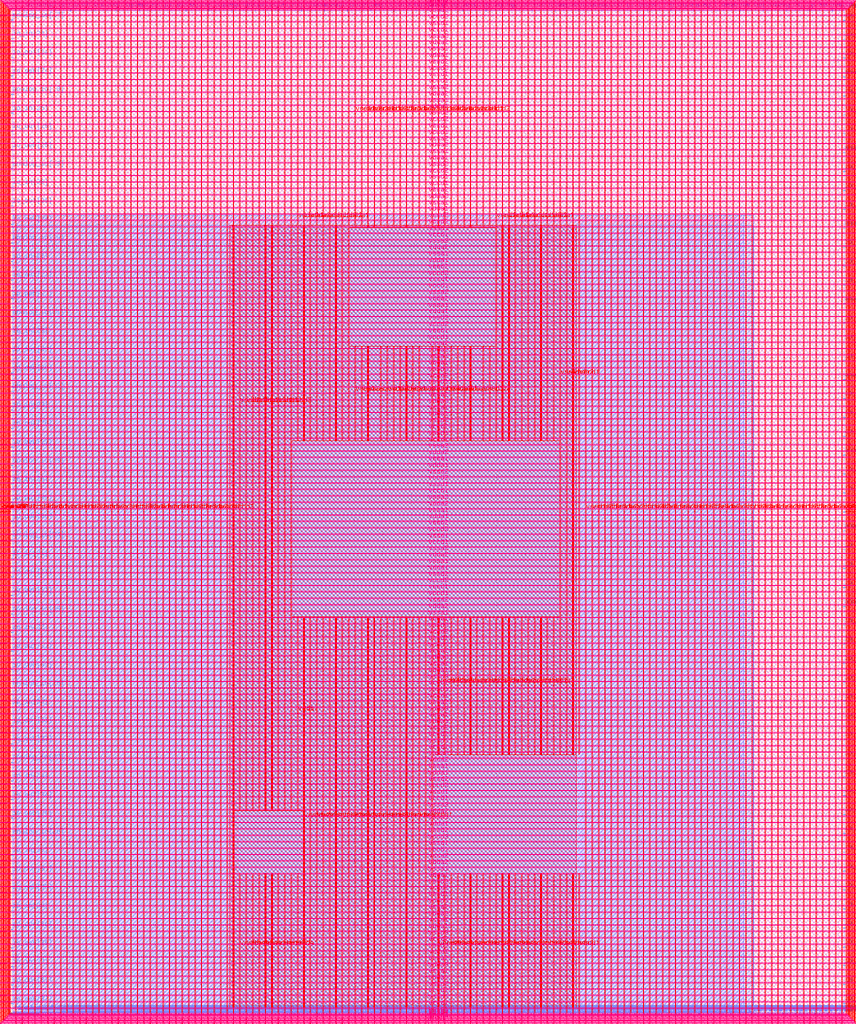
<source format=lef>
VERSION 5.7 ;
  NOWIREEXTENSIONATPIN ON ;
  DIVIDERCHAR "/" ;
  BUSBITCHARS "[]" ;
MACRO user_project_wrapper
  CLASS BLOCK ;
  FOREIGN user_project_wrapper ;
  ORIGIN 0.000 0.000 ;
  SIZE 2920.000 BY 3520.000 ;
  PIN analog_io[0]
    DIRECTION INOUT ;
    USE SIGNAL ;
    PORT
      LAYER met3 ;
        RECT 2917.600 1426.380 2924.800 1427.580 ;
    END
  END analog_io[0]
  PIN analog_io[10]
    DIRECTION INOUT ;
    USE SIGNAL ;
    PORT
      LAYER met2 ;
        RECT 2230.490 3517.600 2231.050 3524.800 ;
    END
  END analog_io[10]
  PIN analog_io[11]
    DIRECTION INOUT ;
    USE SIGNAL ;
    PORT
      LAYER met2 ;
        RECT 1905.730 3517.600 1906.290 3524.800 ;
    END
  END analog_io[11]
  PIN analog_io[12]
    DIRECTION INOUT ;
    USE SIGNAL ;
    PORT
      LAYER met2 ;
        RECT 1581.430 3517.600 1581.990 3524.800 ;
    END
  END analog_io[12]
  PIN analog_io[13]
    DIRECTION INOUT ;
    USE SIGNAL ;
    PORT
      LAYER met2 ;
        RECT 1257.130 3517.600 1257.690 3524.800 ;
    END
  END analog_io[13]
  PIN analog_io[14]
    DIRECTION INOUT ;
    USE SIGNAL ;
    PORT
      LAYER met2 ;
        RECT 932.370 3517.600 932.930 3524.800 ;
    END
  END analog_io[14]
  PIN analog_io[15]
    DIRECTION INOUT ;
    USE SIGNAL ;
    PORT
      LAYER met2 ;
        RECT 608.070 3517.600 608.630 3524.800 ;
    END
  END analog_io[15]
  PIN analog_io[16]
    DIRECTION INOUT ;
    USE SIGNAL ;
    PORT
      LAYER met2 ;
        RECT 283.770 3517.600 284.330 3524.800 ;
    END
  END analog_io[16]
  PIN analog_io[17]
    DIRECTION INOUT ;
    USE SIGNAL ;
    PORT
      LAYER met3 ;
        RECT -4.800 3486.100 2.400 3487.300 ;
    END
  END analog_io[17]
  PIN analog_io[18]
    DIRECTION INOUT ;
    USE SIGNAL ;
    PORT
      LAYER met3 ;
        RECT -4.800 3224.980 2.400 3226.180 ;
    END
  END analog_io[18]
  PIN analog_io[19]
    DIRECTION INOUT ;
    USE SIGNAL ;
    PORT
      LAYER met3 ;
        RECT -4.800 2964.540 2.400 2965.740 ;
    END
  END analog_io[19]
  PIN analog_io[1]
    DIRECTION INOUT ;
    USE SIGNAL ;
    PORT
      LAYER met3 ;
        RECT 2917.600 1692.260 2924.800 1693.460 ;
    END
  END analog_io[1]
  PIN analog_io[20]
    DIRECTION INOUT ;
    USE SIGNAL ;
    PORT
      LAYER met3 ;
        RECT -4.800 2703.420 2.400 2704.620 ;
    END
  END analog_io[20]
  PIN analog_io[21]
    DIRECTION INOUT ;
    USE SIGNAL ;
    PORT
      LAYER met3 ;
        RECT -4.800 2442.980 2.400 2444.180 ;
    END
  END analog_io[21]
  PIN analog_io[22]
    DIRECTION INOUT ;
    USE SIGNAL ;
    PORT
      LAYER met3 ;
        RECT -4.800 2182.540 2.400 2183.740 ;
    END
  END analog_io[22]
  PIN analog_io[23]
    DIRECTION INOUT ;
    USE SIGNAL ;
    PORT
      LAYER met3 ;
        RECT -4.800 1921.420 2.400 1922.620 ;
    END
  END analog_io[23]
  PIN analog_io[24]
    DIRECTION INOUT ;
    USE SIGNAL ;
    PORT
      LAYER met3 ;
        RECT -4.800 1660.980 2.400 1662.180 ;
    END
  END analog_io[24]
  PIN analog_io[25]
    DIRECTION INOUT ;
    USE SIGNAL ;
    PORT
      LAYER met3 ;
        RECT -4.800 1399.860 2.400 1401.060 ;
    END
  END analog_io[25]
  PIN analog_io[26]
    DIRECTION INOUT ;
    USE SIGNAL ;
    PORT
      LAYER met3 ;
        RECT -4.800 1139.420 2.400 1140.620 ;
    END
  END analog_io[26]
  PIN analog_io[27]
    DIRECTION INOUT ;
    USE SIGNAL ;
    PORT
      LAYER met3 ;
        RECT -4.800 878.980 2.400 880.180 ;
    END
  END analog_io[27]
  PIN analog_io[28]
    DIRECTION INOUT ;
    USE SIGNAL ;
    PORT
      LAYER met3 ;
        RECT -4.800 617.860 2.400 619.060 ;
    END
  END analog_io[28]
  PIN analog_io[2]
    DIRECTION INOUT ;
    USE SIGNAL ;
    PORT
      LAYER met3 ;
        RECT 2917.600 1958.140 2924.800 1959.340 ;
    END
  END analog_io[2]
  PIN analog_io[3]
    DIRECTION INOUT ;
    USE SIGNAL ;
    PORT
      LAYER met3 ;
        RECT 2917.600 2223.340 2924.800 2224.540 ;
    END
  END analog_io[3]
  PIN analog_io[4]
    DIRECTION INOUT ;
    USE SIGNAL ;
    PORT
      LAYER met3 ;
        RECT 2917.600 2489.220 2924.800 2490.420 ;
    END
  END analog_io[4]
  PIN analog_io[5]
    DIRECTION INOUT ;
    USE SIGNAL ;
    PORT
      LAYER met3 ;
        RECT 2917.600 2755.100 2924.800 2756.300 ;
    END
  END analog_io[5]
  PIN analog_io[6]
    DIRECTION INOUT ;
    USE SIGNAL ;
    PORT
      LAYER met3 ;
        RECT 2917.600 3020.300 2924.800 3021.500 ;
    END
  END analog_io[6]
  PIN analog_io[7]
    DIRECTION INOUT ;
    USE SIGNAL ;
    PORT
      LAYER met3 ;
        RECT 2917.600 3286.180 2924.800 3287.380 ;
    END
  END analog_io[7]
  PIN analog_io[8]
    DIRECTION INOUT ;
    USE SIGNAL ;
    PORT
      LAYER met2 ;
        RECT 2879.090 3517.600 2879.650 3524.800 ;
    END
  END analog_io[8]
  PIN analog_io[9]
    DIRECTION INOUT ;
    USE SIGNAL ;
    PORT
      LAYER met2 ;
        RECT 2554.790 3517.600 2555.350 3524.800 ;
    END
  END analog_io[9]
  PIN io_in[0]
    DIRECTION INPUT ;
    USE SIGNAL ;
    PORT
      LAYER met3 ;
        RECT 2917.600 32.380 2924.800 33.580 ;
    END
  END io_in[0]
  PIN io_in[10]
    DIRECTION INPUT ;
    USE SIGNAL ;
    PORT
      LAYER met3 ;
        RECT 2917.600 2289.980 2924.800 2291.180 ;
    END
  END io_in[10]
  PIN io_in[11]
    DIRECTION INPUT ;
    USE SIGNAL ;
    PORT
      LAYER met3 ;
        RECT 2917.600 2555.860 2924.800 2557.060 ;
    END
  END io_in[11]
  PIN io_in[12]
    DIRECTION INPUT ;
    USE SIGNAL ;
    PORT
      LAYER met3 ;
        RECT 2917.600 2821.060 2924.800 2822.260 ;
    END
  END io_in[12]
  PIN io_in[13]
    DIRECTION INPUT ;
    USE SIGNAL ;
    PORT
      LAYER met3 ;
        RECT 2917.600 3086.940 2924.800 3088.140 ;
    END
  END io_in[13]
  PIN io_in[14]
    DIRECTION INPUT ;
    USE SIGNAL ;
    PORT
      LAYER met3 ;
        RECT 2917.600 3352.820 2924.800 3354.020 ;
    END
  END io_in[14]
  PIN io_in[15]
    DIRECTION INPUT ;
    USE SIGNAL ;
    PORT
      LAYER met2 ;
        RECT 2798.130 3517.600 2798.690 3524.800 ;
    END
  END io_in[15]
  PIN io_in[16]
    DIRECTION INPUT ;
    USE SIGNAL ;
    PORT
      LAYER met2 ;
        RECT 2473.830 3517.600 2474.390 3524.800 ;
    END
  END io_in[16]
  PIN io_in[17]
    DIRECTION INPUT ;
    USE SIGNAL ;
    PORT
      LAYER met2 ;
        RECT 2149.070 3517.600 2149.630 3524.800 ;
    END
  END io_in[17]
  PIN io_in[18]
    DIRECTION INPUT ;
    USE SIGNAL ;
    PORT
      LAYER met2 ;
        RECT 1824.770 3517.600 1825.330 3524.800 ;
    END
  END io_in[18]
  PIN io_in[19]
    DIRECTION INPUT ;
    USE SIGNAL ;
    PORT
      LAYER met2 ;
        RECT 1500.470 3517.600 1501.030 3524.800 ;
    END
  END io_in[19]
  PIN io_in[1]
    DIRECTION INPUT ;
    USE SIGNAL ;
    PORT
      LAYER met3 ;
        RECT 2917.600 230.940 2924.800 232.140 ;
    END
  END io_in[1]
  PIN io_in[20]
    DIRECTION INPUT ;
    USE SIGNAL ;
    PORT
      LAYER met2 ;
        RECT 1175.710 3517.600 1176.270 3524.800 ;
    END
  END io_in[20]
  PIN io_in[21]
    DIRECTION INPUT ;
    USE SIGNAL ;
    PORT
      LAYER met2 ;
        RECT 851.410 3517.600 851.970 3524.800 ;
    END
  END io_in[21]
  PIN io_in[22]
    DIRECTION INPUT ;
    USE SIGNAL ;
    PORT
      LAYER met2 ;
        RECT 527.110 3517.600 527.670 3524.800 ;
    END
  END io_in[22]
  PIN io_in[23]
    DIRECTION INPUT ;
    USE SIGNAL ;
    PORT
      LAYER met2 ;
        RECT 202.350 3517.600 202.910 3524.800 ;
    END
  END io_in[23]
  PIN io_in[24]
    DIRECTION INPUT ;
    USE SIGNAL ;
    PORT
      LAYER met3 ;
        RECT -4.800 3420.820 2.400 3422.020 ;
    END
  END io_in[24]
  PIN io_in[25]
    DIRECTION INPUT ;
    USE SIGNAL ;
    PORT
      LAYER met3 ;
        RECT -4.800 3159.700 2.400 3160.900 ;
    END
  END io_in[25]
  PIN io_in[26]
    DIRECTION INPUT ;
    USE SIGNAL ;
    PORT
      LAYER met3 ;
        RECT -4.800 2899.260 2.400 2900.460 ;
    END
  END io_in[26]
  PIN io_in[27]
    DIRECTION INPUT ;
    USE SIGNAL ;
    PORT
      LAYER met3 ;
        RECT -4.800 2638.820 2.400 2640.020 ;
    END
  END io_in[27]
  PIN io_in[28]
    DIRECTION INPUT ;
    USE SIGNAL ;
    PORT
      LAYER met3 ;
        RECT -4.800 2377.700 2.400 2378.900 ;
    END
  END io_in[28]
  PIN io_in[29]
    DIRECTION INPUT ;
    USE SIGNAL ;
    PORT
      LAYER met3 ;
        RECT -4.800 2117.260 2.400 2118.460 ;
    END
  END io_in[29]
  PIN io_in[2]
    DIRECTION INPUT ;
    USE SIGNAL ;
    PORT
      LAYER met3 ;
        RECT 2917.600 430.180 2924.800 431.380 ;
    END
  END io_in[2]
  PIN io_in[30]
    DIRECTION INPUT ;
    USE SIGNAL ;
    PORT
      LAYER met3 ;
        RECT -4.800 1856.140 2.400 1857.340 ;
    END
  END io_in[30]
  PIN io_in[31]
    DIRECTION INPUT ;
    USE SIGNAL ;
    PORT
      LAYER met3 ;
        RECT -4.800 1595.700 2.400 1596.900 ;
    END
  END io_in[31]
  PIN io_in[32]
    DIRECTION INPUT ;
    USE SIGNAL ;
    PORT
      LAYER met3 ;
        RECT -4.800 1335.260 2.400 1336.460 ;
    END
  END io_in[32]
  PIN io_in[33]
    DIRECTION INPUT ;
    USE SIGNAL ;
    PORT
      LAYER met3 ;
        RECT -4.800 1074.140 2.400 1075.340 ;
    END
  END io_in[33]
  PIN io_in[34]
    DIRECTION INPUT ;
    USE SIGNAL ;
    PORT
      LAYER met3 ;
        RECT -4.800 813.700 2.400 814.900 ;
    END
  END io_in[34]
  PIN io_in[35]
    DIRECTION INPUT ;
    USE SIGNAL ;
    PORT
      LAYER met3 ;
        RECT -4.800 552.580 2.400 553.780 ;
    END
  END io_in[35]
  PIN io_in[36]
    DIRECTION INPUT ;
    USE SIGNAL ;
    PORT
      LAYER met3 ;
        RECT -4.800 357.420 2.400 358.620 ;
    END
  END io_in[36]
  PIN io_in[37]
    DIRECTION INPUT ;
    USE SIGNAL ;
    PORT
      LAYER met3 ;
        RECT -4.800 161.580 2.400 162.780 ;
    END
  END io_in[37]
  PIN io_in[3]
    DIRECTION INPUT ;
    USE SIGNAL ;
    PORT
      LAYER met3 ;
        RECT 2917.600 629.420 2924.800 630.620 ;
    END
  END io_in[3]
  PIN io_in[4]
    DIRECTION INPUT ;
    USE SIGNAL ;
    PORT
      LAYER met3 ;
        RECT 2917.600 828.660 2924.800 829.860 ;
    END
  END io_in[4]
  PIN io_in[5]
    DIRECTION INPUT ;
    USE SIGNAL ;
    PORT
      LAYER met3 ;
        RECT 2917.600 1027.900 2924.800 1029.100 ;
    END
  END io_in[5]
  PIN io_in[6]
    DIRECTION INPUT ;
    USE SIGNAL ;
    PORT
      LAYER met3 ;
        RECT 2917.600 1227.140 2924.800 1228.340 ;
    END
  END io_in[6]
  PIN io_in[7]
    DIRECTION INPUT ;
    USE SIGNAL ;
    PORT
      LAYER met3 ;
        RECT 2917.600 1493.020 2924.800 1494.220 ;
    END
  END io_in[7]
  PIN io_in[8]
    DIRECTION INPUT ;
    USE SIGNAL ;
    PORT
      LAYER met3 ;
        RECT 2917.600 1758.900 2924.800 1760.100 ;
    END
  END io_in[8]
  PIN io_in[9]
    DIRECTION INPUT ;
    USE SIGNAL ;
    PORT
      LAYER met3 ;
        RECT 2917.600 2024.100 2924.800 2025.300 ;
    END
  END io_in[9]
  PIN io_oeb[0]
    DIRECTION OUTPUT TRISTATE ;
    USE SIGNAL ;
    PORT
      LAYER met3 ;
        RECT 2917.600 164.980 2924.800 166.180 ;
    END
  END io_oeb[0]
  PIN io_oeb[10]
    DIRECTION OUTPUT TRISTATE ;
    USE SIGNAL ;
    PORT
      LAYER met3 ;
        RECT 2917.600 2422.580 2924.800 2423.780 ;
    END
  END io_oeb[10]
  PIN io_oeb[11]
    DIRECTION OUTPUT TRISTATE ;
    USE SIGNAL ;
    PORT
      LAYER met3 ;
        RECT 2917.600 2688.460 2924.800 2689.660 ;
    END
  END io_oeb[11]
  PIN io_oeb[12]
    DIRECTION OUTPUT TRISTATE ;
    USE SIGNAL ;
    PORT
      LAYER met3 ;
        RECT 2917.600 2954.340 2924.800 2955.540 ;
    END
  END io_oeb[12]
  PIN io_oeb[13]
    DIRECTION OUTPUT TRISTATE ;
    USE SIGNAL ;
    PORT
      LAYER met3 ;
        RECT 2917.600 3219.540 2924.800 3220.740 ;
    END
  END io_oeb[13]
  PIN io_oeb[14]
    DIRECTION OUTPUT TRISTATE ;
    USE SIGNAL ;
    PORT
      LAYER met3 ;
        RECT 2917.600 3485.420 2924.800 3486.620 ;
    END
  END io_oeb[14]
  PIN io_oeb[15]
    DIRECTION OUTPUT TRISTATE ;
    USE SIGNAL ;
    PORT
      LAYER met2 ;
        RECT 2635.750 3517.600 2636.310 3524.800 ;
    END
  END io_oeb[15]
  PIN io_oeb[16]
    DIRECTION OUTPUT TRISTATE ;
    USE SIGNAL ;
    PORT
      LAYER met2 ;
        RECT 2311.450 3517.600 2312.010 3524.800 ;
    END
  END io_oeb[16]
  PIN io_oeb[17]
    DIRECTION OUTPUT TRISTATE ;
    USE SIGNAL ;
    PORT
      LAYER met2 ;
        RECT 1987.150 3517.600 1987.710 3524.800 ;
    END
  END io_oeb[17]
  PIN io_oeb[18]
    DIRECTION OUTPUT TRISTATE ;
    USE SIGNAL ;
    PORT
      LAYER met2 ;
        RECT 1662.390 3517.600 1662.950 3524.800 ;
    END
  END io_oeb[18]
  PIN io_oeb[19]
    DIRECTION OUTPUT TRISTATE ;
    USE SIGNAL ;
    PORT
      LAYER met2 ;
        RECT 1338.090 3517.600 1338.650 3524.800 ;
    END
  END io_oeb[19]
  PIN io_oeb[1]
    DIRECTION OUTPUT TRISTATE ;
    USE SIGNAL ;
    PORT
      LAYER met3 ;
        RECT 2917.600 364.220 2924.800 365.420 ;
    END
  END io_oeb[1]
  PIN io_oeb[20]
    DIRECTION OUTPUT TRISTATE ;
    USE SIGNAL ;
    PORT
      LAYER met2 ;
        RECT 1013.790 3517.600 1014.350 3524.800 ;
    END
  END io_oeb[20]
  PIN io_oeb[21]
    DIRECTION OUTPUT TRISTATE ;
    USE SIGNAL ;
    PORT
      LAYER met2 ;
        RECT 689.030 3517.600 689.590 3524.800 ;
    END
  END io_oeb[21]
  PIN io_oeb[22]
    DIRECTION OUTPUT TRISTATE ;
    USE SIGNAL ;
    PORT
      LAYER met2 ;
        RECT 364.730 3517.600 365.290 3524.800 ;
    END
  END io_oeb[22]
  PIN io_oeb[23]
    DIRECTION OUTPUT TRISTATE ;
    USE SIGNAL ;
    PORT
      LAYER met2 ;
        RECT 40.430 3517.600 40.990 3524.800 ;
    END
  END io_oeb[23]
  PIN io_oeb[24]
    DIRECTION OUTPUT TRISTATE ;
    USE SIGNAL ;
    PORT
      LAYER met3 ;
        RECT -4.800 3290.260 2.400 3291.460 ;
    END
  END io_oeb[24]
  PIN io_oeb[25]
    DIRECTION OUTPUT TRISTATE ;
    USE SIGNAL ;
    PORT
      LAYER met3 ;
        RECT -4.800 3029.820 2.400 3031.020 ;
    END
  END io_oeb[25]
  PIN io_oeb[26]
    DIRECTION OUTPUT TRISTATE ;
    USE SIGNAL ;
    PORT
      LAYER met3 ;
        RECT -4.800 2768.700 2.400 2769.900 ;
    END
  END io_oeb[26]
  PIN io_oeb[27]
    DIRECTION OUTPUT TRISTATE ;
    USE SIGNAL ;
    PORT
      LAYER met3 ;
        RECT -4.800 2508.260 2.400 2509.460 ;
    END
  END io_oeb[27]
  PIN io_oeb[28]
    DIRECTION OUTPUT TRISTATE ;
    USE SIGNAL ;
    PORT
      LAYER met3 ;
        RECT -4.800 2247.140 2.400 2248.340 ;
    END
  END io_oeb[28]
  PIN io_oeb[29]
    DIRECTION OUTPUT TRISTATE ;
    USE SIGNAL ;
    PORT
      LAYER met3 ;
        RECT -4.800 1986.700 2.400 1987.900 ;
    END
  END io_oeb[29]
  PIN io_oeb[2]
    DIRECTION OUTPUT TRISTATE ;
    USE SIGNAL ;
    PORT
      LAYER met3 ;
        RECT 2917.600 563.460 2924.800 564.660 ;
    END
  END io_oeb[2]
  PIN io_oeb[30]
    DIRECTION OUTPUT TRISTATE ;
    USE SIGNAL ;
    PORT
      LAYER met3 ;
        RECT -4.800 1726.260 2.400 1727.460 ;
    END
  END io_oeb[30]
  PIN io_oeb[31]
    DIRECTION OUTPUT TRISTATE ;
    USE SIGNAL ;
    PORT
      LAYER met3 ;
        RECT -4.800 1465.140 2.400 1466.340 ;
    END
  END io_oeb[31]
  PIN io_oeb[32]
    DIRECTION OUTPUT TRISTATE ;
    USE SIGNAL ;
    PORT
      LAYER met3 ;
        RECT -4.800 1204.700 2.400 1205.900 ;
    END
  END io_oeb[32]
  PIN io_oeb[33]
    DIRECTION OUTPUT TRISTATE ;
    USE SIGNAL ;
    PORT
      LAYER met3 ;
        RECT -4.800 943.580 2.400 944.780 ;
    END
  END io_oeb[33]
  PIN io_oeb[34]
    DIRECTION OUTPUT TRISTATE ;
    USE SIGNAL ;
    PORT
      LAYER met3 ;
        RECT -4.800 683.140 2.400 684.340 ;
    END
  END io_oeb[34]
  PIN io_oeb[35]
    DIRECTION OUTPUT TRISTATE ;
    USE SIGNAL ;
    PORT
      LAYER met3 ;
        RECT -4.800 422.700 2.400 423.900 ;
    END
  END io_oeb[35]
  PIN io_oeb[36]
    DIRECTION OUTPUT TRISTATE ;
    USE SIGNAL ;
    PORT
      LAYER met3 ;
        RECT -4.800 226.860 2.400 228.060 ;
    END
  END io_oeb[36]
  PIN io_oeb[37]
    DIRECTION OUTPUT TRISTATE ;
    USE SIGNAL ;
    PORT
      LAYER met3 ;
        RECT -4.800 31.700 2.400 32.900 ;
    END
  END io_oeb[37]
  PIN io_oeb[3]
    DIRECTION OUTPUT TRISTATE ;
    USE SIGNAL ;
    PORT
      LAYER met3 ;
        RECT 2917.600 762.700 2924.800 763.900 ;
    END
  END io_oeb[3]
  PIN io_oeb[4]
    DIRECTION OUTPUT TRISTATE ;
    USE SIGNAL ;
    PORT
      LAYER met3 ;
        RECT 2917.600 961.940 2924.800 963.140 ;
    END
  END io_oeb[4]
  PIN io_oeb[5]
    DIRECTION OUTPUT TRISTATE ;
    USE SIGNAL ;
    PORT
      LAYER met3 ;
        RECT 2917.600 1161.180 2924.800 1162.380 ;
    END
  END io_oeb[5]
  PIN io_oeb[6]
    DIRECTION OUTPUT TRISTATE ;
    USE SIGNAL ;
    PORT
      LAYER met3 ;
        RECT 2917.600 1360.420 2924.800 1361.620 ;
    END
  END io_oeb[6]
  PIN io_oeb[7]
    DIRECTION OUTPUT TRISTATE ;
    USE SIGNAL ;
    PORT
      LAYER met3 ;
        RECT 2917.600 1625.620 2924.800 1626.820 ;
    END
  END io_oeb[7]
  PIN io_oeb[8]
    DIRECTION OUTPUT TRISTATE ;
    USE SIGNAL ;
    PORT
      LAYER met3 ;
        RECT 2917.600 1891.500 2924.800 1892.700 ;
    END
  END io_oeb[8]
  PIN io_oeb[9]
    DIRECTION OUTPUT TRISTATE ;
    USE SIGNAL ;
    PORT
      LAYER met3 ;
        RECT 2917.600 2157.380 2924.800 2158.580 ;
    END
  END io_oeb[9]
  PIN io_out[0]
    DIRECTION OUTPUT TRISTATE ;
    USE SIGNAL ;
    PORT
      LAYER met3 ;
        RECT 2917.600 98.340 2924.800 99.540 ;
    END
  END io_out[0]
  PIN io_out[10]
    DIRECTION OUTPUT TRISTATE ;
    USE SIGNAL ;
    PORT
      LAYER met3 ;
        RECT 2917.600 2356.620 2924.800 2357.820 ;
    END
  END io_out[10]
  PIN io_out[11]
    DIRECTION OUTPUT TRISTATE ;
    USE SIGNAL ;
    PORT
      LAYER met3 ;
        RECT 2917.600 2621.820 2924.800 2623.020 ;
    END
  END io_out[11]
  PIN io_out[12]
    DIRECTION OUTPUT TRISTATE ;
    USE SIGNAL ;
    PORT
      LAYER met3 ;
        RECT 2917.600 2887.700 2924.800 2888.900 ;
    END
  END io_out[12]
  PIN io_out[13]
    DIRECTION OUTPUT TRISTATE ;
    USE SIGNAL ;
    PORT
      LAYER met3 ;
        RECT 2917.600 3153.580 2924.800 3154.780 ;
    END
  END io_out[13]
  PIN io_out[14]
    DIRECTION OUTPUT TRISTATE ;
    USE SIGNAL ;
    PORT
      LAYER met3 ;
        RECT 2917.600 3418.780 2924.800 3419.980 ;
    END
  END io_out[14]
  PIN io_out[15]
    DIRECTION OUTPUT TRISTATE ;
    USE SIGNAL ;
    PORT
      LAYER met2 ;
        RECT 2717.170 3517.600 2717.730 3524.800 ;
    END
  END io_out[15]
  PIN io_out[16]
    DIRECTION OUTPUT TRISTATE ;
    USE SIGNAL ;
    PORT
      LAYER met2 ;
        RECT 2392.410 3517.600 2392.970 3524.800 ;
    END
  END io_out[16]
  PIN io_out[17]
    DIRECTION OUTPUT TRISTATE ;
    USE SIGNAL ;
    PORT
      LAYER met2 ;
        RECT 2068.110 3517.600 2068.670 3524.800 ;
    END
  END io_out[17]
  PIN io_out[18]
    DIRECTION OUTPUT TRISTATE ;
    USE SIGNAL ;
    PORT
      LAYER met2 ;
        RECT 1743.810 3517.600 1744.370 3524.800 ;
    END
  END io_out[18]
  PIN io_out[19]
    DIRECTION OUTPUT TRISTATE ;
    USE SIGNAL ;
    PORT
      LAYER met2 ;
        RECT 1419.050 3517.600 1419.610 3524.800 ;
    END
  END io_out[19]
  PIN io_out[1]
    DIRECTION OUTPUT TRISTATE ;
    USE SIGNAL ;
    PORT
      LAYER met3 ;
        RECT 2917.600 297.580 2924.800 298.780 ;
    END
  END io_out[1]
  PIN io_out[20]
    DIRECTION OUTPUT TRISTATE ;
    USE SIGNAL ;
    PORT
      LAYER met2 ;
        RECT 1094.750 3517.600 1095.310 3524.800 ;
    END
  END io_out[20]
  PIN io_out[21]
    DIRECTION OUTPUT TRISTATE ;
    USE SIGNAL ;
    PORT
      LAYER met2 ;
        RECT 770.450 3517.600 771.010 3524.800 ;
    END
  END io_out[21]
  PIN io_out[22]
    DIRECTION OUTPUT TRISTATE ;
    USE SIGNAL ;
    PORT
      LAYER met2 ;
        RECT 445.690 3517.600 446.250 3524.800 ;
    END
  END io_out[22]
  PIN io_out[23]
    DIRECTION OUTPUT TRISTATE ;
    USE SIGNAL ;
    PORT
      LAYER met2 ;
        RECT 121.390 3517.600 121.950 3524.800 ;
    END
  END io_out[23]
  PIN io_out[24]
    DIRECTION OUTPUT TRISTATE ;
    USE SIGNAL ;
    PORT
      LAYER met3 ;
        RECT -4.800 3355.540 2.400 3356.740 ;
    END
  END io_out[24]
  PIN io_out[25]
    DIRECTION OUTPUT TRISTATE ;
    USE SIGNAL ;
    PORT
      LAYER met3 ;
        RECT -4.800 3095.100 2.400 3096.300 ;
    END
  END io_out[25]
  PIN io_out[26]
    DIRECTION OUTPUT TRISTATE ;
    USE SIGNAL ;
    PORT
      LAYER met3 ;
        RECT -4.800 2833.980 2.400 2835.180 ;
    END
  END io_out[26]
  PIN io_out[27]
    DIRECTION OUTPUT TRISTATE ;
    USE SIGNAL ;
    PORT
      LAYER met3 ;
        RECT -4.800 2573.540 2.400 2574.740 ;
    END
  END io_out[27]
  PIN io_out[28]
    DIRECTION OUTPUT TRISTATE ;
    USE SIGNAL ;
    PORT
      LAYER met3 ;
        RECT -4.800 2312.420 2.400 2313.620 ;
    END
  END io_out[28]
  PIN io_out[29]
    DIRECTION OUTPUT TRISTATE ;
    USE SIGNAL ;
    PORT
      LAYER met3 ;
        RECT -4.800 2051.980 2.400 2053.180 ;
    END
  END io_out[29]
  PIN io_out[2]
    DIRECTION OUTPUT TRISTATE ;
    USE SIGNAL ;
    PORT
      LAYER met3 ;
        RECT 2917.600 496.820 2924.800 498.020 ;
    END
  END io_out[2]
  PIN io_out[30]
    DIRECTION OUTPUT TRISTATE ;
    USE SIGNAL ;
    PORT
      LAYER met3 ;
        RECT -4.800 1791.540 2.400 1792.740 ;
    END
  END io_out[30]
  PIN io_out[31]
    DIRECTION OUTPUT TRISTATE ;
    USE SIGNAL ;
    PORT
      LAYER met3 ;
        RECT -4.800 1530.420 2.400 1531.620 ;
    END
  END io_out[31]
  PIN io_out[32]
    DIRECTION OUTPUT TRISTATE ;
    USE SIGNAL ;
    PORT
      LAYER met3 ;
        RECT -4.800 1269.980 2.400 1271.180 ;
    END
  END io_out[32]
  PIN io_out[33]
    DIRECTION OUTPUT TRISTATE ;
    USE SIGNAL ;
    PORT
      LAYER met3 ;
        RECT -4.800 1008.860 2.400 1010.060 ;
    END
  END io_out[33]
  PIN io_out[34]
    DIRECTION OUTPUT TRISTATE ;
    USE SIGNAL ;
    PORT
      LAYER met3 ;
        RECT -4.800 748.420 2.400 749.620 ;
    END
  END io_out[34]
  PIN io_out[35]
    DIRECTION OUTPUT TRISTATE ;
    USE SIGNAL ;
    PORT
      LAYER met3 ;
        RECT -4.800 487.300 2.400 488.500 ;
    END
  END io_out[35]
  PIN io_out[36]
    DIRECTION OUTPUT TRISTATE ;
    USE SIGNAL ;
    PORT
      LAYER met3 ;
        RECT -4.800 292.140 2.400 293.340 ;
    END
  END io_out[36]
  PIN io_out[37]
    DIRECTION OUTPUT TRISTATE ;
    USE SIGNAL ;
    PORT
      LAYER met3 ;
        RECT -4.800 96.300 2.400 97.500 ;
    END
  END io_out[37]
  PIN io_out[3]
    DIRECTION OUTPUT TRISTATE ;
    USE SIGNAL ;
    PORT
      LAYER met3 ;
        RECT 2917.600 696.060 2924.800 697.260 ;
    END
  END io_out[3]
  PIN io_out[4]
    DIRECTION OUTPUT TRISTATE ;
    USE SIGNAL ;
    PORT
      LAYER met3 ;
        RECT 2917.600 895.300 2924.800 896.500 ;
    END
  END io_out[4]
  PIN io_out[5]
    DIRECTION OUTPUT TRISTATE ;
    USE SIGNAL ;
    PORT
      LAYER met3 ;
        RECT 2917.600 1094.540 2924.800 1095.740 ;
    END
  END io_out[5]
  PIN io_out[6]
    DIRECTION OUTPUT TRISTATE ;
    USE SIGNAL ;
    PORT
      LAYER met3 ;
        RECT 2917.600 1293.780 2924.800 1294.980 ;
    END
  END io_out[6]
  PIN io_out[7]
    DIRECTION OUTPUT TRISTATE ;
    USE SIGNAL ;
    PORT
      LAYER met3 ;
        RECT 2917.600 1559.660 2924.800 1560.860 ;
    END
  END io_out[7]
  PIN io_out[8]
    DIRECTION OUTPUT TRISTATE ;
    USE SIGNAL ;
    PORT
      LAYER met3 ;
        RECT 2917.600 1824.860 2924.800 1826.060 ;
    END
  END io_out[8]
  PIN io_out[9]
    DIRECTION OUTPUT TRISTATE ;
    USE SIGNAL ;
    PORT
      LAYER met3 ;
        RECT 2917.600 2090.740 2924.800 2091.940 ;
    END
  END io_out[9]
  PIN la_data_in[0]
    DIRECTION INPUT ;
    USE SIGNAL ;
    PORT
      LAYER met2 ;
        RECT 629.230 -4.800 629.790 2.400 ;
    END
  END la_data_in[0]
  PIN la_data_in[100]
    DIRECTION INPUT ;
    USE SIGNAL ;
    PORT
      LAYER met2 ;
        RECT 2402.530 -4.800 2403.090 2.400 ;
    END
  END la_data_in[100]
  PIN la_data_in[101]
    DIRECTION INPUT ;
    USE SIGNAL ;
    PORT
      LAYER met2 ;
        RECT 2420.010 -4.800 2420.570 2.400 ;
    END
  END la_data_in[101]
  PIN la_data_in[102]
    DIRECTION INPUT ;
    USE SIGNAL ;
    PORT
      LAYER met2 ;
        RECT 2437.950 -4.800 2438.510 2.400 ;
    END
  END la_data_in[102]
  PIN la_data_in[103]
    DIRECTION INPUT ;
    USE SIGNAL ;
    PORT
      LAYER met2 ;
        RECT 2455.430 -4.800 2455.990 2.400 ;
    END
  END la_data_in[103]
  PIN la_data_in[104]
    DIRECTION INPUT ;
    USE SIGNAL ;
    PORT
      LAYER met2 ;
        RECT 2473.370 -4.800 2473.930 2.400 ;
    END
  END la_data_in[104]
  PIN la_data_in[105]
    DIRECTION INPUT ;
    USE SIGNAL ;
    PORT
      LAYER met2 ;
        RECT 2490.850 -4.800 2491.410 2.400 ;
    END
  END la_data_in[105]
  PIN la_data_in[106]
    DIRECTION INPUT ;
    USE SIGNAL ;
    PORT
      LAYER met2 ;
        RECT 2508.790 -4.800 2509.350 2.400 ;
    END
  END la_data_in[106]
  PIN la_data_in[107]
    DIRECTION INPUT ;
    USE SIGNAL ;
    PORT
      LAYER met2 ;
        RECT 2526.730 -4.800 2527.290 2.400 ;
    END
  END la_data_in[107]
  PIN la_data_in[108]
    DIRECTION INPUT ;
    USE SIGNAL ;
    PORT
      LAYER met2 ;
        RECT 2544.210 -4.800 2544.770 2.400 ;
    END
  END la_data_in[108]
  PIN la_data_in[109]
    DIRECTION INPUT ;
    USE SIGNAL ;
    PORT
      LAYER met2 ;
        RECT 2562.150 -4.800 2562.710 2.400 ;
    END
  END la_data_in[109]
  PIN la_data_in[10]
    DIRECTION INPUT ;
    USE SIGNAL ;
    PORT
      LAYER met2 ;
        RECT 806.330 -4.800 806.890 2.400 ;
    END
  END la_data_in[10]
  PIN la_data_in[110]
    DIRECTION INPUT ;
    USE SIGNAL ;
    PORT
      LAYER met2 ;
        RECT 2579.630 -4.800 2580.190 2.400 ;
    END
  END la_data_in[110]
  PIN la_data_in[111]
    DIRECTION INPUT ;
    USE SIGNAL ;
    PORT
      LAYER met2 ;
        RECT 2597.570 -4.800 2598.130 2.400 ;
    END
  END la_data_in[111]
  PIN la_data_in[112]
    DIRECTION INPUT ;
    USE SIGNAL ;
    PORT
      LAYER met2 ;
        RECT 2615.050 -4.800 2615.610 2.400 ;
    END
  END la_data_in[112]
  PIN la_data_in[113]
    DIRECTION INPUT ;
    USE SIGNAL ;
    PORT
      LAYER met2 ;
        RECT 2632.990 -4.800 2633.550 2.400 ;
    END
  END la_data_in[113]
  PIN la_data_in[114]
    DIRECTION INPUT ;
    USE SIGNAL ;
    PORT
      LAYER met2 ;
        RECT 2650.470 -4.800 2651.030 2.400 ;
    END
  END la_data_in[114]
  PIN la_data_in[115]
    DIRECTION INPUT ;
    USE SIGNAL ;
    PORT
      LAYER met2 ;
        RECT 2668.410 -4.800 2668.970 2.400 ;
    END
  END la_data_in[115]
  PIN la_data_in[116]
    DIRECTION INPUT ;
    USE SIGNAL ;
    PORT
      LAYER met2 ;
        RECT 2685.890 -4.800 2686.450 2.400 ;
    END
  END la_data_in[116]
  PIN la_data_in[117]
    DIRECTION INPUT ;
    USE SIGNAL ;
    PORT
      LAYER met2 ;
        RECT 2703.830 -4.800 2704.390 2.400 ;
    END
  END la_data_in[117]
  PIN la_data_in[118]
    DIRECTION INPUT ;
    USE SIGNAL ;
    PORT
      LAYER met2 ;
        RECT 2721.770 -4.800 2722.330 2.400 ;
    END
  END la_data_in[118]
  PIN la_data_in[119]
    DIRECTION INPUT ;
    USE SIGNAL ;
    PORT
      LAYER met2 ;
        RECT 2739.250 -4.800 2739.810 2.400 ;
    END
  END la_data_in[119]
  PIN la_data_in[11]
    DIRECTION INPUT ;
    USE SIGNAL ;
    PORT
      LAYER met2 ;
        RECT 824.270 -4.800 824.830 2.400 ;
    END
  END la_data_in[11]
  PIN la_data_in[120]
    DIRECTION INPUT ;
    USE SIGNAL ;
    PORT
      LAYER met2 ;
        RECT 2757.190 -4.800 2757.750 2.400 ;
    END
  END la_data_in[120]
  PIN la_data_in[121]
    DIRECTION INPUT ;
    USE SIGNAL ;
    PORT
      LAYER met2 ;
        RECT 2774.670 -4.800 2775.230 2.400 ;
    END
  END la_data_in[121]
  PIN la_data_in[122]
    DIRECTION INPUT ;
    USE SIGNAL ;
    PORT
      LAYER met2 ;
        RECT 2792.610 -4.800 2793.170 2.400 ;
    END
  END la_data_in[122]
  PIN la_data_in[123]
    DIRECTION INPUT ;
    USE SIGNAL ;
    PORT
      LAYER met2 ;
        RECT 2810.090 -4.800 2810.650 2.400 ;
    END
  END la_data_in[123]
  PIN la_data_in[124]
    DIRECTION INPUT ;
    USE SIGNAL ;
    PORT
      LAYER met2 ;
        RECT 2828.030 -4.800 2828.590 2.400 ;
    END
  END la_data_in[124]
  PIN la_data_in[125]
    DIRECTION INPUT ;
    USE SIGNAL ;
    PORT
      LAYER met2 ;
        RECT 2845.510 -4.800 2846.070 2.400 ;
    END
  END la_data_in[125]
  PIN la_data_in[126]
    DIRECTION INPUT ;
    USE SIGNAL ;
    PORT
      LAYER met2 ;
        RECT 2863.450 -4.800 2864.010 2.400 ;
    END
  END la_data_in[126]
  PIN la_data_in[127]
    DIRECTION INPUT ;
    USE SIGNAL ;
    PORT
      LAYER met2 ;
        RECT 2881.390 -4.800 2881.950 2.400 ;
    END
  END la_data_in[127]
  PIN la_data_in[12]
    DIRECTION INPUT ;
    USE SIGNAL ;
    PORT
      LAYER met2 ;
        RECT 841.750 -4.800 842.310 2.400 ;
    END
  END la_data_in[12]
  PIN la_data_in[13]
    DIRECTION INPUT ;
    USE SIGNAL ;
    PORT
      LAYER met2 ;
        RECT 859.690 -4.800 860.250 2.400 ;
    END
  END la_data_in[13]
  PIN la_data_in[14]
    DIRECTION INPUT ;
    USE SIGNAL ;
    PORT
      LAYER met2 ;
        RECT 877.170 -4.800 877.730 2.400 ;
    END
  END la_data_in[14]
  PIN la_data_in[15]
    DIRECTION INPUT ;
    USE SIGNAL ;
    PORT
      LAYER met2 ;
        RECT 895.110 -4.800 895.670 2.400 ;
    END
  END la_data_in[15]
  PIN la_data_in[16]
    DIRECTION INPUT ;
    USE SIGNAL ;
    PORT
      LAYER met2 ;
        RECT 912.590 -4.800 913.150 2.400 ;
    END
  END la_data_in[16]
  PIN la_data_in[17]
    DIRECTION INPUT ;
    USE SIGNAL ;
    PORT
      LAYER met2 ;
        RECT 930.530 -4.800 931.090 2.400 ;
    END
  END la_data_in[17]
  PIN la_data_in[18]
    DIRECTION INPUT ;
    USE SIGNAL ;
    PORT
      LAYER met2 ;
        RECT 948.470 -4.800 949.030 2.400 ;
    END
  END la_data_in[18]
  PIN la_data_in[19]
    DIRECTION INPUT ;
    USE SIGNAL ;
    PORT
      LAYER met2 ;
        RECT 965.950 -4.800 966.510 2.400 ;
    END
  END la_data_in[19]
  PIN la_data_in[1]
    DIRECTION INPUT ;
    USE SIGNAL ;
    PORT
      LAYER met2 ;
        RECT 646.710 -4.800 647.270 2.400 ;
    END
  END la_data_in[1]
  PIN la_data_in[20]
    DIRECTION INPUT ;
    USE SIGNAL ;
    PORT
      LAYER met2 ;
        RECT 983.890 -4.800 984.450 2.400 ;
    END
  END la_data_in[20]
  PIN la_data_in[21]
    DIRECTION INPUT ;
    USE SIGNAL ;
    PORT
      LAYER met2 ;
        RECT 1001.370 -4.800 1001.930 2.400 ;
    END
  END la_data_in[21]
  PIN la_data_in[22]
    DIRECTION INPUT ;
    USE SIGNAL ;
    PORT
      LAYER met2 ;
        RECT 1019.310 -4.800 1019.870 2.400 ;
    END
  END la_data_in[22]
  PIN la_data_in[23]
    DIRECTION INPUT ;
    USE SIGNAL ;
    PORT
      LAYER met2 ;
        RECT 1036.790 -4.800 1037.350 2.400 ;
    END
  END la_data_in[23]
  PIN la_data_in[24]
    DIRECTION INPUT ;
    USE SIGNAL ;
    PORT
      LAYER met2 ;
        RECT 1054.730 -4.800 1055.290 2.400 ;
    END
  END la_data_in[24]
  PIN la_data_in[25]
    DIRECTION INPUT ;
    USE SIGNAL ;
    PORT
      LAYER met2 ;
        RECT 1072.210 -4.800 1072.770 2.400 ;
    END
  END la_data_in[25]
  PIN la_data_in[26]
    DIRECTION INPUT ;
    USE SIGNAL ;
    PORT
      LAYER met2 ;
        RECT 1090.150 -4.800 1090.710 2.400 ;
    END
  END la_data_in[26]
  PIN la_data_in[27]
    DIRECTION INPUT ;
    USE SIGNAL ;
    PORT
      LAYER met2 ;
        RECT 1107.630 -4.800 1108.190 2.400 ;
    END
  END la_data_in[27]
  PIN la_data_in[28]
    DIRECTION INPUT ;
    USE SIGNAL ;
    PORT
      LAYER met2 ;
        RECT 1125.570 -4.800 1126.130 2.400 ;
    END
  END la_data_in[28]
  PIN la_data_in[29]
    DIRECTION INPUT ;
    USE SIGNAL ;
    PORT
      LAYER met2 ;
        RECT 1143.510 -4.800 1144.070 2.400 ;
    END
  END la_data_in[29]
  PIN la_data_in[2]
    DIRECTION INPUT ;
    USE SIGNAL ;
    PORT
      LAYER met2 ;
        RECT 664.650 -4.800 665.210 2.400 ;
    END
  END la_data_in[2]
  PIN la_data_in[30]
    DIRECTION INPUT ;
    USE SIGNAL ;
    PORT
      LAYER met2 ;
        RECT 1160.990 -4.800 1161.550 2.400 ;
    END
  END la_data_in[30]
  PIN la_data_in[31]
    DIRECTION INPUT ;
    USE SIGNAL ;
    PORT
      LAYER met2 ;
        RECT 1178.930 -4.800 1179.490 2.400 ;
    END
  END la_data_in[31]
  PIN la_data_in[32]
    DIRECTION INPUT ;
    USE SIGNAL ;
    PORT
      LAYER met2 ;
        RECT 1196.410 -4.800 1196.970 2.400 ;
    END
  END la_data_in[32]
  PIN la_data_in[33]
    DIRECTION INPUT ;
    USE SIGNAL ;
    PORT
      LAYER met2 ;
        RECT 1214.350 -4.800 1214.910 2.400 ;
    END
  END la_data_in[33]
  PIN la_data_in[34]
    DIRECTION INPUT ;
    USE SIGNAL ;
    PORT
      LAYER met2 ;
        RECT 1231.830 -4.800 1232.390 2.400 ;
    END
  END la_data_in[34]
  PIN la_data_in[35]
    DIRECTION INPUT ;
    USE SIGNAL ;
    PORT
      LAYER met2 ;
        RECT 1249.770 -4.800 1250.330 2.400 ;
    END
  END la_data_in[35]
  PIN la_data_in[36]
    DIRECTION INPUT ;
    USE SIGNAL ;
    PORT
      LAYER met2 ;
        RECT 1267.250 -4.800 1267.810 2.400 ;
    END
  END la_data_in[36]
  PIN la_data_in[37]
    DIRECTION INPUT ;
    USE SIGNAL ;
    PORT
      LAYER met2 ;
        RECT 1285.190 -4.800 1285.750 2.400 ;
    END
  END la_data_in[37]
  PIN la_data_in[38]
    DIRECTION INPUT ;
    USE SIGNAL ;
    PORT
      LAYER met2 ;
        RECT 1303.130 -4.800 1303.690 2.400 ;
    END
  END la_data_in[38]
  PIN la_data_in[39]
    DIRECTION INPUT ;
    USE SIGNAL ;
    PORT
      LAYER met2 ;
        RECT 1320.610 -4.800 1321.170 2.400 ;
    END
  END la_data_in[39]
  PIN la_data_in[3]
    DIRECTION INPUT ;
    USE SIGNAL ;
    PORT
      LAYER met2 ;
        RECT 682.130 -4.800 682.690 2.400 ;
    END
  END la_data_in[3]
  PIN la_data_in[40]
    DIRECTION INPUT ;
    USE SIGNAL ;
    PORT
      LAYER met2 ;
        RECT 1338.550 -4.800 1339.110 2.400 ;
    END
  END la_data_in[40]
  PIN la_data_in[41]
    DIRECTION INPUT ;
    USE SIGNAL ;
    PORT
      LAYER met2 ;
        RECT 1356.030 -4.800 1356.590 2.400 ;
    END
  END la_data_in[41]
  PIN la_data_in[42]
    DIRECTION INPUT ;
    USE SIGNAL ;
    PORT
      LAYER met2 ;
        RECT 1373.970 -4.800 1374.530 2.400 ;
    END
  END la_data_in[42]
  PIN la_data_in[43]
    DIRECTION INPUT ;
    USE SIGNAL ;
    PORT
      LAYER met2 ;
        RECT 1391.450 -4.800 1392.010 2.400 ;
    END
  END la_data_in[43]
  PIN la_data_in[44]
    DIRECTION INPUT ;
    USE SIGNAL ;
    PORT
      LAYER met2 ;
        RECT 1409.390 -4.800 1409.950 2.400 ;
    END
  END la_data_in[44]
  PIN la_data_in[45]
    DIRECTION INPUT ;
    USE SIGNAL ;
    PORT
      LAYER met2 ;
        RECT 1426.870 -4.800 1427.430 2.400 ;
    END
  END la_data_in[45]
  PIN la_data_in[46]
    DIRECTION INPUT ;
    USE SIGNAL ;
    PORT
      LAYER met2 ;
        RECT 1444.810 -4.800 1445.370 2.400 ;
    END
  END la_data_in[46]
  PIN la_data_in[47]
    DIRECTION INPUT ;
    USE SIGNAL ;
    PORT
      LAYER met2 ;
        RECT 1462.750 -4.800 1463.310 2.400 ;
    END
  END la_data_in[47]
  PIN la_data_in[48]
    DIRECTION INPUT ;
    USE SIGNAL ;
    PORT
      LAYER met2 ;
        RECT 1480.230 -4.800 1480.790 2.400 ;
    END
  END la_data_in[48]
  PIN la_data_in[49]
    DIRECTION INPUT ;
    USE SIGNAL ;
    PORT
      LAYER met2 ;
        RECT 1498.170 -4.800 1498.730 2.400 ;
    END
  END la_data_in[49]
  PIN la_data_in[4]
    DIRECTION INPUT ;
    USE SIGNAL ;
    PORT
      LAYER met2 ;
        RECT 700.070 -4.800 700.630 2.400 ;
    END
  END la_data_in[4]
  PIN la_data_in[50]
    DIRECTION INPUT ;
    USE SIGNAL ;
    PORT
      LAYER met2 ;
        RECT 1515.650 -4.800 1516.210 2.400 ;
    END
  END la_data_in[50]
  PIN la_data_in[51]
    DIRECTION INPUT ;
    USE SIGNAL ;
    PORT
      LAYER met2 ;
        RECT 1533.590 -4.800 1534.150 2.400 ;
    END
  END la_data_in[51]
  PIN la_data_in[52]
    DIRECTION INPUT ;
    USE SIGNAL ;
    PORT
      LAYER met2 ;
        RECT 1551.070 -4.800 1551.630 2.400 ;
    END
  END la_data_in[52]
  PIN la_data_in[53]
    DIRECTION INPUT ;
    USE SIGNAL ;
    PORT
      LAYER met2 ;
        RECT 1569.010 -4.800 1569.570 2.400 ;
    END
  END la_data_in[53]
  PIN la_data_in[54]
    DIRECTION INPUT ;
    USE SIGNAL ;
    PORT
      LAYER met2 ;
        RECT 1586.490 -4.800 1587.050 2.400 ;
    END
  END la_data_in[54]
  PIN la_data_in[55]
    DIRECTION INPUT ;
    USE SIGNAL ;
    PORT
      LAYER met2 ;
        RECT 1604.430 -4.800 1604.990 2.400 ;
    END
  END la_data_in[55]
  PIN la_data_in[56]
    DIRECTION INPUT ;
    USE SIGNAL ;
    PORT
      LAYER met2 ;
        RECT 1621.910 -4.800 1622.470 2.400 ;
    END
  END la_data_in[56]
  PIN la_data_in[57]
    DIRECTION INPUT ;
    USE SIGNAL ;
    PORT
      LAYER met2 ;
        RECT 1639.850 -4.800 1640.410 2.400 ;
    END
  END la_data_in[57]
  PIN la_data_in[58]
    DIRECTION INPUT ;
    USE SIGNAL ;
    PORT
      LAYER met2 ;
        RECT 1657.790 -4.800 1658.350 2.400 ;
    END
  END la_data_in[58]
  PIN la_data_in[59]
    DIRECTION INPUT ;
    USE SIGNAL ;
    PORT
      LAYER met2 ;
        RECT 1675.270 -4.800 1675.830 2.400 ;
    END
  END la_data_in[59]
  PIN la_data_in[5]
    DIRECTION INPUT ;
    USE SIGNAL ;
    PORT
      LAYER met2 ;
        RECT 717.550 -4.800 718.110 2.400 ;
    END
  END la_data_in[5]
  PIN la_data_in[60]
    DIRECTION INPUT ;
    USE SIGNAL ;
    PORT
      LAYER met2 ;
        RECT 1693.210 -4.800 1693.770 2.400 ;
    END
  END la_data_in[60]
  PIN la_data_in[61]
    DIRECTION INPUT ;
    USE SIGNAL ;
    PORT
      LAYER met2 ;
        RECT 1710.690 -4.800 1711.250 2.400 ;
    END
  END la_data_in[61]
  PIN la_data_in[62]
    DIRECTION INPUT ;
    USE SIGNAL ;
    PORT
      LAYER met2 ;
        RECT 1728.630 -4.800 1729.190 2.400 ;
    END
  END la_data_in[62]
  PIN la_data_in[63]
    DIRECTION INPUT ;
    USE SIGNAL ;
    PORT
      LAYER met2 ;
        RECT 1746.110 -4.800 1746.670 2.400 ;
    END
  END la_data_in[63]
  PIN la_data_in[64]
    DIRECTION INPUT ;
    USE SIGNAL ;
    PORT
      LAYER met2 ;
        RECT 1764.050 -4.800 1764.610 2.400 ;
    END
  END la_data_in[64]
  PIN la_data_in[65]
    DIRECTION INPUT ;
    USE SIGNAL ;
    PORT
      LAYER met2 ;
        RECT 1781.530 -4.800 1782.090 2.400 ;
    END
  END la_data_in[65]
  PIN la_data_in[66]
    DIRECTION INPUT ;
    USE SIGNAL ;
    PORT
      LAYER met2 ;
        RECT 1799.470 -4.800 1800.030 2.400 ;
    END
  END la_data_in[66]
  PIN la_data_in[67]
    DIRECTION INPUT ;
    USE SIGNAL ;
    PORT
      LAYER met2 ;
        RECT 1817.410 -4.800 1817.970 2.400 ;
    END
  END la_data_in[67]
  PIN la_data_in[68]
    DIRECTION INPUT ;
    USE SIGNAL ;
    PORT
      LAYER met2 ;
        RECT 1834.890 -4.800 1835.450 2.400 ;
    END
  END la_data_in[68]
  PIN la_data_in[69]
    DIRECTION INPUT ;
    USE SIGNAL ;
    PORT
      LAYER met2 ;
        RECT 1852.830 -4.800 1853.390 2.400 ;
    END
  END la_data_in[69]
  PIN la_data_in[6]
    DIRECTION INPUT ;
    USE SIGNAL ;
    PORT
      LAYER met2 ;
        RECT 735.490 -4.800 736.050 2.400 ;
    END
  END la_data_in[6]
  PIN la_data_in[70]
    DIRECTION INPUT ;
    USE SIGNAL ;
    PORT
      LAYER met2 ;
        RECT 1870.310 -4.800 1870.870 2.400 ;
    END
  END la_data_in[70]
  PIN la_data_in[71]
    DIRECTION INPUT ;
    USE SIGNAL ;
    PORT
      LAYER met2 ;
        RECT 1888.250 -4.800 1888.810 2.400 ;
    END
  END la_data_in[71]
  PIN la_data_in[72]
    DIRECTION INPUT ;
    USE SIGNAL ;
    PORT
      LAYER met2 ;
        RECT 1905.730 -4.800 1906.290 2.400 ;
    END
  END la_data_in[72]
  PIN la_data_in[73]
    DIRECTION INPUT ;
    USE SIGNAL ;
    PORT
      LAYER met2 ;
        RECT 1923.670 -4.800 1924.230 2.400 ;
    END
  END la_data_in[73]
  PIN la_data_in[74]
    DIRECTION INPUT ;
    USE SIGNAL ;
    PORT
      LAYER met2 ;
        RECT 1941.150 -4.800 1941.710 2.400 ;
    END
  END la_data_in[74]
  PIN la_data_in[75]
    DIRECTION INPUT ;
    USE SIGNAL ;
    PORT
      LAYER met2 ;
        RECT 1959.090 -4.800 1959.650 2.400 ;
    END
  END la_data_in[75]
  PIN la_data_in[76]
    DIRECTION INPUT ;
    USE SIGNAL ;
    PORT
      LAYER met2 ;
        RECT 1976.570 -4.800 1977.130 2.400 ;
    END
  END la_data_in[76]
  PIN la_data_in[77]
    DIRECTION INPUT ;
    USE SIGNAL ;
    PORT
      LAYER met2 ;
        RECT 1994.510 -4.800 1995.070 2.400 ;
    END
  END la_data_in[77]
  PIN la_data_in[78]
    DIRECTION INPUT ;
    USE SIGNAL ;
    PORT
      LAYER met2 ;
        RECT 2012.450 -4.800 2013.010 2.400 ;
    END
  END la_data_in[78]
  PIN la_data_in[79]
    DIRECTION INPUT ;
    USE SIGNAL ;
    PORT
      LAYER met2 ;
        RECT 2029.930 -4.800 2030.490 2.400 ;
    END
  END la_data_in[79]
  PIN la_data_in[7]
    DIRECTION INPUT ;
    USE SIGNAL ;
    PORT
      LAYER met2 ;
        RECT 752.970 -4.800 753.530 2.400 ;
    END
  END la_data_in[7]
  PIN la_data_in[80]
    DIRECTION INPUT ;
    USE SIGNAL ;
    PORT
      LAYER met2 ;
        RECT 2047.870 -4.800 2048.430 2.400 ;
    END
  END la_data_in[80]
  PIN la_data_in[81]
    DIRECTION INPUT ;
    USE SIGNAL ;
    PORT
      LAYER met2 ;
        RECT 2065.350 -4.800 2065.910 2.400 ;
    END
  END la_data_in[81]
  PIN la_data_in[82]
    DIRECTION INPUT ;
    USE SIGNAL ;
    PORT
      LAYER met2 ;
        RECT 2083.290 -4.800 2083.850 2.400 ;
    END
  END la_data_in[82]
  PIN la_data_in[83]
    DIRECTION INPUT ;
    USE SIGNAL ;
    PORT
      LAYER met2 ;
        RECT 2100.770 -4.800 2101.330 2.400 ;
    END
  END la_data_in[83]
  PIN la_data_in[84]
    DIRECTION INPUT ;
    USE SIGNAL ;
    PORT
      LAYER met2 ;
        RECT 2118.710 -4.800 2119.270 2.400 ;
    END
  END la_data_in[84]
  PIN la_data_in[85]
    DIRECTION INPUT ;
    USE SIGNAL ;
    PORT
      LAYER met2 ;
        RECT 2136.190 -4.800 2136.750 2.400 ;
    END
  END la_data_in[85]
  PIN la_data_in[86]
    DIRECTION INPUT ;
    USE SIGNAL ;
    PORT
      LAYER met2 ;
        RECT 2154.130 -4.800 2154.690 2.400 ;
    END
  END la_data_in[86]
  PIN la_data_in[87]
    DIRECTION INPUT ;
    USE SIGNAL ;
    PORT
      LAYER met2 ;
        RECT 2172.070 -4.800 2172.630 2.400 ;
    END
  END la_data_in[87]
  PIN la_data_in[88]
    DIRECTION INPUT ;
    USE SIGNAL ;
    PORT
      LAYER met2 ;
        RECT 2189.550 -4.800 2190.110 2.400 ;
    END
  END la_data_in[88]
  PIN la_data_in[89]
    DIRECTION INPUT ;
    USE SIGNAL ;
    PORT
      LAYER met2 ;
        RECT 2207.490 -4.800 2208.050 2.400 ;
    END
  END la_data_in[89]
  PIN la_data_in[8]
    DIRECTION INPUT ;
    USE SIGNAL ;
    PORT
      LAYER met2 ;
        RECT 770.910 -4.800 771.470 2.400 ;
    END
  END la_data_in[8]
  PIN la_data_in[90]
    DIRECTION INPUT ;
    USE SIGNAL ;
    PORT
      LAYER met2 ;
        RECT 2224.970 -4.800 2225.530 2.400 ;
    END
  END la_data_in[90]
  PIN la_data_in[91]
    DIRECTION INPUT ;
    USE SIGNAL ;
    PORT
      LAYER met2 ;
        RECT 2242.910 -4.800 2243.470 2.400 ;
    END
  END la_data_in[91]
  PIN la_data_in[92]
    DIRECTION INPUT ;
    USE SIGNAL ;
    PORT
      LAYER met2 ;
        RECT 2260.390 -4.800 2260.950 2.400 ;
    END
  END la_data_in[92]
  PIN la_data_in[93]
    DIRECTION INPUT ;
    USE SIGNAL ;
    PORT
      LAYER met2 ;
        RECT 2278.330 -4.800 2278.890 2.400 ;
    END
  END la_data_in[93]
  PIN la_data_in[94]
    DIRECTION INPUT ;
    USE SIGNAL ;
    PORT
      LAYER met2 ;
        RECT 2295.810 -4.800 2296.370 2.400 ;
    END
  END la_data_in[94]
  PIN la_data_in[95]
    DIRECTION INPUT ;
    USE SIGNAL ;
    PORT
      LAYER met2 ;
        RECT 2313.750 -4.800 2314.310 2.400 ;
    END
  END la_data_in[95]
  PIN la_data_in[96]
    DIRECTION INPUT ;
    USE SIGNAL ;
    PORT
      LAYER met2 ;
        RECT 2331.230 -4.800 2331.790 2.400 ;
    END
  END la_data_in[96]
  PIN la_data_in[97]
    DIRECTION INPUT ;
    USE SIGNAL ;
    PORT
      LAYER met2 ;
        RECT 2349.170 -4.800 2349.730 2.400 ;
    END
  END la_data_in[97]
  PIN la_data_in[98]
    DIRECTION INPUT ;
    USE SIGNAL ;
    PORT
      LAYER met2 ;
        RECT 2367.110 -4.800 2367.670 2.400 ;
    END
  END la_data_in[98]
  PIN la_data_in[99]
    DIRECTION INPUT ;
    USE SIGNAL ;
    PORT
      LAYER met2 ;
        RECT 2384.590 -4.800 2385.150 2.400 ;
    END
  END la_data_in[99]
  PIN la_data_in[9]
    DIRECTION INPUT ;
    USE SIGNAL ;
    PORT
      LAYER met2 ;
        RECT 788.850 -4.800 789.410 2.400 ;
    END
  END la_data_in[9]
  PIN la_data_out[0]
    DIRECTION OUTPUT TRISTATE ;
    USE SIGNAL ;
    PORT
      LAYER met2 ;
        RECT 634.750 -4.800 635.310 2.400 ;
    END
  END la_data_out[0]
  PIN la_data_out[100]
    DIRECTION OUTPUT TRISTATE ;
    USE SIGNAL ;
    PORT
      LAYER met2 ;
        RECT 2408.510 -4.800 2409.070 2.400 ;
    END
  END la_data_out[100]
  PIN la_data_out[101]
    DIRECTION OUTPUT TRISTATE ;
    USE SIGNAL ;
    PORT
      LAYER met2 ;
        RECT 2425.990 -4.800 2426.550 2.400 ;
    END
  END la_data_out[101]
  PIN la_data_out[102]
    DIRECTION OUTPUT TRISTATE ;
    USE SIGNAL ;
    PORT
      LAYER met2 ;
        RECT 2443.930 -4.800 2444.490 2.400 ;
    END
  END la_data_out[102]
  PIN la_data_out[103]
    DIRECTION OUTPUT TRISTATE ;
    USE SIGNAL ;
    PORT
      LAYER met2 ;
        RECT 2461.410 -4.800 2461.970 2.400 ;
    END
  END la_data_out[103]
  PIN la_data_out[104]
    DIRECTION OUTPUT TRISTATE ;
    USE SIGNAL ;
    PORT
      LAYER met2 ;
        RECT 2479.350 -4.800 2479.910 2.400 ;
    END
  END la_data_out[104]
  PIN la_data_out[105]
    DIRECTION OUTPUT TRISTATE ;
    USE SIGNAL ;
    PORT
      LAYER met2 ;
        RECT 2496.830 -4.800 2497.390 2.400 ;
    END
  END la_data_out[105]
  PIN la_data_out[106]
    DIRECTION OUTPUT TRISTATE ;
    USE SIGNAL ;
    PORT
      LAYER met2 ;
        RECT 2514.770 -4.800 2515.330 2.400 ;
    END
  END la_data_out[106]
  PIN la_data_out[107]
    DIRECTION OUTPUT TRISTATE ;
    USE SIGNAL ;
    PORT
      LAYER met2 ;
        RECT 2532.250 -4.800 2532.810 2.400 ;
    END
  END la_data_out[107]
  PIN la_data_out[108]
    DIRECTION OUTPUT TRISTATE ;
    USE SIGNAL ;
    PORT
      LAYER met2 ;
        RECT 2550.190 -4.800 2550.750 2.400 ;
    END
  END la_data_out[108]
  PIN la_data_out[109]
    DIRECTION OUTPUT TRISTATE ;
    USE SIGNAL ;
    PORT
      LAYER met2 ;
        RECT 2567.670 -4.800 2568.230 2.400 ;
    END
  END la_data_out[109]
  PIN la_data_out[10]
    DIRECTION OUTPUT TRISTATE ;
    USE SIGNAL ;
    PORT
      LAYER met2 ;
        RECT 812.310 -4.800 812.870 2.400 ;
    END
  END la_data_out[10]
  PIN la_data_out[110]
    DIRECTION OUTPUT TRISTATE ;
    USE SIGNAL ;
    PORT
      LAYER met2 ;
        RECT 2585.610 -4.800 2586.170 2.400 ;
    END
  END la_data_out[110]
  PIN la_data_out[111]
    DIRECTION OUTPUT TRISTATE ;
    USE SIGNAL ;
    PORT
      LAYER met2 ;
        RECT 2603.550 -4.800 2604.110 2.400 ;
    END
  END la_data_out[111]
  PIN la_data_out[112]
    DIRECTION OUTPUT TRISTATE ;
    USE SIGNAL ;
    PORT
      LAYER met2 ;
        RECT 2621.030 -4.800 2621.590 2.400 ;
    END
  END la_data_out[112]
  PIN la_data_out[113]
    DIRECTION OUTPUT TRISTATE ;
    USE SIGNAL ;
    PORT
      LAYER met2 ;
        RECT 2638.970 -4.800 2639.530 2.400 ;
    END
  END la_data_out[113]
  PIN la_data_out[114]
    DIRECTION OUTPUT TRISTATE ;
    USE SIGNAL ;
    PORT
      LAYER met2 ;
        RECT 2656.450 -4.800 2657.010 2.400 ;
    END
  END la_data_out[114]
  PIN la_data_out[115]
    DIRECTION OUTPUT TRISTATE ;
    USE SIGNAL ;
    PORT
      LAYER met2 ;
        RECT 2674.390 -4.800 2674.950 2.400 ;
    END
  END la_data_out[115]
  PIN la_data_out[116]
    DIRECTION OUTPUT TRISTATE ;
    USE SIGNAL ;
    PORT
      LAYER met2 ;
        RECT 2691.870 -4.800 2692.430 2.400 ;
    END
  END la_data_out[116]
  PIN la_data_out[117]
    DIRECTION OUTPUT TRISTATE ;
    USE SIGNAL ;
    PORT
      LAYER met2 ;
        RECT 2709.810 -4.800 2710.370 2.400 ;
    END
  END la_data_out[117]
  PIN la_data_out[118]
    DIRECTION OUTPUT TRISTATE ;
    USE SIGNAL ;
    PORT
      LAYER met2 ;
        RECT 2727.290 -4.800 2727.850 2.400 ;
    END
  END la_data_out[118]
  PIN la_data_out[119]
    DIRECTION OUTPUT TRISTATE ;
    USE SIGNAL ;
    PORT
      LAYER met2 ;
        RECT 2745.230 -4.800 2745.790 2.400 ;
    END
  END la_data_out[119]
  PIN la_data_out[11]
    DIRECTION OUTPUT TRISTATE ;
    USE SIGNAL ;
    PORT
      LAYER met2 ;
        RECT 830.250 -4.800 830.810 2.400 ;
    END
  END la_data_out[11]
  PIN la_data_out[120]
    DIRECTION OUTPUT TRISTATE ;
    USE SIGNAL ;
    PORT
      LAYER met2 ;
        RECT 2763.170 -4.800 2763.730 2.400 ;
    END
  END la_data_out[120]
  PIN la_data_out[121]
    DIRECTION OUTPUT TRISTATE ;
    USE SIGNAL ;
    PORT
      LAYER met2 ;
        RECT 2780.650 -4.800 2781.210 2.400 ;
    END
  END la_data_out[121]
  PIN la_data_out[122]
    DIRECTION OUTPUT TRISTATE ;
    USE SIGNAL ;
    PORT
      LAYER met2 ;
        RECT 2798.590 -4.800 2799.150 2.400 ;
    END
  END la_data_out[122]
  PIN la_data_out[123]
    DIRECTION OUTPUT TRISTATE ;
    USE SIGNAL ;
    PORT
      LAYER met2 ;
        RECT 2816.070 -4.800 2816.630 2.400 ;
    END
  END la_data_out[123]
  PIN la_data_out[124]
    DIRECTION OUTPUT TRISTATE ;
    USE SIGNAL ;
    PORT
      LAYER met2 ;
        RECT 2834.010 -4.800 2834.570 2.400 ;
    END
  END la_data_out[124]
  PIN la_data_out[125]
    DIRECTION OUTPUT TRISTATE ;
    USE SIGNAL ;
    PORT
      LAYER met2 ;
        RECT 2851.490 -4.800 2852.050 2.400 ;
    END
  END la_data_out[125]
  PIN la_data_out[126]
    DIRECTION OUTPUT TRISTATE ;
    USE SIGNAL ;
    PORT
      LAYER met2 ;
        RECT 2869.430 -4.800 2869.990 2.400 ;
    END
  END la_data_out[126]
  PIN la_data_out[127]
    DIRECTION OUTPUT TRISTATE ;
    USE SIGNAL ;
    PORT
      LAYER met2 ;
        RECT 2886.910 -4.800 2887.470 2.400 ;
    END
  END la_data_out[127]
  PIN la_data_out[12]
    DIRECTION OUTPUT TRISTATE ;
    USE SIGNAL ;
    PORT
      LAYER met2 ;
        RECT 847.730 -4.800 848.290 2.400 ;
    END
  END la_data_out[12]
  PIN la_data_out[13]
    DIRECTION OUTPUT TRISTATE ;
    USE SIGNAL ;
    PORT
      LAYER met2 ;
        RECT 865.670 -4.800 866.230 2.400 ;
    END
  END la_data_out[13]
  PIN la_data_out[14]
    DIRECTION OUTPUT TRISTATE ;
    USE SIGNAL ;
    PORT
      LAYER met2 ;
        RECT 883.150 -4.800 883.710 2.400 ;
    END
  END la_data_out[14]
  PIN la_data_out[15]
    DIRECTION OUTPUT TRISTATE ;
    USE SIGNAL ;
    PORT
      LAYER met2 ;
        RECT 901.090 -4.800 901.650 2.400 ;
    END
  END la_data_out[15]
  PIN la_data_out[16]
    DIRECTION OUTPUT TRISTATE ;
    USE SIGNAL ;
    PORT
      LAYER met2 ;
        RECT 918.570 -4.800 919.130 2.400 ;
    END
  END la_data_out[16]
  PIN la_data_out[17]
    DIRECTION OUTPUT TRISTATE ;
    USE SIGNAL ;
    PORT
      LAYER met2 ;
        RECT 936.510 -4.800 937.070 2.400 ;
    END
  END la_data_out[17]
  PIN la_data_out[18]
    DIRECTION OUTPUT TRISTATE ;
    USE SIGNAL ;
    PORT
      LAYER met2 ;
        RECT 953.990 -4.800 954.550 2.400 ;
    END
  END la_data_out[18]
  PIN la_data_out[19]
    DIRECTION OUTPUT TRISTATE ;
    USE SIGNAL ;
    PORT
      LAYER met2 ;
        RECT 971.930 -4.800 972.490 2.400 ;
    END
  END la_data_out[19]
  PIN la_data_out[1]
    DIRECTION OUTPUT TRISTATE ;
    USE SIGNAL ;
    PORT
      LAYER met2 ;
        RECT 652.690 -4.800 653.250 2.400 ;
    END
  END la_data_out[1]
  PIN la_data_out[20]
    DIRECTION OUTPUT TRISTATE ;
    USE SIGNAL ;
    PORT
      LAYER met2 ;
        RECT 989.410 -4.800 989.970 2.400 ;
    END
  END la_data_out[20]
  PIN la_data_out[21]
    DIRECTION OUTPUT TRISTATE ;
    USE SIGNAL ;
    PORT
      LAYER met2 ;
        RECT 1007.350 -4.800 1007.910 2.400 ;
    END
  END la_data_out[21]
  PIN la_data_out[22]
    DIRECTION OUTPUT TRISTATE ;
    USE SIGNAL ;
    PORT
      LAYER met2 ;
        RECT 1025.290 -4.800 1025.850 2.400 ;
    END
  END la_data_out[22]
  PIN la_data_out[23]
    DIRECTION OUTPUT TRISTATE ;
    USE SIGNAL ;
    PORT
      LAYER met2 ;
        RECT 1042.770 -4.800 1043.330 2.400 ;
    END
  END la_data_out[23]
  PIN la_data_out[24]
    DIRECTION OUTPUT TRISTATE ;
    USE SIGNAL ;
    PORT
      LAYER met2 ;
        RECT 1060.710 -4.800 1061.270 2.400 ;
    END
  END la_data_out[24]
  PIN la_data_out[25]
    DIRECTION OUTPUT TRISTATE ;
    USE SIGNAL ;
    PORT
      LAYER met2 ;
        RECT 1078.190 -4.800 1078.750 2.400 ;
    END
  END la_data_out[25]
  PIN la_data_out[26]
    DIRECTION OUTPUT TRISTATE ;
    USE SIGNAL ;
    PORT
      LAYER met2 ;
        RECT 1096.130 -4.800 1096.690 2.400 ;
    END
  END la_data_out[26]
  PIN la_data_out[27]
    DIRECTION OUTPUT TRISTATE ;
    USE SIGNAL ;
    PORT
      LAYER met2 ;
        RECT 1113.610 -4.800 1114.170 2.400 ;
    END
  END la_data_out[27]
  PIN la_data_out[28]
    DIRECTION OUTPUT TRISTATE ;
    USE SIGNAL ;
    PORT
      LAYER met2 ;
        RECT 1131.550 -4.800 1132.110 2.400 ;
    END
  END la_data_out[28]
  PIN la_data_out[29]
    DIRECTION OUTPUT TRISTATE ;
    USE SIGNAL ;
    PORT
      LAYER met2 ;
        RECT 1149.030 -4.800 1149.590 2.400 ;
    END
  END la_data_out[29]
  PIN la_data_out[2]
    DIRECTION OUTPUT TRISTATE ;
    USE SIGNAL ;
    PORT
      LAYER met2 ;
        RECT 670.630 -4.800 671.190 2.400 ;
    END
  END la_data_out[2]
  PIN la_data_out[30]
    DIRECTION OUTPUT TRISTATE ;
    USE SIGNAL ;
    PORT
      LAYER met2 ;
        RECT 1166.970 -4.800 1167.530 2.400 ;
    END
  END la_data_out[30]
  PIN la_data_out[31]
    DIRECTION OUTPUT TRISTATE ;
    USE SIGNAL ;
    PORT
      LAYER met2 ;
        RECT 1184.910 -4.800 1185.470 2.400 ;
    END
  END la_data_out[31]
  PIN la_data_out[32]
    DIRECTION OUTPUT TRISTATE ;
    USE SIGNAL ;
    PORT
      LAYER met2 ;
        RECT 1202.390 -4.800 1202.950 2.400 ;
    END
  END la_data_out[32]
  PIN la_data_out[33]
    DIRECTION OUTPUT TRISTATE ;
    USE SIGNAL ;
    PORT
      LAYER met2 ;
        RECT 1220.330 -4.800 1220.890 2.400 ;
    END
  END la_data_out[33]
  PIN la_data_out[34]
    DIRECTION OUTPUT TRISTATE ;
    USE SIGNAL ;
    PORT
      LAYER met2 ;
        RECT 1237.810 -4.800 1238.370 2.400 ;
    END
  END la_data_out[34]
  PIN la_data_out[35]
    DIRECTION OUTPUT TRISTATE ;
    USE SIGNAL ;
    PORT
      LAYER met2 ;
        RECT 1255.750 -4.800 1256.310 2.400 ;
    END
  END la_data_out[35]
  PIN la_data_out[36]
    DIRECTION OUTPUT TRISTATE ;
    USE SIGNAL ;
    PORT
      LAYER met2 ;
        RECT 1273.230 -4.800 1273.790 2.400 ;
    END
  END la_data_out[36]
  PIN la_data_out[37]
    DIRECTION OUTPUT TRISTATE ;
    USE SIGNAL ;
    PORT
      LAYER met2 ;
        RECT 1291.170 -4.800 1291.730 2.400 ;
    END
  END la_data_out[37]
  PIN la_data_out[38]
    DIRECTION OUTPUT TRISTATE ;
    USE SIGNAL ;
    PORT
      LAYER met2 ;
        RECT 1308.650 -4.800 1309.210 2.400 ;
    END
  END la_data_out[38]
  PIN la_data_out[39]
    DIRECTION OUTPUT TRISTATE ;
    USE SIGNAL ;
    PORT
      LAYER met2 ;
        RECT 1326.590 -4.800 1327.150 2.400 ;
    END
  END la_data_out[39]
  PIN la_data_out[3]
    DIRECTION OUTPUT TRISTATE ;
    USE SIGNAL ;
    PORT
      LAYER met2 ;
        RECT 688.110 -4.800 688.670 2.400 ;
    END
  END la_data_out[3]
  PIN la_data_out[40]
    DIRECTION OUTPUT TRISTATE ;
    USE SIGNAL ;
    PORT
      LAYER met2 ;
        RECT 1344.070 -4.800 1344.630 2.400 ;
    END
  END la_data_out[40]
  PIN la_data_out[41]
    DIRECTION OUTPUT TRISTATE ;
    USE SIGNAL ;
    PORT
      LAYER met2 ;
        RECT 1362.010 -4.800 1362.570 2.400 ;
    END
  END la_data_out[41]
  PIN la_data_out[42]
    DIRECTION OUTPUT TRISTATE ;
    USE SIGNAL ;
    PORT
      LAYER met2 ;
        RECT 1379.950 -4.800 1380.510 2.400 ;
    END
  END la_data_out[42]
  PIN la_data_out[43]
    DIRECTION OUTPUT TRISTATE ;
    USE SIGNAL ;
    PORT
      LAYER met2 ;
        RECT 1397.430 -4.800 1397.990 2.400 ;
    END
  END la_data_out[43]
  PIN la_data_out[44]
    DIRECTION OUTPUT TRISTATE ;
    USE SIGNAL ;
    PORT
      LAYER met2 ;
        RECT 1415.370 -4.800 1415.930 2.400 ;
    END
  END la_data_out[44]
  PIN la_data_out[45]
    DIRECTION OUTPUT TRISTATE ;
    USE SIGNAL ;
    PORT
      LAYER met2 ;
        RECT 1432.850 -4.800 1433.410 2.400 ;
    END
  END la_data_out[45]
  PIN la_data_out[46]
    DIRECTION OUTPUT TRISTATE ;
    USE SIGNAL ;
    PORT
      LAYER met2 ;
        RECT 1450.790 -4.800 1451.350 2.400 ;
    END
  END la_data_out[46]
  PIN la_data_out[47]
    DIRECTION OUTPUT TRISTATE ;
    USE SIGNAL ;
    PORT
      LAYER met2 ;
        RECT 1468.270 -4.800 1468.830 2.400 ;
    END
  END la_data_out[47]
  PIN la_data_out[48]
    DIRECTION OUTPUT TRISTATE ;
    USE SIGNAL ;
    PORT
      LAYER met2 ;
        RECT 1486.210 -4.800 1486.770 2.400 ;
    END
  END la_data_out[48]
  PIN la_data_out[49]
    DIRECTION OUTPUT TRISTATE ;
    USE SIGNAL ;
    PORT
      LAYER met2 ;
        RECT 1503.690 -4.800 1504.250 2.400 ;
    END
  END la_data_out[49]
  PIN la_data_out[4]
    DIRECTION OUTPUT TRISTATE ;
    USE SIGNAL ;
    PORT
      LAYER met2 ;
        RECT 706.050 -4.800 706.610 2.400 ;
    END
  END la_data_out[4]
  PIN la_data_out[50]
    DIRECTION OUTPUT TRISTATE ;
    USE SIGNAL ;
    PORT
      LAYER met2 ;
        RECT 1521.630 -4.800 1522.190 2.400 ;
    END
  END la_data_out[50]
  PIN la_data_out[51]
    DIRECTION OUTPUT TRISTATE ;
    USE SIGNAL ;
    PORT
      LAYER met2 ;
        RECT 1539.570 -4.800 1540.130 2.400 ;
    END
  END la_data_out[51]
  PIN la_data_out[52]
    DIRECTION OUTPUT TRISTATE ;
    USE SIGNAL ;
    PORT
      LAYER met2 ;
        RECT 1557.050 -4.800 1557.610 2.400 ;
    END
  END la_data_out[52]
  PIN la_data_out[53]
    DIRECTION OUTPUT TRISTATE ;
    USE SIGNAL ;
    PORT
      LAYER met2 ;
        RECT 1574.990 -4.800 1575.550 2.400 ;
    END
  END la_data_out[53]
  PIN la_data_out[54]
    DIRECTION OUTPUT TRISTATE ;
    USE SIGNAL ;
    PORT
      LAYER met2 ;
        RECT 1592.470 -4.800 1593.030 2.400 ;
    END
  END la_data_out[54]
  PIN la_data_out[55]
    DIRECTION OUTPUT TRISTATE ;
    USE SIGNAL ;
    PORT
      LAYER met2 ;
        RECT 1610.410 -4.800 1610.970 2.400 ;
    END
  END la_data_out[55]
  PIN la_data_out[56]
    DIRECTION OUTPUT TRISTATE ;
    USE SIGNAL ;
    PORT
      LAYER met2 ;
        RECT 1627.890 -4.800 1628.450 2.400 ;
    END
  END la_data_out[56]
  PIN la_data_out[57]
    DIRECTION OUTPUT TRISTATE ;
    USE SIGNAL ;
    PORT
      LAYER met2 ;
        RECT 1645.830 -4.800 1646.390 2.400 ;
    END
  END la_data_out[57]
  PIN la_data_out[58]
    DIRECTION OUTPUT TRISTATE ;
    USE SIGNAL ;
    PORT
      LAYER met2 ;
        RECT 1663.310 -4.800 1663.870 2.400 ;
    END
  END la_data_out[58]
  PIN la_data_out[59]
    DIRECTION OUTPUT TRISTATE ;
    USE SIGNAL ;
    PORT
      LAYER met2 ;
        RECT 1681.250 -4.800 1681.810 2.400 ;
    END
  END la_data_out[59]
  PIN la_data_out[5]
    DIRECTION OUTPUT TRISTATE ;
    USE SIGNAL ;
    PORT
      LAYER met2 ;
        RECT 723.530 -4.800 724.090 2.400 ;
    END
  END la_data_out[5]
  PIN la_data_out[60]
    DIRECTION OUTPUT TRISTATE ;
    USE SIGNAL ;
    PORT
      LAYER met2 ;
        RECT 1699.190 -4.800 1699.750 2.400 ;
    END
  END la_data_out[60]
  PIN la_data_out[61]
    DIRECTION OUTPUT TRISTATE ;
    USE SIGNAL ;
    PORT
      LAYER met2 ;
        RECT 1716.670 -4.800 1717.230 2.400 ;
    END
  END la_data_out[61]
  PIN la_data_out[62]
    DIRECTION OUTPUT TRISTATE ;
    USE SIGNAL ;
    PORT
      LAYER met2 ;
        RECT 1734.610 -4.800 1735.170 2.400 ;
    END
  END la_data_out[62]
  PIN la_data_out[63]
    DIRECTION OUTPUT TRISTATE ;
    USE SIGNAL ;
    PORT
      LAYER met2 ;
        RECT 1752.090 -4.800 1752.650 2.400 ;
    END
  END la_data_out[63]
  PIN la_data_out[64]
    DIRECTION OUTPUT TRISTATE ;
    USE SIGNAL ;
    PORT
      LAYER met2 ;
        RECT 1770.030 -4.800 1770.590 2.400 ;
    END
  END la_data_out[64]
  PIN la_data_out[65]
    DIRECTION OUTPUT TRISTATE ;
    USE SIGNAL ;
    PORT
      LAYER met2 ;
        RECT 1787.510 -4.800 1788.070 2.400 ;
    END
  END la_data_out[65]
  PIN la_data_out[66]
    DIRECTION OUTPUT TRISTATE ;
    USE SIGNAL ;
    PORT
      LAYER met2 ;
        RECT 1805.450 -4.800 1806.010 2.400 ;
    END
  END la_data_out[66]
  PIN la_data_out[67]
    DIRECTION OUTPUT TRISTATE ;
    USE SIGNAL ;
    PORT
      LAYER met2 ;
        RECT 1822.930 -4.800 1823.490 2.400 ;
    END
  END la_data_out[67]
  PIN la_data_out[68]
    DIRECTION OUTPUT TRISTATE ;
    USE SIGNAL ;
    PORT
      LAYER met2 ;
        RECT 1840.870 -4.800 1841.430 2.400 ;
    END
  END la_data_out[68]
  PIN la_data_out[69]
    DIRECTION OUTPUT TRISTATE ;
    USE SIGNAL ;
    PORT
      LAYER met2 ;
        RECT 1858.350 -4.800 1858.910 2.400 ;
    END
  END la_data_out[69]
  PIN la_data_out[6]
    DIRECTION OUTPUT TRISTATE ;
    USE SIGNAL ;
    PORT
      LAYER met2 ;
        RECT 741.470 -4.800 742.030 2.400 ;
    END
  END la_data_out[6]
  PIN la_data_out[70]
    DIRECTION OUTPUT TRISTATE ;
    USE SIGNAL ;
    PORT
      LAYER met2 ;
        RECT 1876.290 -4.800 1876.850 2.400 ;
    END
  END la_data_out[70]
  PIN la_data_out[71]
    DIRECTION OUTPUT TRISTATE ;
    USE SIGNAL ;
    PORT
      LAYER met2 ;
        RECT 1894.230 -4.800 1894.790 2.400 ;
    END
  END la_data_out[71]
  PIN la_data_out[72]
    DIRECTION OUTPUT TRISTATE ;
    USE SIGNAL ;
    PORT
      LAYER met2 ;
        RECT 1911.710 -4.800 1912.270 2.400 ;
    END
  END la_data_out[72]
  PIN la_data_out[73]
    DIRECTION OUTPUT TRISTATE ;
    USE SIGNAL ;
    PORT
      LAYER met2 ;
        RECT 1929.650 -4.800 1930.210 2.400 ;
    END
  END la_data_out[73]
  PIN la_data_out[74]
    DIRECTION OUTPUT TRISTATE ;
    USE SIGNAL ;
    PORT
      LAYER met2 ;
        RECT 1947.130 -4.800 1947.690 2.400 ;
    END
  END la_data_out[74]
  PIN la_data_out[75]
    DIRECTION OUTPUT TRISTATE ;
    USE SIGNAL ;
    PORT
      LAYER met2 ;
        RECT 1965.070 -4.800 1965.630 2.400 ;
    END
  END la_data_out[75]
  PIN la_data_out[76]
    DIRECTION OUTPUT TRISTATE ;
    USE SIGNAL ;
    PORT
      LAYER met2 ;
        RECT 1982.550 -4.800 1983.110 2.400 ;
    END
  END la_data_out[76]
  PIN la_data_out[77]
    DIRECTION OUTPUT TRISTATE ;
    USE SIGNAL ;
    PORT
      LAYER met2 ;
        RECT 2000.490 -4.800 2001.050 2.400 ;
    END
  END la_data_out[77]
  PIN la_data_out[78]
    DIRECTION OUTPUT TRISTATE ;
    USE SIGNAL ;
    PORT
      LAYER met2 ;
        RECT 2017.970 -4.800 2018.530 2.400 ;
    END
  END la_data_out[78]
  PIN la_data_out[79]
    DIRECTION OUTPUT TRISTATE ;
    USE SIGNAL ;
    PORT
      LAYER met2 ;
        RECT 2035.910 -4.800 2036.470 2.400 ;
    END
  END la_data_out[79]
  PIN la_data_out[7]
    DIRECTION OUTPUT TRISTATE ;
    USE SIGNAL ;
    PORT
      LAYER met2 ;
        RECT 758.950 -4.800 759.510 2.400 ;
    END
  END la_data_out[7]
  PIN la_data_out[80]
    DIRECTION OUTPUT TRISTATE ;
    USE SIGNAL ;
    PORT
      LAYER met2 ;
        RECT 2053.850 -4.800 2054.410 2.400 ;
    END
  END la_data_out[80]
  PIN la_data_out[81]
    DIRECTION OUTPUT TRISTATE ;
    USE SIGNAL ;
    PORT
      LAYER met2 ;
        RECT 2071.330 -4.800 2071.890 2.400 ;
    END
  END la_data_out[81]
  PIN la_data_out[82]
    DIRECTION OUTPUT TRISTATE ;
    USE SIGNAL ;
    PORT
      LAYER met2 ;
        RECT 2089.270 -4.800 2089.830 2.400 ;
    END
  END la_data_out[82]
  PIN la_data_out[83]
    DIRECTION OUTPUT TRISTATE ;
    USE SIGNAL ;
    PORT
      LAYER met2 ;
        RECT 2106.750 -4.800 2107.310 2.400 ;
    END
  END la_data_out[83]
  PIN la_data_out[84]
    DIRECTION OUTPUT TRISTATE ;
    USE SIGNAL ;
    PORT
      LAYER met2 ;
        RECT 2124.690 -4.800 2125.250 2.400 ;
    END
  END la_data_out[84]
  PIN la_data_out[85]
    DIRECTION OUTPUT TRISTATE ;
    USE SIGNAL ;
    PORT
      LAYER met2 ;
        RECT 2142.170 -4.800 2142.730 2.400 ;
    END
  END la_data_out[85]
  PIN la_data_out[86]
    DIRECTION OUTPUT TRISTATE ;
    USE SIGNAL ;
    PORT
      LAYER met2 ;
        RECT 2160.110 -4.800 2160.670 2.400 ;
    END
  END la_data_out[86]
  PIN la_data_out[87]
    DIRECTION OUTPUT TRISTATE ;
    USE SIGNAL ;
    PORT
      LAYER met2 ;
        RECT 2177.590 -4.800 2178.150 2.400 ;
    END
  END la_data_out[87]
  PIN la_data_out[88]
    DIRECTION OUTPUT TRISTATE ;
    USE SIGNAL ;
    PORT
      LAYER met2 ;
        RECT 2195.530 -4.800 2196.090 2.400 ;
    END
  END la_data_out[88]
  PIN la_data_out[89]
    DIRECTION OUTPUT TRISTATE ;
    USE SIGNAL ;
    PORT
      LAYER met2 ;
        RECT 2213.010 -4.800 2213.570 2.400 ;
    END
  END la_data_out[89]
  PIN la_data_out[8]
    DIRECTION OUTPUT TRISTATE ;
    USE SIGNAL ;
    PORT
      LAYER met2 ;
        RECT 776.890 -4.800 777.450 2.400 ;
    END
  END la_data_out[8]
  PIN la_data_out[90]
    DIRECTION OUTPUT TRISTATE ;
    USE SIGNAL ;
    PORT
      LAYER met2 ;
        RECT 2230.950 -4.800 2231.510 2.400 ;
    END
  END la_data_out[90]
  PIN la_data_out[91]
    DIRECTION OUTPUT TRISTATE ;
    USE SIGNAL ;
    PORT
      LAYER met2 ;
        RECT 2248.890 -4.800 2249.450 2.400 ;
    END
  END la_data_out[91]
  PIN la_data_out[92]
    DIRECTION OUTPUT TRISTATE ;
    USE SIGNAL ;
    PORT
      LAYER met2 ;
        RECT 2266.370 -4.800 2266.930 2.400 ;
    END
  END la_data_out[92]
  PIN la_data_out[93]
    DIRECTION OUTPUT TRISTATE ;
    USE SIGNAL ;
    PORT
      LAYER met2 ;
        RECT 2284.310 -4.800 2284.870 2.400 ;
    END
  END la_data_out[93]
  PIN la_data_out[94]
    DIRECTION OUTPUT TRISTATE ;
    USE SIGNAL ;
    PORT
      LAYER met2 ;
        RECT 2301.790 -4.800 2302.350 2.400 ;
    END
  END la_data_out[94]
  PIN la_data_out[95]
    DIRECTION OUTPUT TRISTATE ;
    USE SIGNAL ;
    PORT
      LAYER met2 ;
        RECT 2319.730 -4.800 2320.290 2.400 ;
    END
  END la_data_out[95]
  PIN la_data_out[96]
    DIRECTION OUTPUT TRISTATE ;
    USE SIGNAL ;
    PORT
      LAYER met2 ;
        RECT 2337.210 -4.800 2337.770 2.400 ;
    END
  END la_data_out[96]
  PIN la_data_out[97]
    DIRECTION OUTPUT TRISTATE ;
    USE SIGNAL ;
    PORT
      LAYER met2 ;
        RECT 2355.150 -4.800 2355.710 2.400 ;
    END
  END la_data_out[97]
  PIN la_data_out[98]
    DIRECTION OUTPUT TRISTATE ;
    USE SIGNAL ;
    PORT
      LAYER met2 ;
        RECT 2372.630 -4.800 2373.190 2.400 ;
    END
  END la_data_out[98]
  PIN la_data_out[99]
    DIRECTION OUTPUT TRISTATE ;
    USE SIGNAL ;
    PORT
      LAYER met2 ;
        RECT 2390.570 -4.800 2391.130 2.400 ;
    END
  END la_data_out[99]
  PIN la_data_out[9]
    DIRECTION OUTPUT TRISTATE ;
    USE SIGNAL ;
    PORT
      LAYER met2 ;
        RECT 794.370 -4.800 794.930 2.400 ;
    END
  END la_data_out[9]
  PIN la_oenb[0]
    DIRECTION INPUT ;
    USE SIGNAL ;
    PORT
      LAYER met2 ;
        RECT 640.730 -4.800 641.290 2.400 ;
    END
  END la_oenb[0]
  PIN la_oenb[100]
    DIRECTION INPUT ;
    USE SIGNAL ;
    PORT
      LAYER met2 ;
        RECT 2414.030 -4.800 2414.590 2.400 ;
    END
  END la_oenb[100]
  PIN la_oenb[101]
    DIRECTION INPUT ;
    USE SIGNAL ;
    PORT
      LAYER met2 ;
        RECT 2431.970 -4.800 2432.530 2.400 ;
    END
  END la_oenb[101]
  PIN la_oenb[102]
    DIRECTION INPUT ;
    USE SIGNAL ;
    PORT
      LAYER met2 ;
        RECT 2449.450 -4.800 2450.010 2.400 ;
    END
  END la_oenb[102]
  PIN la_oenb[103]
    DIRECTION INPUT ;
    USE SIGNAL ;
    PORT
      LAYER met2 ;
        RECT 2467.390 -4.800 2467.950 2.400 ;
    END
  END la_oenb[103]
  PIN la_oenb[104]
    DIRECTION INPUT ;
    USE SIGNAL ;
    PORT
      LAYER met2 ;
        RECT 2485.330 -4.800 2485.890 2.400 ;
    END
  END la_oenb[104]
  PIN la_oenb[105]
    DIRECTION INPUT ;
    USE SIGNAL ;
    PORT
      LAYER met2 ;
        RECT 2502.810 -4.800 2503.370 2.400 ;
    END
  END la_oenb[105]
  PIN la_oenb[106]
    DIRECTION INPUT ;
    USE SIGNAL ;
    PORT
      LAYER met2 ;
        RECT 2520.750 -4.800 2521.310 2.400 ;
    END
  END la_oenb[106]
  PIN la_oenb[107]
    DIRECTION INPUT ;
    USE SIGNAL ;
    PORT
      LAYER met2 ;
        RECT 2538.230 -4.800 2538.790 2.400 ;
    END
  END la_oenb[107]
  PIN la_oenb[108]
    DIRECTION INPUT ;
    USE SIGNAL ;
    PORT
      LAYER met2 ;
        RECT 2556.170 -4.800 2556.730 2.400 ;
    END
  END la_oenb[108]
  PIN la_oenb[109]
    DIRECTION INPUT ;
    USE SIGNAL ;
    PORT
      LAYER met2 ;
        RECT 2573.650 -4.800 2574.210 2.400 ;
    END
  END la_oenb[109]
  PIN la_oenb[10]
    DIRECTION INPUT ;
    USE SIGNAL ;
    PORT
      LAYER met2 ;
        RECT 818.290 -4.800 818.850 2.400 ;
    END
  END la_oenb[10]
  PIN la_oenb[110]
    DIRECTION INPUT ;
    USE SIGNAL ;
    PORT
      LAYER met2 ;
        RECT 2591.590 -4.800 2592.150 2.400 ;
    END
  END la_oenb[110]
  PIN la_oenb[111]
    DIRECTION INPUT ;
    USE SIGNAL ;
    PORT
      LAYER met2 ;
        RECT 2609.070 -4.800 2609.630 2.400 ;
    END
  END la_oenb[111]
  PIN la_oenb[112]
    DIRECTION INPUT ;
    USE SIGNAL ;
    PORT
      LAYER met2 ;
        RECT 2627.010 -4.800 2627.570 2.400 ;
    END
  END la_oenb[112]
  PIN la_oenb[113]
    DIRECTION INPUT ;
    USE SIGNAL ;
    PORT
      LAYER met2 ;
        RECT 2644.950 -4.800 2645.510 2.400 ;
    END
  END la_oenb[113]
  PIN la_oenb[114]
    DIRECTION INPUT ;
    USE SIGNAL ;
    PORT
      LAYER met2 ;
        RECT 2662.430 -4.800 2662.990 2.400 ;
    END
  END la_oenb[114]
  PIN la_oenb[115]
    DIRECTION INPUT ;
    USE SIGNAL ;
    PORT
      LAYER met2 ;
        RECT 2680.370 -4.800 2680.930 2.400 ;
    END
  END la_oenb[115]
  PIN la_oenb[116]
    DIRECTION INPUT ;
    USE SIGNAL ;
    PORT
      LAYER met2 ;
        RECT 2697.850 -4.800 2698.410 2.400 ;
    END
  END la_oenb[116]
  PIN la_oenb[117]
    DIRECTION INPUT ;
    USE SIGNAL ;
    PORT
      LAYER met2 ;
        RECT 2715.790 -4.800 2716.350 2.400 ;
    END
  END la_oenb[117]
  PIN la_oenb[118]
    DIRECTION INPUT ;
    USE SIGNAL ;
    PORT
      LAYER met2 ;
        RECT 2733.270 -4.800 2733.830 2.400 ;
    END
  END la_oenb[118]
  PIN la_oenb[119]
    DIRECTION INPUT ;
    USE SIGNAL ;
    PORT
      LAYER met2 ;
        RECT 2751.210 -4.800 2751.770 2.400 ;
    END
  END la_oenb[119]
  PIN la_oenb[11]
    DIRECTION INPUT ;
    USE SIGNAL ;
    PORT
      LAYER met2 ;
        RECT 835.770 -4.800 836.330 2.400 ;
    END
  END la_oenb[11]
  PIN la_oenb[120]
    DIRECTION INPUT ;
    USE SIGNAL ;
    PORT
      LAYER met2 ;
        RECT 2768.690 -4.800 2769.250 2.400 ;
    END
  END la_oenb[120]
  PIN la_oenb[121]
    DIRECTION INPUT ;
    USE SIGNAL ;
    PORT
      LAYER met2 ;
        RECT 2786.630 -4.800 2787.190 2.400 ;
    END
  END la_oenb[121]
  PIN la_oenb[122]
    DIRECTION INPUT ;
    USE SIGNAL ;
    PORT
      LAYER met2 ;
        RECT 2804.110 -4.800 2804.670 2.400 ;
    END
  END la_oenb[122]
  PIN la_oenb[123]
    DIRECTION INPUT ;
    USE SIGNAL ;
    PORT
      LAYER met2 ;
        RECT 2822.050 -4.800 2822.610 2.400 ;
    END
  END la_oenb[123]
  PIN la_oenb[124]
    DIRECTION INPUT ;
    USE SIGNAL ;
    PORT
      LAYER met2 ;
        RECT 2839.990 -4.800 2840.550 2.400 ;
    END
  END la_oenb[124]
  PIN la_oenb[125]
    DIRECTION INPUT ;
    USE SIGNAL ;
    PORT
      LAYER met2 ;
        RECT 2857.470 -4.800 2858.030 2.400 ;
    END
  END la_oenb[125]
  PIN la_oenb[126]
    DIRECTION INPUT ;
    USE SIGNAL ;
    PORT
      LAYER met2 ;
        RECT 2875.410 -4.800 2875.970 2.400 ;
    END
  END la_oenb[126]
  PIN la_oenb[127]
    DIRECTION INPUT ;
    USE SIGNAL ;
    PORT
      LAYER met2 ;
        RECT 2892.890 -4.800 2893.450 2.400 ;
    END
  END la_oenb[127]
  PIN la_oenb[12]
    DIRECTION INPUT ;
    USE SIGNAL ;
    PORT
      LAYER met2 ;
        RECT 853.710 -4.800 854.270 2.400 ;
    END
  END la_oenb[12]
  PIN la_oenb[13]
    DIRECTION INPUT ;
    USE SIGNAL ;
    PORT
      LAYER met2 ;
        RECT 871.190 -4.800 871.750 2.400 ;
    END
  END la_oenb[13]
  PIN la_oenb[14]
    DIRECTION INPUT ;
    USE SIGNAL ;
    PORT
      LAYER met2 ;
        RECT 889.130 -4.800 889.690 2.400 ;
    END
  END la_oenb[14]
  PIN la_oenb[15]
    DIRECTION INPUT ;
    USE SIGNAL ;
    PORT
      LAYER met2 ;
        RECT 907.070 -4.800 907.630 2.400 ;
    END
  END la_oenb[15]
  PIN la_oenb[16]
    DIRECTION INPUT ;
    USE SIGNAL ;
    PORT
      LAYER met2 ;
        RECT 924.550 -4.800 925.110 2.400 ;
    END
  END la_oenb[16]
  PIN la_oenb[17]
    DIRECTION INPUT ;
    USE SIGNAL ;
    PORT
      LAYER met2 ;
        RECT 942.490 -4.800 943.050 2.400 ;
    END
  END la_oenb[17]
  PIN la_oenb[18]
    DIRECTION INPUT ;
    USE SIGNAL ;
    PORT
      LAYER met2 ;
        RECT 959.970 -4.800 960.530 2.400 ;
    END
  END la_oenb[18]
  PIN la_oenb[19]
    DIRECTION INPUT ;
    USE SIGNAL ;
    PORT
      LAYER met2 ;
        RECT 977.910 -4.800 978.470 2.400 ;
    END
  END la_oenb[19]
  PIN la_oenb[1]
    DIRECTION INPUT ;
    USE SIGNAL ;
    PORT
      LAYER met2 ;
        RECT 658.670 -4.800 659.230 2.400 ;
    END
  END la_oenb[1]
  PIN la_oenb[20]
    DIRECTION INPUT ;
    USE SIGNAL ;
    PORT
      LAYER met2 ;
        RECT 995.390 -4.800 995.950 2.400 ;
    END
  END la_oenb[20]
  PIN la_oenb[21]
    DIRECTION INPUT ;
    USE SIGNAL ;
    PORT
      LAYER met2 ;
        RECT 1013.330 -4.800 1013.890 2.400 ;
    END
  END la_oenb[21]
  PIN la_oenb[22]
    DIRECTION INPUT ;
    USE SIGNAL ;
    PORT
      LAYER met2 ;
        RECT 1030.810 -4.800 1031.370 2.400 ;
    END
  END la_oenb[22]
  PIN la_oenb[23]
    DIRECTION INPUT ;
    USE SIGNAL ;
    PORT
      LAYER met2 ;
        RECT 1048.750 -4.800 1049.310 2.400 ;
    END
  END la_oenb[23]
  PIN la_oenb[24]
    DIRECTION INPUT ;
    USE SIGNAL ;
    PORT
      LAYER met2 ;
        RECT 1066.690 -4.800 1067.250 2.400 ;
    END
  END la_oenb[24]
  PIN la_oenb[25]
    DIRECTION INPUT ;
    USE SIGNAL ;
    PORT
      LAYER met2 ;
        RECT 1084.170 -4.800 1084.730 2.400 ;
    END
  END la_oenb[25]
  PIN la_oenb[26]
    DIRECTION INPUT ;
    USE SIGNAL ;
    PORT
      LAYER met2 ;
        RECT 1102.110 -4.800 1102.670 2.400 ;
    END
  END la_oenb[26]
  PIN la_oenb[27]
    DIRECTION INPUT ;
    USE SIGNAL ;
    PORT
      LAYER met2 ;
        RECT 1119.590 -4.800 1120.150 2.400 ;
    END
  END la_oenb[27]
  PIN la_oenb[28]
    DIRECTION INPUT ;
    USE SIGNAL ;
    PORT
      LAYER met2 ;
        RECT 1137.530 -4.800 1138.090 2.400 ;
    END
  END la_oenb[28]
  PIN la_oenb[29]
    DIRECTION INPUT ;
    USE SIGNAL ;
    PORT
      LAYER met2 ;
        RECT 1155.010 -4.800 1155.570 2.400 ;
    END
  END la_oenb[29]
  PIN la_oenb[2]
    DIRECTION INPUT ;
    USE SIGNAL ;
    PORT
      LAYER met2 ;
        RECT 676.150 -4.800 676.710 2.400 ;
    END
  END la_oenb[2]
  PIN la_oenb[30]
    DIRECTION INPUT ;
    USE SIGNAL ;
    PORT
      LAYER met2 ;
        RECT 1172.950 -4.800 1173.510 2.400 ;
    END
  END la_oenb[30]
  PIN la_oenb[31]
    DIRECTION INPUT ;
    USE SIGNAL ;
    PORT
      LAYER met2 ;
        RECT 1190.430 -4.800 1190.990 2.400 ;
    END
  END la_oenb[31]
  PIN la_oenb[32]
    DIRECTION INPUT ;
    USE SIGNAL ;
    PORT
      LAYER met2 ;
        RECT 1208.370 -4.800 1208.930 2.400 ;
    END
  END la_oenb[32]
  PIN la_oenb[33]
    DIRECTION INPUT ;
    USE SIGNAL ;
    PORT
      LAYER met2 ;
        RECT 1225.850 -4.800 1226.410 2.400 ;
    END
  END la_oenb[33]
  PIN la_oenb[34]
    DIRECTION INPUT ;
    USE SIGNAL ;
    PORT
      LAYER met2 ;
        RECT 1243.790 -4.800 1244.350 2.400 ;
    END
  END la_oenb[34]
  PIN la_oenb[35]
    DIRECTION INPUT ;
    USE SIGNAL ;
    PORT
      LAYER met2 ;
        RECT 1261.730 -4.800 1262.290 2.400 ;
    END
  END la_oenb[35]
  PIN la_oenb[36]
    DIRECTION INPUT ;
    USE SIGNAL ;
    PORT
      LAYER met2 ;
        RECT 1279.210 -4.800 1279.770 2.400 ;
    END
  END la_oenb[36]
  PIN la_oenb[37]
    DIRECTION INPUT ;
    USE SIGNAL ;
    PORT
      LAYER met2 ;
        RECT 1297.150 -4.800 1297.710 2.400 ;
    END
  END la_oenb[37]
  PIN la_oenb[38]
    DIRECTION INPUT ;
    USE SIGNAL ;
    PORT
      LAYER met2 ;
        RECT 1314.630 -4.800 1315.190 2.400 ;
    END
  END la_oenb[38]
  PIN la_oenb[39]
    DIRECTION INPUT ;
    USE SIGNAL ;
    PORT
      LAYER met2 ;
        RECT 1332.570 -4.800 1333.130 2.400 ;
    END
  END la_oenb[39]
  PIN la_oenb[3]
    DIRECTION INPUT ;
    USE SIGNAL ;
    PORT
      LAYER met2 ;
        RECT 694.090 -4.800 694.650 2.400 ;
    END
  END la_oenb[3]
  PIN la_oenb[40]
    DIRECTION INPUT ;
    USE SIGNAL ;
    PORT
      LAYER met2 ;
        RECT 1350.050 -4.800 1350.610 2.400 ;
    END
  END la_oenb[40]
  PIN la_oenb[41]
    DIRECTION INPUT ;
    USE SIGNAL ;
    PORT
      LAYER met2 ;
        RECT 1367.990 -4.800 1368.550 2.400 ;
    END
  END la_oenb[41]
  PIN la_oenb[42]
    DIRECTION INPUT ;
    USE SIGNAL ;
    PORT
      LAYER met2 ;
        RECT 1385.470 -4.800 1386.030 2.400 ;
    END
  END la_oenb[42]
  PIN la_oenb[43]
    DIRECTION INPUT ;
    USE SIGNAL ;
    PORT
      LAYER met2 ;
        RECT 1403.410 -4.800 1403.970 2.400 ;
    END
  END la_oenb[43]
  PIN la_oenb[44]
    DIRECTION INPUT ;
    USE SIGNAL ;
    PORT
      LAYER met2 ;
        RECT 1421.350 -4.800 1421.910 2.400 ;
    END
  END la_oenb[44]
  PIN la_oenb[45]
    DIRECTION INPUT ;
    USE SIGNAL ;
    PORT
      LAYER met2 ;
        RECT 1438.830 -4.800 1439.390 2.400 ;
    END
  END la_oenb[45]
  PIN la_oenb[46]
    DIRECTION INPUT ;
    USE SIGNAL ;
    PORT
      LAYER met2 ;
        RECT 1456.770 -4.800 1457.330 2.400 ;
    END
  END la_oenb[46]
  PIN la_oenb[47]
    DIRECTION INPUT ;
    USE SIGNAL ;
    PORT
      LAYER met2 ;
        RECT 1474.250 -4.800 1474.810 2.400 ;
    END
  END la_oenb[47]
  PIN la_oenb[48]
    DIRECTION INPUT ;
    USE SIGNAL ;
    PORT
      LAYER met2 ;
        RECT 1492.190 -4.800 1492.750 2.400 ;
    END
  END la_oenb[48]
  PIN la_oenb[49]
    DIRECTION INPUT ;
    USE SIGNAL ;
    PORT
      LAYER met2 ;
        RECT 1509.670 -4.800 1510.230 2.400 ;
    END
  END la_oenb[49]
  PIN la_oenb[4]
    DIRECTION INPUT ;
    USE SIGNAL ;
    PORT
      LAYER met2 ;
        RECT 712.030 -4.800 712.590 2.400 ;
    END
  END la_oenb[4]
  PIN la_oenb[50]
    DIRECTION INPUT ;
    USE SIGNAL ;
    PORT
      LAYER met2 ;
        RECT 1527.610 -4.800 1528.170 2.400 ;
    END
  END la_oenb[50]
  PIN la_oenb[51]
    DIRECTION INPUT ;
    USE SIGNAL ;
    PORT
      LAYER met2 ;
        RECT 1545.090 -4.800 1545.650 2.400 ;
    END
  END la_oenb[51]
  PIN la_oenb[52]
    DIRECTION INPUT ;
    USE SIGNAL ;
    PORT
      LAYER met2 ;
        RECT 1563.030 -4.800 1563.590 2.400 ;
    END
  END la_oenb[52]
  PIN la_oenb[53]
    DIRECTION INPUT ;
    USE SIGNAL ;
    PORT
      LAYER met2 ;
        RECT 1580.970 -4.800 1581.530 2.400 ;
    END
  END la_oenb[53]
  PIN la_oenb[54]
    DIRECTION INPUT ;
    USE SIGNAL ;
    PORT
      LAYER met2 ;
        RECT 1598.450 -4.800 1599.010 2.400 ;
    END
  END la_oenb[54]
  PIN la_oenb[55]
    DIRECTION INPUT ;
    USE SIGNAL ;
    PORT
      LAYER met2 ;
        RECT 1616.390 -4.800 1616.950 2.400 ;
    END
  END la_oenb[55]
  PIN la_oenb[56]
    DIRECTION INPUT ;
    USE SIGNAL ;
    PORT
      LAYER met2 ;
        RECT 1633.870 -4.800 1634.430 2.400 ;
    END
  END la_oenb[56]
  PIN la_oenb[57]
    DIRECTION INPUT ;
    USE SIGNAL ;
    PORT
      LAYER met2 ;
        RECT 1651.810 -4.800 1652.370 2.400 ;
    END
  END la_oenb[57]
  PIN la_oenb[58]
    DIRECTION INPUT ;
    USE SIGNAL ;
    PORT
      LAYER met2 ;
        RECT 1669.290 -4.800 1669.850 2.400 ;
    END
  END la_oenb[58]
  PIN la_oenb[59]
    DIRECTION INPUT ;
    USE SIGNAL ;
    PORT
      LAYER met2 ;
        RECT 1687.230 -4.800 1687.790 2.400 ;
    END
  END la_oenb[59]
  PIN la_oenb[5]
    DIRECTION INPUT ;
    USE SIGNAL ;
    PORT
      LAYER met2 ;
        RECT 729.510 -4.800 730.070 2.400 ;
    END
  END la_oenb[5]
  PIN la_oenb[60]
    DIRECTION INPUT ;
    USE SIGNAL ;
    PORT
      LAYER met2 ;
        RECT 1704.710 -4.800 1705.270 2.400 ;
    END
  END la_oenb[60]
  PIN la_oenb[61]
    DIRECTION INPUT ;
    USE SIGNAL ;
    PORT
      LAYER met2 ;
        RECT 1722.650 -4.800 1723.210 2.400 ;
    END
  END la_oenb[61]
  PIN la_oenb[62]
    DIRECTION INPUT ;
    USE SIGNAL ;
    PORT
      LAYER met2 ;
        RECT 1740.130 -4.800 1740.690 2.400 ;
    END
  END la_oenb[62]
  PIN la_oenb[63]
    DIRECTION INPUT ;
    USE SIGNAL ;
    PORT
      LAYER met2 ;
        RECT 1758.070 -4.800 1758.630 2.400 ;
    END
  END la_oenb[63]
  PIN la_oenb[64]
    DIRECTION INPUT ;
    USE SIGNAL ;
    PORT
      LAYER met2 ;
        RECT 1776.010 -4.800 1776.570 2.400 ;
    END
  END la_oenb[64]
  PIN la_oenb[65]
    DIRECTION INPUT ;
    USE SIGNAL ;
    PORT
      LAYER met2 ;
        RECT 1793.490 -4.800 1794.050 2.400 ;
    END
  END la_oenb[65]
  PIN la_oenb[66]
    DIRECTION INPUT ;
    USE SIGNAL ;
    PORT
      LAYER met2 ;
        RECT 1811.430 -4.800 1811.990 2.400 ;
    END
  END la_oenb[66]
  PIN la_oenb[67]
    DIRECTION INPUT ;
    USE SIGNAL ;
    PORT
      LAYER met2 ;
        RECT 1828.910 -4.800 1829.470 2.400 ;
    END
  END la_oenb[67]
  PIN la_oenb[68]
    DIRECTION INPUT ;
    USE SIGNAL ;
    PORT
      LAYER met2 ;
        RECT 1846.850 -4.800 1847.410 2.400 ;
    END
  END la_oenb[68]
  PIN la_oenb[69]
    DIRECTION INPUT ;
    USE SIGNAL ;
    PORT
      LAYER met2 ;
        RECT 1864.330 -4.800 1864.890 2.400 ;
    END
  END la_oenb[69]
  PIN la_oenb[6]
    DIRECTION INPUT ;
    USE SIGNAL ;
    PORT
      LAYER met2 ;
        RECT 747.450 -4.800 748.010 2.400 ;
    END
  END la_oenb[6]
  PIN la_oenb[70]
    DIRECTION INPUT ;
    USE SIGNAL ;
    PORT
      LAYER met2 ;
        RECT 1882.270 -4.800 1882.830 2.400 ;
    END
  END la_oenb[70]
  PIN la_oenb[71]
    DIRECTION INPUT ;
    USE SIGNAL ;
    PORT
      LAYER met2 ;
        RECT 1899.750 -4.800 1900.310 2.400 ;
    END
  END la_oenb[71]
  PIN la_oenb[72]
    DIRECTION INPUT ;
    USE SIGNAL ;
    PORT
      LAYER met2 ;
        RECT 1917.690 -4.800 1918.250 2.400 ;
    END
  END la_oenb[72]
  PIN la_oenb[73]
    DIRECTION INPUT ;
    USE SIGNAL ;
    PORT
      LAYER met2 ;
        RECT 1935.630 -4.800 1936.190 2.400 ;
    END
  END la_oenb[73]
  PIN la_oenb[74]
    DIRECTION INPUT ;
    USE SIGNAL ;
    PORT
      LAYER met2 ;
        RECT 1953.110 -4.800 1953.670 2.400 ;
    END
  END la_oenb[74]
  PIN la_oenb[75]
    DIRECTION INPUT ;
    USE SIGNAL ;
    PORT
      LAYER met2 ;
        RECT 1971.050 -4.800 1971.610 2.400 ;
    END
  END la_oenb[75]
  PIN la_oenb[76]
    DIRECTION INPUT ;
    USE SIGNAL ;
    PORT
      LAYER met2 ;
        RECT 1988.530 -4.800 1989.090 2.400 ;
    END
  END la_oenb[76]
  PIN la_oenb[77]
    DIRECTION INPUT ;
    USE SIGNAL ;
    PORT
      LAYER met2 ;
        RECT 2006.470 -4.800 2007.030 2.400 ;
    END
  END la_oenb[77]
  PIN la_oenb[78]
    DIRECTION INPUT ;
    USE SIGNAL ;
    PORT
      LAYER met2 ;
        RECT 2023.950 -4.800 2024.510 2.400 ;
    END
  END la_oenb[78]
  PIN la_oenb[79]
    DIRECTION INPUT ;
    USE SIGNAL ;
    PORT
      LAYER met2 ;
        RECT 2041.890 -4.800 2042.450 2.400 ;
    END
  END la_oenb[79]
  PIN la_oenb[7]
    DIRECTION INPUT ;
    USE SIGNAL ;
    PORT
      LAYER met2 ;
        RECT 764.930 -4.800 765.490 2.400 ;
    END
  END la_oenb[7]
  PIN la_oenb[80]
    DIRECTION INPUT ;
    USE SIGNAL ;
    PORT
      LAYER met2 ;
        RECT 2059.370 -4.800 2059.930 2.400 ;
    END
  END la_oenb[80]
  PIN la_oenb[81]
    DIRECTION INPUT ;
    USE SIGNAL ;
    PORT
      LAYER met2 ;
        RECT 2077.310 -4.800 2077.870 2.400 ;
    END
  END la_oenb[81]
  PIN la_oenb[82]
    DIRECTION INPUT ;
    USE SIGNAL ;
    PORT
      LAYER met2 ;
        RECT 2094.790 -4.800 2095.350 2.400 ;
    END
  END la_oenb[82]
  PIN la_oenb[83]
    DIRECTION INPUT ;
    USE SIGNAL ;
    PORT
      LAYER met2 ;
        RECT 2112.730 -4.800 2113.290 2.400 ;
    END
  END la_oenb[83]
  PIN la_oenb[84]
    DIRECTION INPUT ;
    USE SIGNAL ;
    PORT
      LAYER met2 ;
        RECT 2130.670 -4.800 2131.230 2.400 ;
    END
  END la_oenb[84]
  PIN la_oenb[85]
    DIRECTION INPUT ;
    USE SIGNAL ;
    PORT
      LAYER met2 ;
        RECT 2148.150 -4.800 2148.710 2.400 ;
    END
  END la_oenb[85]
  PIN la_oenb[86]
    DIRECTION INPUT ;
    USE SIGNAL ;
    PORT
      LAYER met2 ;
        RECT 2166.090 -4.800 2166.650 2.400 ;
    END
  END la_oenb[86]
  PIN la_oenb[87]
    DIRECTION INPUT ;
    USE SIGNAL ;
    PORT
      LAYER met2 ;
        RECT 2183.570 -4.800 2184.130 2.400 ;
    END
  END la_oenb[87]
  PIN la_oenb[88]
    DIRECTION INPUT ;
    USE SIGNAL ;
    PORT
      LAYER met2 ;
        RECT 2201.510 -4.800 2202.070 2.400 ;
    END
  END la_oenb[88]
  PIN la_oenb[89]
    DIRECTION INPUT ;
    USE SIGNAL ;
    PORT
      LAYER met2 ;
        RECT 2218.990 -4.800 2219.550 2.400 ;
    END
  END la_oenb[89]
  PIN la_oenb[8]
    DIRECTION INPUT ;
    USE SIGNAL ;
    PORT
      LAYER met2 ;
        RECT 782.870 -4.800 783.430 2.400 ;
    END
  END la_oenb[8]
  PIN la_oenb[90]
    DIRECTION INPUT ;
    USE SIGNAL ;
    PORT
      LAYER met2 ;
        RECT 2236.930 -4.800 2237.490 2.400 ;
    END
  END la_oenb[90]
  PIN la_oenb[91]
    DIRECTION INPUT ;
    USE SIGNAL ;
    PORT
      LAYER met2 ;
        RECT 2254.410 -4.800 2254.970 2.400 ;
    END
  END la_oenb[91]
  PIN la_oenb[92]
    DIRECTION INPUT ;
    USE SIGNAL ;
    PORT
      LAYER met2 ;
        RECT 2272.350 -4.800 2272.910 2.400 ;
    END
  END la_oenb[92]
  PIN la_oenb[93]
    DIRECTION INPUT ;
    USE SIGNAL ;
    PORT
      LAYER met2 ;
        RECT 2290.290 -4.800 2290.850 2.400 ;
    END
  END la_oenb[93]
  PIN la_oenb[94]
    DIRECTION INPUT ;
    USE SIGNAL ;
    PORT
      LAYER met2 ;
        RECT 2307.770 -4.800 2308.330 2.400 ;
    END
  END la_oenb[94]
  PIN la_oenb[95]
    DIRECTION INPUT ;
    USE SIGNAL ;
    PORT
      LAYER met2 ;
        RECT 2325.710 -4.800 2326.270 2.400 ;
    END
  END la_oenb[95]
  PIN la_oenb[96]
    DIRECTION INPUT ;
    USE SIGNAL ;
    PORT
      LAYER met2 ;
        RECT 2343.190 -4.800 2343.750 2.400 ;
    END
  END la_oenb[96]
  PIN la_oenb[97]
    DIRECTION INPUT ;
    USE SIGNAL ;
    PORT
      LAYER met2 ;
        RECT 2361.130 -4.800 2361.690 2.400 ;
    END
  END la_oenb[97]
  PIN la_oenb[98]
    DIRECTION INPUT ;
    USE SIGNAL ;
    PORT
      LAYER met2 ;
        RECT 2378.610 -4.800 2379.170 2.400 ;
    END
  END la_oenb[98]
  PIN la_oenb[99]
    DIRECTION INPUT ;
    USE SIGNAL ;
    PORT
      LAYER met2 ;
        RECT 2396.550 -4.800 2397.110 2.400 ;
    END
  END la_oenb[99]
  PIN la_oenb[9]
    DIRECTION INPUT ;
    USE SIGNAL ;
    PORT
      LAYER met2 ;
        RECT 800.350 -4.800 800.910 2.400 ;
    END
  END la_oenb[9]
  PIN user_clock2
    DIRECTION INPUT ;
    USE SIGNAL ;
    PORT
      LAYER met2 ;
        RECT 2898.870 -4.800 2899.430 2.400 ;
    END
  END user_clock2
  PIN user_irq[0]
    DIRECTION OUTPUT TRISTATE ;
    USE SIGNAL ;
    PORT
      LAYER met2 ;
        RECT 2904.850 -4.800 2905.410 2.400 ;
    END
  END user_irq[0]
  PIN user_irq[1]
    DIRECTION OUTPUT TRISTATE ;
    USE SIGNAL ;
    PORT
      LAYER met2 ;
        RECT 2910.830 -4.800 2911.390 2.400 ;
    END
  END user_irq[1]
  PIN user_irq[2]
    DIRECTION OUTPUT TRISTATE ;
    USE SIGNAL ;
    PORT
      LAYER met2 ;
        RECT 2916.810 -4.800 2917.370 2.400 ;
    END
  END user_irq[2]
  PIN vccd1
    DIRECTION INOUT ;
    USE POWER ;
    PORT
      LAYER met4 ;
        RECT -10.030 -4.670 -6.930 3524.350 ;
    END
    PORT
      LAYER met5 ;
        RECT -10.030 -4.670 2929.650 -1.570 ;
    END
    PORT
      LAYER met5 ;
        RECT -10.030 3521.250 2929.650 3524.350 ;
    END
    PORT
      LAYER met4 ;
        RECT 2926.550 -4.670 2929.650 3524.350 ;
    END
    PORT
      LAYER met4 ;
        RECT 8.970 -38.270 12.070 3557.950 ;
    END
    PORT
      LAYER met4 ;
        RECT 188.970 -38.270 192.070 3557.950 ;
    END
    PORT
      LAYER met4 ;
        RECT 368.970 -38.270 372.070 3557.950 ;
    END
    PORT
      LAYER met4 ;
        RECT 548.970 -38.270 552.070 3557.950 ;
    END
    PORT
      LAYER met4 ;
        RECT 728.970 -38.270 732.070 3557.950 ;
    END
    PORT
      LAYER met4 ;
        RECT 908.970 -38.270 912.070 490.000 ;
    END
    PORT
      LAYER met4 ;
        RECT 908.970 710.000 912.070 3557.950 ;
    END
    PORT
      LAYER met4 ;
        RECT 1088.970 -38.270 1092.070 1390.000 ;
    END
    PORT
      LAYER met4 ;
        RECT 1088.970 2010.000 1092.070 3557.950 ;
    END
    PORT
      LAYER met4 ;
        RECT 1268.970 -38.270 1272.070 1390.000 ;
    END
    PORT
      LAYER met4 ;
        RECT 1268.970 2757.500 1272.070 3557.950 ;
    END
    PORT
      LAYER met4 ;
        RECT 1448.970 -38.270 1452.070 1390.000 ;
    END
    PORT
      LAYER met4 ;
        RECT 1448.970 2757.500 1452.070 3557.950 ;
    END
    PORT
      LAYER met4 ;
        RECT 1628.970 -38.270 1632.070 490.000 ;
    END
    PORT
      LAYER met4 ;
        RECT 1628.970 907.500 1632.070 1390.000 ;
    END
    PORT
      LAYER met4 ;
        RECT 1628.970 2757.500 1632.070 3557.950 ;
    END
    PORT
      LAYER met4 ;
        RECT 1808.970 -38.270 1812.070 490.000 ;
    END
    PORT
      LAYER met4 ;
        RECT 1808.970 907.500 1812.070 1390.000 ;
    END
    PORT
      LAYER met4 ;
        RECT 1808.970 2010.000 1812.070 3557.950 ;
    END
    PORT
      LAYER met4 ;
        RECT 1988.970 -38.270 1992.070 490.000 ;
    END
    PORT
      LAYER met4 ;
        RECT 1988.970 907.500 1992.070 3557.950 ;
    END
    PORT
      LAYER met4 ;
        RECT 2168.970 -38.270 2172.070 3557.950 ;
    END
    PORT
      LAYER met4 ;
        RECT 2348.970 -38.270 2352.070 3557.950 ;
    END
    PORT
      LAYER met4 ;
        RECT 2528.970 -38.270 2532.070 3557.950 ;
    END
    PORT
      LAYER met4 ;
        RECT 2708.970 -38.270 2712.070 3557.950 ;
    END
    PORT
      LAYER met4 ;
        RECT 2888.970 -38.270 2892.070 3557.950 ;
    END
    PORT
      LAYER met5 ;
        RECT -43.630 14.330 2963.250 17.430 ;
    END
    PORT
      LAYER met5 ;
        RECT -43.630 194.330 2963.250 197.430 ;
    END
    PORT
      LAYER met5 ;
        RECT -43.630 374.330 2963.250 377.430 ;
    END
    PORT
      LAYER met5 ;
        RECT -43.630 554.330 2963.250 557.430 ;
    END
    PORT
      LAYER met5 ;
        RECT -43.630 734.330 2963.250 737.430 ;
    END
    PORT
      LAYER met5 ;
        RECT -43.630 914.330 2963.250 917.430 ;
    END
    PORT
      LAYER met5 ;
        RECT -43.630 1094.330 2963.250 1097.430 ;
    END
    PORT
      LAYER met5 ;
        RECT -43.630 1274.330 2963.250 1277.430 ;
    END
    PORT
      LAYER met5 ;
        RECT -43.630 1454.330 2963.250 1457.430 ;
    END
    PORT
      LAYER met5 ;
        RECT -43.630 1634.330 2963.250 1637.430 ;
    END
    PORT
      LAYER met5 ;
        RECT -43.630 1814.330 2963.250 1817.430 ;
    END
    PORT
      LAYER met5 ;
        RECT -43.630 1994.330 2963.250 1997.430 ;
    END
    PORT
      LAYER met5 ;
        RECT -43.630 2174.330 2963.250 2177.430 ;
    END
    PORT
      LAYER met5 ;
        RECT -43.630 2354.330 2963.250 2357.430 ;
    END
    PORT
      LAYER met5 ;
        RECT -43.630 2534.330 2963.250 2537.430 ;
    END
    PORT
      LAYER met5 ;
        RECT -43.630 2714.330 2963.250 2717.430 ;
    END
    PORT
      LAYER met5 ;
        RECT -43.630 2894.330 2963.250 2897.430 ;
    END
    PORT
      LAYER met5 ;
        RECT -43.630 3074.330 2963.250 3077.430 ;
    END
    PORT
      LAYER met5 ;
        RECT -43.630 3254.330 2963.250 3257.430 ;
    END
    PORT
      LAYER met5 ;
        RECT -43.630 3434.330 2963.250 3437.430 ;
    END
  END vccd1
  PIN vccd2
    DIRECTION INOUT ;
    USE POWER ;
    PORT
      LAYER met4 ;
        RECT -19.630 -14.270 -16.530 3533.950 ;
    END
    PORT
      LAYER met5 ;
        RECT -19.630 -14.270 2939.250 -11.170 ;
    END
    PORT
      LAYER met5 ;
        RECT -19.630 3530.850 2939.250 3533.950 ;
    END
    PORT
      LAYER met4 ;
        RECT 2936.150 -14.270 2939.250 3533.950 ;
    END
    PORT
      LAYER met4 ;
        RECT 53.970 -38.270 57.070 3557.950 ;
    END
    PORT
      LAYER met4 ;
        RECT 233.970 -38.270 237.070 3557.950 ;
    END
    PORT
      LAYER met4 ;
        RECT 413.970 -38.270 417.070 3557.950 ;
    END
    PORT
      LAYER met4 ;
        RECT 593.970 -38.270 597.070 3557.950 ;
    END
    PORT
      LAYER met4 ;
        RECT 773.970 -38.270 777.070 3557.950 ;
    END
    PORT
      LAYER met4 ;
        RECT 953.970 -38.270 957.070 490.000 ;
    END
    PORT
      LAYER met4 ;
        RECT 953.970 710.000 957.070 3557.950 ;
    END
    PORT
      LAYER met4 ;
        RECT 1133.970 -38.270 1137.070 1390.000 ;
    END
    PORT
      LAYER met4 ;
        RECT 1133.970 2010.000 1137.070 3557.950 ;
    END
    PORT
      LAYER met4 ;
        RECT 1313.970 -38.270 1317.070 1390.000 ;
    END
    PORT
      LAYER met4 ;
        RECT 1313.970 2010.000 1317.070 2340.000 ;
    END
    PORT
      LAYER met4 ;
        RECT 1313.970 2757.500 1317.070 3557.950 ;
    END
    PORT
      LAYER met4 ;
        RECT 1493.970 -38.270 1497.070 490.000 ;
    END
    PORT
      LAYER met4 ;
        RECT 1493.970 907.500 1497.070 1390.000 ;
    END
    PORT
      LAYER met4 ;
        RECT 1493.970 2010.000 1497.070 2340.000 ;
    END
    PORT
      LAYER met4 ;
        RECT 1493.970 2757.500 1497.070 3557.950 ;
    END
    PORT
      LAYER met4 ;
        RECT 1673.970 -38.270 1677.070 490.000 ;
    END
    PORT
      LAYER met4 ;
        RECT 1673.970 907.500 1677.070 1390.000 ;
    END
    PORT
      LAYER met4 ;
        RECT 1673.970 2010.000 1677.070 2340.000 ;
    END
    PORT
      LAYER met4 ;
        RECT 1673.970 2757.500 1677.070 3557.950 ;
    END
    PORT
      LAYER met4 ;
        RECT 1853.970 -38.270 1857.070 490.000 ;
    END
    PORT
      LAYER met4 ;
        RECT 1853.970 907.500 1857.070 1390.000 ;
    END
    PORT
      LAYER met4 ;
        RECT 1853.970 2010.000 1857.070 3557.950 ;
    END
    PORT
      LAYER met4 ;
        RECT 2033.970 -38.270 2037.070 3557.950 ;
    END
    PORT
      LAYER met4 ;
        RECT 2213.970 -38.270 2217.070 3557.950 ;
    END
    PORT
      LAYER met4 ;
        RECT 2393.970 -38.270 2397.070 3557.950 ;
    END
    PORT
      LAYER met4 ;
        RECT 2573.970 -38.270 2577.070 3557.950 ;
    END
    PORT
      LAYER met4 ;
        RECT 2753.970 -38.270 2757.070 3557.950 ;
    END
    PORT
      LAYER met5 ;
        RECT -43.630 59.330 2963.250 62.430 ;
    END
    PORT
      LAYER met5 ;
        RECT -43.630 239.330 2963.250 242.430 ;
    END
    PORT
      LAYER met5 ;
        RECT -43.630 419.330 2963.250 422.430 ;
    END
    PORT
      LAYER met5 ;
        RECT -43.630 599.330 2963.250 602.430 ;
    END
    PORT
      LAYER met5 ;
        RECT -43.630 779.330 2963.250 782.430 ;
    END
    PORT
      LAYER met5 ;
        RECT -43.630 959.330 2963.250 962.430 ;
    END
    PORT
      LAYER met5 ;
        RECT -43.630 1139.330 2963.250 1142.430 ;
    END
    PORT
      LAYER met5 ;
        RECT -43.630 1319.330 2963.250 1322.430 ;
    END
    PORT
      LAYER met5 ;
        RECT -43.630 1499.330 2963.250 1502.430 ;
    END
    PORT
      LAYER met5 ;
        RECT -43.630 1679.330 2963.250 1682.430 ;
    END
    PORT
      LAYER met5 ;
        RECT -43.630 1859.330 2963.250 1862.430 ;
    END
    PORT
      LAYER met5 ;
        RECT -43.630 2039.330 2963.250 2042.430 ;
    END
    PORT
      LAYER met5 ;
        RECT -43.630 2219.330 2963.250 2222.430 ;
    END
    PORT
      LAYER met5 ;
        RECT -43.630 2399.330 2963.250 2402.430 ;
    END
    PORT
      LAYER met5 ;
        RECT -43.630 2579.330 2963.250 2582.430 ;
    END
    PORT
      LAYER met5 ;
        RECT -43.630 2759.330 2963.250 2762.430 ;
    END
    PORT
      LAYER met5 ;
        RECT -43.630 2939.330 2963.250 2942.430 ;
    END
    PORT
      LAYER met5 ;
        RECT -43.630 3119.330 2963.250 3122.430 ;
    END
    PORT
      LAYER met5 ;
        RECT -43.630 3299.330 2963.250 3302.430 ;
    END
    PORT
      LAYER met5 ;
        RECT -43.630 3479.330 2963.250 3482.430 ;
    END
  END vccd2
  PIN vdda1
    DIRECTION INOUT ;
    USE POWER ;
    PORT
      LAYER met4 ;
        RECT -29.230 -23.870 -26.130 3543.550 ;
    END
    PORT
      LAYER met5 ;
        RECT -29.230 -23.870 2948.850 -20.770 ;
    END
    PORT
      LAYER met5 ;
        RECT -29.230 3540.450 2948.850 3543.550 ;
    END
    PORT
      LAYER met4 ;
        RECT 2945.750 -23.870 2948.850 3543.550 ;
    END
    PORT
      LAYER met4 ;
        RECT 98.970 -38.270 102.070 3557.950 ;
    END
    PORT
      LAYER met4 ;
        RECT 278.970 -38.270 282.070 3557.950 ;
    END
    PORT
      LAYER met4 ;
        RECT 458.970 -38.270 462.070 3557.950 ;
    END
    PORT
      LAYER met4 ;
        RECT 638.970 -38.270 642.070 3557.950 ;
    END
    PORT
      LAYER met4 ;
        RECT 818.970 -38.270 822.070 490.000 ;
    END
    PORT
      LAYER met4 ;
        RECT 818.970 710.000 822.070 3557.950 ;
    END
    PORT
      LAYER met4 ;
        RECT 998.970 -38.270 1002.070 490.000 ;
    END
    PORT
      LAYER met4 ;
        RECT 998.970 710.000 1002.070 1390.000 ;
    END
    PORT
      LAYER met4 ;
        RECT 998.970 2010.000 1002.070 3557.950 ;
    END
    PORT
      LAYER met4 ;
        RECT 1178.970 -38.270 1182.070 1390.000 ;
    END
    PORT
      LAYER met4 ;
        RECT 1178.970 2010.000 1182.070 3557.950 ;
    END
    PORT
      LAYER met4 ;
        RECT 1358.970 -38.270 1362.070 1390.000 ;
    END
    PORT
      LAYER met4 ;
        RECT 1358.970 2010.000 1362.070 2340.000 ;
    END
    PORT
      LAYER met4 ;
        RECT 1358.970 2757.500 1362.070 3557.950 ;
    END
    PORT
      LAYER met4 ;
        RECT 1538.970 -38.270 1542.070 490.000 ;
    END
    PORT
      LAYER met4 ;
        RECT 1538.970 907.500 1542.070 1390.000 ;
    END
    PORT
      LAYER met4 ;
        RECT 1538.970 2010.000 1542.070 2340.000 ;
    END
    PORT
      LAYER met4 ;
        RECT 1538.970 2757.500 1542.070 3557.950 ;
    END
    PORT
      LAYER met4 ;
        RECT 1718.970 -38.270 1722.070 490.000 ;
    END
    PORT
      LAYER met4 ;
        RECT 1718.970 907.500 1722.070 1390.000 ;
    END
    PORT
      LAYER met4 ;
        RECT 1718.970 2010.000 1722.070 3557.950 ;
    END
    PORT
      LAYER met4 ;
        RECT 1898.970 -38.270 1902.070 490.000 ;
    END
    PORT
      LAYER met4 ;
        RECT 1898.970 907.500 1902.070 1390.000 ;
    END
    PORT
      LAYER met4 ;
        RECT 1898.970 2010.000 1902.070 3557.950 ;
    END
    PORT
      LAYER met4 ;
        RECT 2078.970 -38.270 2082.070 3557.950 ;
    END
    PORT
      LAYER met4 ;
        RECT 2258.970 -38.270 2262.070 3557.950 ;
    END
    PORT
      LAYER met4 ;
        RECT 2438.970 -38.270 2442.070 3557.950 ;
    END
    PORT
      LAYER met4 ;
        RECT 2618.970 -38.270 2622.070 3557.950 ;
    END
    PORT
      LAYER met4 ;
        RECT 2798.970 -38.270 2802.070 3557.950 ;
    END
    PORT
      LAYER met5 ;
        RECT -43.630 104.330 2963.250 107.430 ;
    END
    PORT
      LAYER met5 ;
        RECT -43.630 284.330 2963.250 287.430 ;
    END
    PORT
      LAYER met5 ;
        RECT -43.630 464.330 2963.250 467.430 ;
    END
    PORT
      LAYER met5 ;
        RECT -43.630 644.330 2963.250 647.430 ;
    END
    PORT
      LAYER met5 ;
        RECT -43.630 824.330 2963.250 827.430 ;
    END
    PORT
      LAYER met5 ;
        RECT -43.630 1004.330 2963.250 1007.430 ;
    END
    PORT
      LAYER met5 ;
        RECT -43.630 1184.330 2963.250 1187.430 ;
    END
    PORT
      LAYER met5 ;
        RECT -43.630 1364.330 2963.250 1367.430 ;
    END
    PORT
      LAYER met5 ;
        RECT -43.630 1544.330 2963.250 1547.430 ;
    END
    PORT
      LAYER met5 ;
        RECT -43.630 1724.330 2963.250 1727.430 ;
    END
    PORT
      LAYER met5 ;
        RECT -43.630 1904.330 2963.250 1907.430 ;
    END
    PORT
      LAYER met5 ;
        RECT -43.630 2084.330 2963.250 2087.430 ;
    END
    PORT
      LAYER met5 ;
        RECT -43.630 2264.330 2963.250 2267.430 ;
    END
    PORT
      LAYER met5 ;
        RECT -43.630 2444.330 2963.250 2447.430 ;
    END
    PORT
      LAYER met5 ;
        RECT -43.630 2624.330 2963.250 2627.430 ;
    END
    PORT
      LAYER met5 ;
        RECT -43.630 2804.330 2963.250 2807.430 ;
    END
    PORT
      LAYER met5 ;
        RECT -43.630 2984.330 2963.250 2987.430 ;
    END
    PORT
      LAYER met5 ;
        RECT -43.630 3164.330 2963.250 3167.430 ;
    END
    PORT
      LAYER met5 ;
        RECT -43.630 3344.330 2963.250 3347.430 ;
    END
  END vdda1
  PIN vdda2
    DIRECTION INOUT ;
    USE POWER ;
    PORT
      LAYER met4 ;
        RECT -38.830 -33.470 -35.730 3553.150 ;
    END
    PORT
      LAYER met5 ;
        RECT -38.830 -33.470 2958.450 -30.370 ;
    END
    PORT
      LAYER met5 ;
        RECT -38.830 3550.050 2958.450 3553.150 ;
    END
    PORT
      LAYER met4 ;
        RECT 2955.350 -33.470 2958.450 3553.150 ;
    END
    PORT
      LAYER met4 ;
        RECT 143.970 -38.270 147.070 3557.950 ;
    END
    PORT
      LAYER met4 ;
        RECT 323.970 -38.270 327.070 3557.950 ;
    END
    PORT
      LAYER met4 ;
        RECT 503.970 -38.270 507.070 3557.950 ;
    END
    PORT
      LAYER met4 ;
        RECT 683.970 -38.270 687.070 3557.950 ;
    END
    PORT
      LAYER met4 ;
        RECT 863.970 -38.270 867.070 490.000 ;
    END
    PORT
      LAYER met4 ;
        RECT 863.970 710.000 867.070 3557.950 ;
    END
    PORT
      LAYER met4 ;
        RECT 1043.970 -38.270 1047.070 1390.000 ;
    END
    PORT
      LAYER met4 ;
        RECT 1043.970 2010.000 1047.070 3557.950 ;
    END
    PORT
      LAYER met4 ;
        RECT 1223.970 -38.270 1227.070 1390.000 ;
    END
    PORT
      LAYER met4 ;
        RECT 1223.970 2010.000 1227.070 2340.000 ;
    END
    PORT
      LAYER met4 ;
        RECT 1223.970 2757.500 1227.070 3557.950 ;
    END
    PORT
      LAYER met4 ;
        RECT 1403.970 -38.270 1407.070 1390.000 ;
    END
    PORT
      LAYER met4 ;
        RECT 1403.970 2010.000 1407.070 2340.000 ;
    END
    PORT
      LAYER met4 ;
        RECT 1403.970 2757.500 1407.070 3557.950 ;
    END
    PORT
      LAYER met4 ;
        RECT 1583.970 -38.270 1587.070 490.000 ;
    END
    PORT
      LAYER met4 ;
        RECT 1583.970 907.500 1587.070 1390.000 ;
    END
    PORT
      LAYER met4 ;
        RECT 1583.970 2010.000 1587.070 2340.000 ;
    END
    PORT
      LAYER met4 ;
        RECT 1583.970 2757.500 1587.070 3557.950 ;
    END
    PORT
      LAYER met4 ;
        RECT 1763.970 -38.270 1767.070 490.000 ;
    END
    PORT
      LAYER met4 ;
        RECT 1763.970 907.500 1767.070 1390.000 ;
    END
    PORT
      LAYER met4 ;
        RECT 1763.970 2010.000 1767.070 3557.950 ;
    END
    PORT
      LAYER met4 ;
        RECT 1943.970 -38.270 1947.070 490.000 ;
    END
    PORT
      LAYER met4 ;
        RECT 1943.970 907.500 1947.070 3557.950 ;
    END
    PORT
      LAYER met4 ;
        RECT 2123.970 -38.270 2127.070 3557.950 ;
    END
    PORT
      LAYER met4 ;
        RECT 2303.970 -38.270 2307.070 3557.950 ;
    END
    PORT
      LAYER met4 ;
        RECT 2483.970 -38.270 2487.070 3557.950 ;
    END
    PORT
      LAYER met4 ;
        RECT 2663.970 -38.270 2667.070 3557.950 ;
    END
    PORT
      LAYER met4 ;
        RECT 2843.970 -38.270 2847.070 3557.950 ;
    END
    PORT
      LAYER met5 ;
        RECT -43.630 149.330 2963.250 152.430 ;
    END
    PORT
      LAYER met5 ;
        RECT -43.630 329.330 2963.250 332.430 ;
    END
    PORT
      LAYER met5 ;
        RECT -43.630 509.330 2963.250 512.430 ;
    END
    PORT
      LAYER met5 ;
        RECT -43.630 689.330 2963.250 692.430 ;
    END
    PORT
      LAYER met5 ;
        RECT -43.630 869.330 2963.250 872.430 ;
    END
    PORT
      LAYER met5 ;
        RECT -43.630 1049.330 2963.250 1052.430 ;
    END
    PORT
      LAYER met5 ;
        RECT -43.630 1229.330 2963.250 1232.430 ;
    END
    PORT
      LAYER met5 ;
        RECT -43.630 1409.330 2963.250 1412.430 ;
    END
    PORT
      LAYER met5 ;
        RECT -43.630 1589.330 2963.250 1592.430 ;
    END
    PORT
      LAYER met5 ;
        RECT -43.630 1769.330 2963.250 1772.430 ;
    END
    PORT
      LAYER met5 ;
        RECT -43.630 1949.330 2963.250 1952.430 ;
    END
    PORT
      LAYER met5 ;
        RECT -43.630 2129.330 2963.250 2132.430 ;
    END
    PORT
      LAYER met5 ;
        RECT -43.630 2309.330 2963.250 2312.430 ;
    END
    PORT
      LAYER met5 ;
        RECT -43.630 2489.330 2963.250 2492.430 ;
    END
    PORT
      LAYER met5 ;
        RECT -43.630 2669.330 2963.250 2672.430 ;
    END
    PORT
      LAYER met5 ;
        RECT -43.630 2849.330 2963.250 2852.430 ;
    END
    PORT
      LAYER met5 ;
        RECT -43.630 3029.330 2963.250 3032.430 ;
    END
    PORT
      LAYER met5 ;
        RECT -43.630 3209.330 2963.250 3212.430 ;
    END
    PORT
      LAYER met5 ;
        RECT -43.630 3389.330 2963.250 3392.430 ;
    END
  END vdda2
  PIN vssa1
    DIRECTION INOUT ;
    USE GROUND ;
    PORT
      LAYER met4 ;
        RECT -34.030 -28.670 -30.930 3548.350 ;
    END
    PORT
      LAYER met5 ;
        RECT -34.030 -28.670 2953.650 -25.570 ;
    END
    PORT
      LAYER met5 ;
        RECT -34.030 3545.250 2953.650 3548.350 ;
    END
    PORT
      LAYER met4 ;
        RECT 2950.550 -28.670 2953.650 3548.350 ;
    END
    PORT
      LAYER met4 ;
        RECT 121.470 -38.270 124.570 3557.950 ;
    END
    PORT
      LAYER met4 ;
        RECT 301.470 -38.270 304.570 3557.950 ;
    END
    PORT
      LAYER met4 ;
        RECT 481.470 -38.270 484.570 3557.950 ;
    END
    PORT
      LAYER met4 ;
        RECT 661.470 -38.270 664.570 3557.950 ;
    END
    PORT
      LAYER met4 ;
        RECT 841.470 -38.270 844.570 490.000 ;
    END
    PORT
      LAYER met4 ;
        RECT 841.470 710.000 844.570 3557.950 ;
    END
    PORT
      LAYER met4 ;
        RECT 1021.470 -38.270 1024.570 1390.000 ;
    END
    PORT
      LAYER met4 ;
        RECT 1021.470 2010.000 1024.570 3557.950 ;
    END
    PORT
      LAYER met4 ;
        RECT 1201.470 -38.270 1204.570 1390.000 ;
    END
    PORT
      LAYER met4 ;
        RECT 1201.470 2010.000 1204.570 2340.000 ;
    END
    PORT
      LAYER met4 ;
        RECT 1201.470 2757.500 1204.570 3557.950 ;
    END
    PORT
      LAYER met4 ;
        RECT 1381.470 -38.270 1384.570 1390.000 ;
    END
    PORT
      LAYER met4 ;
        RECT 1381.470 2010.000 1384.570 2340.000 ;
    END
    PORT
      LAYER met4 ;
        RECT 1381.470 2757.500 1384.570 3557.950 ;
    END
    PORT
      LAYER met4 ;
        RECT 1561.470 -38.270 1564.570 490.000 ;
    END
    PORT
      LAYER met4 ;
        RECT 1561.470 907.500 1564.570 1390.000 ;
    END
    PORT
      LAYER met4 ;
        RECT 1561.470 2010.000 1564.570 2340.000 ;
    END
    PORT
      LAYER met4 ;
        RECT 1561.470 2757.500 1564.570 3557.950 ;
    END
    PORT
      LAYER met4 ;
        RECT 1741.470 -38.270 1744.570 490.000 ;
    END
    PORT
      LAYER met4 ;
        RECT 1741.470 907.500 1744.570 1390.000 ;
    END
    PORT
      LAYER met4 ;
        RECT 1741.470 2010.000 1744.570 3557.950 ;
    END
    PORT
      LAYER met4 ;
        RECT 1921.470 -38.270 1924.570 490.000 ;
    END
    PORT
      LAYER met4 ;
        RECT 1921.470 907.500 1924.570 3557.950 ;
    END
    PORT
      LAYER met4 ;
        RECT 2101.470 -38.270 2104.570 3557.950 ;
    END
    PORT
      LAYER met4 ;
        RECT 2281.470 -38.270 2284.570 3557.950 ;
    END
    PORT
      LAYER met4 ;
        RECT 2461.470 -38.270 2464.570 3557.950 ;
    END
    PORT
      LAYER met4 ;
        RECT 2641.470 -38.270 2644.570 3557.950 ;
    END
    PORT
      LAYER met4 ;
        RECT 2821.470 -38.270 2824.570 3557.950 ;
    END
    PORT
      LAYER met5 ;
        RECT -43.630 126.830 2963.250 129.930 ;
    END
    PORT
      LAYER met5 ;
        RECT -43.630 306.830 2963.250 309.930 ;
    END
    PORT
      LAYER met5 ;
        RECT -43.630 486.830 2963.250 489.930 ;
    END
    PORT
      LAYER met5 ;
        RECT -43.630 666.830 2963.250 669.930 ;
    END
    PORT
      LAYER met5 ;
        RECT -43.630 846.830 2963.250 849.930 ;
    END
    PORT
      LAYER met5 ;
        RECT -43.630 1026.830 2963.250 1029.930 ;
    END
    PORT
      LAYER met5 ;
        RECT -43.630 1206.830 2963.250 1209.930 ;
    END
    PORT
      LAYER met5 ;
        RECT -43.630 1386.830 2963.250 1389.930 ;
    END
    PORT
      LAYER met5 ;
        RECT -43.630 1566.830 2963.250 1569.930 ;
    END
    PORT
      LAYER met5 ;
        RECT -43.630 1746.830 2963.250 1749.930 ;
    END
    PORT
      LAYER met5 ;
        RECT -43.630 1926.830 2963.250 1929.930 ;
    END
    PORT
      LAYER met5 ;
        RECT -43.630 2106.830 2963.250 2109.930 ;
    END
    PORT
      LAYER met5 ;
        RECT -43.630 2286.830 2963.250 2289.930 ;
    END
    PORT
      LAYER met5 ;
        RECT -43.630 2466.830 2963.250 2469.930 ;
    END
    PORT
      LAYER met5 ;
        RECT -43.630 2646.830 2963.250 2649.930 ;
    END
    PORT
      LAYER met5 ;
        RECT -43.630 2826.830 2963.250 2829.930 ;
    END
    PORT
      LAYER met5 ;
        RECT -43.630 3006.830 2963.250 3009.930 ;
    END
    PORT
      LAYER met5 ;
        RECT -43.630 3186.830 2963.250 3189.930 ;
    END
    PORT
      LAYER met5 ;
        RECT -43.630 3366.830 2963.250 3369.930 ;
    END
  END vssa1
  PIN vssa2
    DIRECTION INOUT ;
    USE GROUND ;
    PORT
      LAYER met4 ;
        RECT -43.630 -38.270 -40.530 3557.950 ;
    END
    PORT
      LAYER met5 ;
        RECT -43.630 -38.270 2963.250 -35.170 ;
    END
    PORT
      LAYER met5 ;
        RECT -43.630 3554.850 2963.250 3557.950 ;
    END
    PORT
      LAYER met4 ;
        RECT 2960.150 -38.270 2963.250 3557.950 ;
    END
    PORT
      LAYER met4 ;
        RECT 166.470 -38.270 169.570 3557.950 ;
    END
    PORT
      LAYER met4 ;
        RECT 346.470 -38.270 349.570 3557.950 ;
    END
    PORT
      LAYER met4 ;
        RECT 526.470 -38.270 529.570 3557.950 ;
    END
    PORT
      LAYER met4 ;
        RECT 706.470 -38.270 709.570 3557.950 ;
    END
    PORT
      LAYER met4 ;
        RECT 886.470 -38.270 889.570 490.000 ;
    END
    PORT
      LAYER met4 ;
        RECT 886.470 710.000 889.570 3557.950 ;
    END
    PORT
      LAYER met4 ;
        RECT 1066.470 -38.270 1069.570 1390.000 ;
    END
    PORT
      LAYER met4 ;
        RECT 1066.470 2010.000 1069.570 3557.950 ;
    END
    PORT
      LAYER met4 ;
        RECT 1246.470 -38.270 1249.570 1390.000 ;
    END
    PORT
      LAYER met4 ;
        RECT 1246.470 2010.000 1249.570 2340.000 ;
    END
    PORT
      LAYER met4 ;
        RECT 1246.470 2757.500 1249.570 3557.950 ;
    END
    PORT
      LAYER met4 ;
        RECT 1426.470 -38.270 1429.570 1390.000 ;
    END
    PORT
      LAYER met4 ;
        RECT 1426.470 2010.000 1429.570 2340.000 ;
    END
    PORT
      LAYER met4 ;
        RECT 1426.470 2757.500 1429.570 3557.950 ;
    END
    PORT
      LAYER met4 ;
        RECT 1606.470 -38.270 1609.570 490.000 ;
    END
    PORT
      LAYER met4 ;
        RECT 1606.470 907.500 1609.570 1390.000 ;
    END
    PORT
      LAYER met4 ;
        RECT 1606.470 2010.000 1609.570 2340.000 ;
    END
    PORT
      LAYER met4 ;
        RECT 1606.470 2757.500 1609.570 3557.950 ;
    END
    PORT
      LAYER met4 ;
        RECT 1786.470 -38.270 1789.570 490.000 ;
    END
    PORT
      LAYER met4 ;
        RECT 1786.470 907.500 1789.570 1390.000 ;
    END
    PORT
      LAYER met4 ;
        RECT 1786.470 2010.000 1789.570 3557.950 ;
    END
    PORT
      LAYER met4 ;
        RECT 1966.470 -38.270 1969.570 490.000 ;
    END
    PORT
      LAYER met4 ;
        RECT 1966.470 907.500 1969.570 3557.950 ;
    END
    PORT
      LAYER met4 ;
        RECT 2146.470 -38.270 2149.570 3557.950 ;
    END
    PORT
      LAYER met4 ;
        RECT 2326.470 -38.270 2329.570 3557.950 ;
    END
    PORT
      LAYER met4 ;
        RECT 2506.470 -38.270 2509.570 3557.950 ;
    END
    PORT
      LAYER met4 ;
        RECT 2686.470 -38.270 2689.570 3557.950 ;
    END
    PORT
      LAYER met4 ;
        RECT 2866.470 -38.270 2869.570 3557.950 ;
    END
    PORT
      LAYER met5 ;
        RECT -43.630 171.830 2963.250 174.930 ;
    END
    PORT
      LAYER met5 ;
        RECT -43.630 351.830 2963.250 354.930 ;
    END
    PORT
      LAYER met5 ;
        RECT -43.630 531.830 2963.250 534.930 ;
    END
    PORT
      LAYER met5 ;
        RECT -43.630 711.830 2963.250 714.930 ;
    END
    PORT
      LAYER met5 ;
        RECT -43.630 891.830 2963.250 894.930 ;
    END
    PORT
      LAYER met5 ;
        RECT -43.630 1071.830 2963.250 1074.930 ;
    END
    PORT
      LAYER met5 ;
        RECT -43.630 1251.830 2963.250 1254.930 ;
    END
    PORT
      LAYER met5 ;
        RECT -43.630 1431.830 2963.250 1434.930 ;
    END
    PORT
      LAYER met5 ;
        RECT -43.630 1611.830 2963.250 1614.930 ;
    END
    PORT
      LAYER met5 ;
        RECT -43.630 1791.830 2963.250 1794.930 ;
    END
    PORT
      LAYER met5 ;
        RECT -43.630 1971.830 2963.250 1974.930 ;
    END
    PORT
      LAYER met5 ;
        RECT -43.630 2151.830 2963.250 2154.930 ;
    END
    PORT
      LAYER met5 ;
        RECT -43.630 2331.830 2963.250 2334.930 ;
    END
    PORT
      LAYER met5 ;
        RECT -43.630 2511.830 2963.250 2514.930 ;
    END
    PORT
      LAYER met5 ;
        RECT -43.630 2691.830 2963.250 2694.930 ;
    END
    PORT
      LAYER met5 ;
        RECT -43.630 2871.830 2963.250 2874.930 ;
    END
    PORT
      LAYER met5 ;
        RECT -43.630 3051.830 2963.250 3054.930 ;
    END
    PORT
      LAYER met5 ;
        RECT -43.630 3231.830 2963.250 3234.930 ;
    END
    PORT
      LAYER met5 ;
        RECT -43.630 3411.830 2963.250 3414.930 ;
    END
  END vssa2
  PIN vssd1
    DIRECTION INOUT ;
    USE GROUND ;
    PORT
      LAYER met4 ;
        RECT -14.830 -9.470 -11.730 3529.150 ;
    END
    PORT
      LAYER met5 ;
        RECT -14.830 -9.470 2934.450 -6.370 ;
    END
    PORT
      LAYER met5 ;
        RECT -14.830 3526.050 2934.450 3529.150 ;
    END
    PORT
      LAYER met4 ;
        RECT 2931.350 -9.470 2934.450 3529.150 ;
    END
    PORT
      LAYER met4 ;
        RECT 31.470 -38.270 34.570 3557.950 ;
    END
    PORT
      LAYER met4 ;
        RECT 211.470 -38.270 214.570 3557.950 ;
    END
    PORT
      LAYER met4 ;
        RECT 391.470 -38.270 394.570 3557.950 ;
    END
    PORT
      LAYER met4 ;
        RECT 571.470 -38.270 574.570 3557.950 ;
    END
    PORT
      LAYER met4 ;
        RECT 751.470 -38.270 754.570 3557.950 ;
    END
    PORT
      LAYER met4 ;
        RECT 931.470 -38.270 934.570 490.000 ;
    END
    PORT
      LAYER met4 ;
        RECT 931.470 710.000 934.570 3557.950 ;
    END
    PORT
      LAYER met4 ;
        RECT 1111.470 -38.270 1114.570 1390.000 ;
    END
    PORT
      LAYER met4 ;
        RECT 1111.470 2010.000 1114.570 3557.950 ;
    END
    PORT
      LAYER met4 ;
        RECT 1291.470 -38.270 1294.570 1390.000 ;
    END
    PORT
      LAYER met4 ;
        RECT 1291.470 2010.000 1294.570 2340.000 ;
    END
    PORT
      LAYER met4 ;
        RECT 1291.470 2757.500 1294.570 3557.950 ;
    END
    PORT
      LAYER met4 ;
        RECT 1471.470 -38.270 1474.570 1390.000 ;
    END
    PORT
      LAYER met4 ;
        RECT 1471.470 2010.000 1474.570 2340.000 ;
    END
    PORT
      LAYER met4 ;
        RECT 1471.470 2757.500 1474.570 3557.950 ;
    END
    PORT
      LAYER met4 ;
        RECT 1651.470 -38.270 1654.570 490.000 ;
    END
    PORT
      LAYER met4 ;
        RECT 1651.470 907.500 1654.570 1390.000 ;
    END
    PORT
      LAYER met4 ;
        RECT 1651.470 2010.000 1654.570 2340.000 ;
    END
    PORT
      LAYER met4 ;
        RECT 1651.470 2757.500 1654.570 3557.950 ;
    END
    PORT
      LAYER met4 ;
        RECT 1831.470 -38.270 1834.570 490.000 ;
    END
    PORT
      LAYER met4 ;
        RECT 1831.470 907.500 1834.570 1390.000 ;
    END
    PORT
      LAYER met4 ;
        RECT 1831.470 2010.000 1834.570 3557.950 ;
    END
    PORT
      LAYER met4 ;
        RECT 2011.470 -38.270 2014.570 3557.950 ;
    END
    PORT
      LAYER met4 ;
        RECT 2191.470 -38.270 2194.570 3557.950 ;
    END
    PORT
      LAYER met4 ;
        RECT 2371.470 -38.270 2374.570 3557.950 ;
    END
    PORT
      LAYER met4 ;
        RECT 2551.470 -38.270 2554.570 3557.950 ;
    END
    PORT
      LAYER met4 ;
        RECT 2731.470 -38.270 2734.570 3557.950 ;
    END
    PORT
      LAYER met4 ;
        RECT 2911.470 -38.270 2914.570 3557.950 ;
    END
    PORT
      LAYER met5 ;
        RECT -43.630 36.830 2963.250 39.930 ;
    END
    PORT
      LAYER met5 ;
        RECT -43.630 216.830 2963.250 219.930 ;
    END
    PORT
      LAYER met5 ;
        RECT -43.630 396.830 2963.250 399.930 ;
    END
    PORT
      LAYER met5 ;
        RECT -43.630 576.830 2963.250 579.930 ;
    END
    PORT
      LAYER met5 ;
        RECT -43.630 756.830 2963.250 759.930 ;
    END
    PORT
      LAYER met5 ;
        RECT -43.630 936.830 2963.250 939.930 ;
    END
    PORT
      LAYER met5 ;
        RECT -43.630 1116.830 2963.250 1119.930 ;
    END
    PORT
      LAYER met5 ;
        RECT -43.630 1296.830 2963.250 1299.930 ;
    END
    PORT
      LAYER met5 ;
        RECT -43.630 1476.830 2963.250 1479.930 ;
    END
    PORT
      LAYER met5 ;
        RECT -43.630 1656.830 2963.250 1659.930 ;
    END
    PORT
      LAYER met5 ;
        RECT -43.630 1836.830 2963.250 1839.930 ;
    END
    PORT
      LAYER met5 ;
        RECT -43.630 2016.830 2963.250 2019.930 ;
    END
    PORT
      LAYER met5 ;
        RECT -43.630 2196.830 2963.250 2199.930 ;
    END
    PORT
      LAYER met5 ;
        RECT -43.630 2376.830 2963.250 2379.930 ;
    END
    PORT
      LAYER met5 ;
        RECT -43.630 2556.830 2963.250 2559.930 ;
    END
    PORT
      LAYER met5 ;
        RECT -43.630 2736.830 2963.250 2739.930 ;
    END
    PORT
      LAYER met5 ;
        RECT -43.630 2916.830 2963.250 2919.930 ;
    END
    PORT
      LAYER met5 ;
        RECT -43.630 3096.830 2963.250 3099.930 ;
    END
    PORT
      LAYER met5 ;
        RECT -43.630 3276.830 2963.250 3279.930 ;
    END
    PORT
      LAYER met5 ;
        RECT -43.630 3456.830 2963.250 3459.930 ;
    END
  END vssd1
  PIN vssd2
    DIRECTION INOUT ;
    USE GROUND ;
    PORT
      LAYER met4 ;
        RECT -24.430 -19.070 -21.330 3538.750 ;
    END
    PORT
      LAYER met5 ;
        RECT -24.430 -19.070 2944.050 -15.970 ;
    END
    PORT
      LAYER met5 ;
        RECT -24.430 3535.650 2944.050 3538.750 ;
    END
    PORT
      LAYER met4 ;
        RECT 2940.950 -19.070 2944.050 3538.750 ;
    END
    PORT
      LAYER met4 ;
        RECT 76.470 -38.270 79.570 3557.950 ;
    END
    PORT
      LAYER met4 ;
        RECT 256.470 -38.270 259.570 3557.950 ;
    END
    PORT
      LAYER met4 ;
        RECT 436.470 -38.270 439.570 3557.950 ;
    END
    PORT
      LAYER met4 ;
        RECT 616.470 -38.270 619.570 3557.950 ;
    END
    PORT
      LAYER met4 ;
        RECT 796.470 -38.270 799.570 490.000 ;
    END
    PORT
      LAYER met4 ;
        RECT 796.470 710.000 799.570 3557.950 ;
    END
    PORT
      LAYER met4 ;
        RECT 976.470 -38.270 979.570 490.000 ;
    END
    PORT
      LAYER met4 ;
        RECT 976.470 710.000 979.570 3557.950 ;
    END
    PORT
      LAYER met4 ;
        RECT 1156.470 -38.270 1159.570 1390.000 ;
    END
    PORT
      LAYER met4 ;
        RECT 1156.470 2010.000 1159.570 3557.950 ;
    END
    PORT
      LAYER met4 ;
        RECT 1336.470 -38.270 1339.570 1390.000 ;
    END
    PORT
      LAYER met4 ;
        RECT 1336.470 2010.000 1339.570 2340.000 ;
    END
    PORT
      LAYER met4 ;
        RECT 1336.470 2757.500 1339.570 3557.950 ;
    END
    PORT
      LAYER met4 ;
        RECT 1516.470 -38.270 1519.570 490.000 ;
    END
    PORT
      LAYER met4 ;
        RECT 1516.470 907.500 1519.570 1390.000 ;
    END
    PORT
      LAYER met4 ;
        RECT 1516.470 2010.000 1519.570 2340.000 ;
    END
    PORT
      LAYER met4 ;
        RECT 1516.470 2757.500 1519.570 3557.950 ;
    END
    PORT
      LAYER met4 ;
        RECT 1696.470 -38.270 1699.570 490.000 ;
    END
    PORT
      LAYER met4 ;
        RECT 1696.470 907.500 1699.570 1390.000 ;
    END
    PORT
      LAYER met4 ;
        RECT 1696.470 2010.000 1699.570 3557.950 ;
    END
    PORT
      LAYER met4 ;
        RECT 1876.470 -38.270 1879.570 490.000 ;
    END
    PORT
      LAYER met4 ;
        RECT 1876.470 907.500 1879.570 1390.000 ;
    END
    PORT
      LAYER met4 ;
        RECT 1876.470 2010.000 1879.570 3557.950 ;
    END
    PORT
      LAYER met4 ;
        RECT 2056.470 -38.270 2059.570 3557.950 ;
    END
    PORT
      LAYER met4 ;
        RECT 2236.470 -38.270 2239.570 3557.950 ;
    END
    PORT
      LAYER met4 ;
        RECT 2416.470 -38.270 2419.570 3557.950 ;
    END
    PORT
      LAYER met4 ;
        RECT 2596.470 -38.270 2599.570 3557.950 ;
    END
    PORT
      LAYER met4 ;
        RECT 2776.470 -38.270 2779.570 3557.950 ;
    END
    PORT
      LAYER met5 ;
        RECT -43.630 81.830 2963.250 84.930 ;
    END
    PORT
      LAYER met5 ;
        RECT -43.630 261.830 2963.250 264.930 ;
    END
    PORT
      LAYER met5 ;
        RECT -43.630 441.830 2963.250 444.930 ;
    END
    PORT
      LAYER met5 ;
        RECT -43.630 621.830 2963.250 624.930 ;
    END
    PORT
      LAYER met5 ;
        RECT -43.630 801.830 2963.250 804.930 ;
    END
    PORT
      LAYER met5 ;
        RECT -43.630 981.830 2963.250 984.930 ;
    END
    PORT
      LAYER met5 ;
        RECT -43.630 1161.830 2963.250 1164.930 ;
    END
    PORT
      LAYER met5 ;
        RECT -43.630 1341.830 2963.250 1344.930 ;
    END
    PORT
      LAYER met5 ;
        RECT -43.630 1521.830 2963.250 1524.930 ;
    END
    PORT
      LAYER met5 ;
        RECT -43.630 1701.830 2963.250 1704.930 ;
    END
    PORT
      LAYER met5 ;
        RECT -43.630 1881.830 2963.250 1884.930 ;
    END
    PORT
      LAYER met5 ;
        RECT -43.630 2061.830 2963.250 2064.930 ;
    END
    PORT
      LAYER met5 ;
        RECT -43.630 2241.830 2963.250 2244.930 ;
    END
    PORT
      LAYER met5 ;
        RECT -43.630 2421.830 2963.250 2424.930 ;
    END
    PORT
      LAYER met5 ;
        RECT -43.630 2601.830 2963.250 2604.930 ;
    END
    PORT
      LAYER met5 ;
        RECT -43.630 2781.830 2963.250 2784.930 ;
    END
    PORT
      LAYER met5 ;
        RECT -43.630 2961.830 2963.250 2964.930 ;
    END
    PORT
      LAYER met5 ;
        RECT -43.630 3141.830 2963.250 3144.930 ;
    END
    PORT
      LAYER met5 ;
        RECT -43.630 3321.830 2963.250 3324.930 ;
    END
    PORT
      LAYER met5 ;
        RECT -43.630 3501.830 2963.250 3504.930 ;
    END
  END vssd2
  PIN wb_clk_i
    DIRECTION INPUT ;
    USE SIGNAL ;
    PORT
      LAYER met2 ;
        RECT 2.710 -4.800 3.270 2.400 ;
    END
  END wb_clk_i
  PIN wb_rst_i
    DIRECTION INPUT ;
    USE SIGNAL ;
    PORT
      LAYER met2 ;
        RECT 8.230 -4.800 8.790 2.400 ;
    END
  END wb_rst_i
  PIN wbs_ack_o
    DIRECTION OUTPUT TRISTATE ;
    USE SIGNAL ;
    PORT
      LAYER met2 ;
        RECT 14.210 -4.800 14.770 2.400 ;
    END
  END wbs_ack_o
  PIN wbs_adr_i[0]
    DIRECTION INPUT ;
    USE SIGNAL ;
    PORT
      LAYER met2 ;
        RECT 38.130 -4.800 38.690 2.400 ;
    END
  END wbs_adr_i[0]
  PIN wbs_adr_i[10]
    DIRECTION INPUT ;
    USE SIGNAL ;
    PORT
      LAYER met2 ;
        RECT 239.150 -4.800 239.710 2.400 ;
    END
  END wbs_adr_i[10]
  PIN wbs_adr_i[11]
    DIRECTION INPUT ;
    USE SIGNAL ;
    PORT
      LAYER met2 ;
        RECT 256.630 -4.800 257.190 2.400 ;
    END
  END wbs_adr_i[11]
  PIN wbs_adr_i[12]
    DIRECTION INPUT ;
    USE SIGNAL ;
    PORT
      LAYER met2 ;
        RECT 274.570 -4.800 275.130 2.400 ;
    END
  END wbs_adr_i[12]
  PIN wbs_adr_i[13]
    DIRECTION INPUT ;
    USE SIGNAL ;
    PORT
      LAYER met2 ;
        RECT 292.050 -4.800 292.610 2.400 ;
    END
  END wbs_adr_i[13]
  PIN wbs_adr_i[14]
    DIRECTION INPUT ;
    USE SIGNAL ;
    PORT
      LAYER met2 ;
        RECT 309.990 -4.800 310.550 2.400 ;
    END
  END wbs_adr_i[14]
  PIN wbs_adr_i[15]
    DIRECTION INPUT ;
    USE SIGNAL ;
    PORT
      LAYER met2 ;
        RECT 327.470 -4.800 328.030 2.400 ;
    END
  END wbs_adr_i[15]
  PIN wbs_adr_i[16]
    DIRECTION INPUT ;
    USE SIGNAL ;
    PORT
      LAYER met2 ;
        RECT 345.410 -4.800 345.970 2.400 ;
    END
  END wbs_adr_i[16]
  PIN wbs_adr_i[17]
    DIRECTION INPUT ;
    USE SIGNAL ;
    PORT
      LAYER met2 ;
        RECT 362.890 -4.800 363.450 2.400 ;
    END
  END wbs_adr_i[17]
  PIN wbs_adr_i[18]
    DIRECTION INPUT ;
    USE SIGNAL ;
    PORT
      LAYER met2 ;
        RECT 380.830 -4.800 381.390 2.400 ;
    END
  END wbs_adr_i[18]
  PIN wbs_adr_i[19]
    DIRECTION INPUT ;
    USE SIGNAL ;
    PORT
      LAYER met2 ;
        RECT 398.310 -4.800 398.870 2.400 ;
    END
  END wbs_adr_i[19]
  PIN wbs_adr_i[1]
    DIRECTION INPUT ;
    USE SIGNAL ;
    PORT
      LAYER met2 ;
        RECT 61.590 -4.800 62.150 2.400 ;
    END
  END wbs_adr_i[1]
  PIN wbs_adr_i[20]
    DIRECTION INPUT ;
    USE SIGNAL ;
    PORT
      LAYER met2 ;
        RECT 416.250 -4.800 416.810 2.400 ;
    END
  END wbs_adr_i[20]
  PIN wbs_adr_i[21]
    DIRECTION INPUT ;
    USE SIGNAL ;
    PORT
      LAYER met2 ;
        RECT 434.190 -4.800 434.750 2.400 ;
    END
  END wbs_adr_i[21]
  PIN wbs_adr_i[22]
    DIRECTION INPUT ;
    USE SIGNAL ;
    PORT
      LAYER met2 ;
        RECT 451.670 -4.800 452.230 2.400 ;
    END
  END wbs_adr_i[22]
  PIN wbs_adr_i[23]
    DIRECTION INPUT ;
    USE SIGNAL ;
    PORT
      LAYER met2 ;
        RECT 469.610 -4.800 470.170 2.400 ;
    END
  END wbs_adr_i[23]
  PIN wbs_adr_i[24]
    DIRECTION INPUT ;
    USE SIGNAL ;
    PORT
      LAYER met2 ;
        RECT 487.090 -4.800 487.650 2.400 ;
    END
  END wbs_adr_i[24]
  PIN wbs_adr_i[25]
    DIRECTION INPUT ;
    USE SIGNAL ;
    PORT
      LAYER met2 ;
        RECT 505.030 -4.800 505.590 2.400 ;
    END
  END wbs_adr_i[25]
  PIN wbs_adr_i[26]
    DIRECTION INPUT ;
    USE SIGNAL ;
    PORT
      LAYER met2 ;
        RECT 522.510 -4.800 523.070 2.400 ;
    END
  END wbs_adr_i[26]
  PIN wbs_adr_i[27]
    DIRECTION INPUT ;
    USE SIGNAL ;
    PORT
      LAYER met2 ;
        RECT 540.450 -4.800 541.010 2.400 ;
    END
  END wbs_adr_i[27]
  PIN wbs_adr_i[28]
    DIRECTION INPUT ;
    USE SIGNAL ;
    PORT
      LAYER met2 ;
        RECT 557.930 -4.800 558.490 2.400 ;
    END
  END wbs_adr_i[28]
  PIN wbs_adr_i[29]
    DIRECTION INPUT ;
    USE SIGNAL ;
    PORT
      LAYER met2 ;
        RECT 575.870 -4.800 576.430 2.400 ;
    END
  END wbs_adr_i[29]
  PIN wbs_adr_i[2]
    DIRECTION INPUT ;
    USE SIGNAL ;
    PORT
      LAYER met2 ;
        RECT 85.050 -4.800 85.610 2.400 ;
    END
  END wbs_adr_i[2]
  PIN wbs_adr_i[30]
    DIRECTION INPUT ;
    USE SIGNAL ;
    PORT
      LAYER met2 ;
        RECT 593.810 -4.800 594.370 2.400 ;
    END
  END wbs_adr_i[30]
  PIN wbs_adr_i[31]
    DIRECTION INPUT ;
    USE SIGNAL ;
    PORT
      LAYER met2 ;
        RECT 611.290 -4.800 611.850 2.400 ;
    END
  END wbs_adr_i[31]
  PIN wbs_adr_i[3]
    DIRECTION INPUT ;
    USE SIGNAL ;
    PORT
      LAYER met2 ;
        RECT 108.970 -4.800 109.530 2.400 ;
    END
  END wbs_adr_i[3]
  PIN wbs_adr_i[4]
    DIRECTION INPUT ;
    USE SIGNAL ;
    PORT
      LAYER met2 ;
        RECT 132.430 -4.800 132.990 2.400 ;
    END
  END wbs_adr_i[4]
  PIN wbs_adr_i[5]
    DIRECTION INPUT ;
    USE SIGNAL ;
    PORT
      LAYER met2 ;
        RECT 150.370 -4.800 150.930 2.400 ;
    END
  END wbs_adr_i[5]
  PIN wbs_adr_i[6]
    DIRECTION INPUT ;
    USE SIGNAL ;
    PORT
      LAYER met2 ;
        RECT 167.850 -4.800 168.410 2.400 ;
    END
  END wbs_adr_i[6]
  PIN wbs_adr_i[7]
    DIRECTION INPUT ;
    USE SIGNAL ;
    PORT
      LAYER met2 ;
        RECT 185.790 -4.800 186.350 2.400 ;
    END
  END wbs_adr_i[7]
  PIN wbs_adr_i[8]
    DIRECTION INPUT ;
    USE SIGNAL ;
    PORT
      LAYER met2 ;
        RECT 203.270 -4.800 203.830 2.400 ;
    END
  END wbs_adr_i[8]
  PIN wbs_adr_i[9]
    DIRECTION INPUT ;
    USE SIGNAL ;
    PORT
      LAYER met2 ;
        RECT 221.210 -4.800 221.770 2.400 ;
    END
  END wbs_adr_i[9]
  PIN wbs_cyc_i
    DIRECTION INPUT ;
    USE SIGNAL ;
    PORT
      LAYER met2 ;
        RECT 20.190 -4.800 20.750 2.400 ;
    END
  END wbs_cyc_i
  PIN wbs_dat_i[0]
    DIRECTION INPUT ;
    USE SIGNAL ;
    PORT
      LAYER met2 ;
        RECT 43.650 -4.800 44.210 2.400 ;
    END
  END wbs_dat_i[0]
  PIN wbs_dat_i[10]
    DIRECTION INPUT ;
    USE SIGNAL ;
    PORT
      LAYER met2 ;
        RECT 244.670 -4.800 245.230 2.400 ;
    END
  END wbs_dat_i[10]
  PIN wbs_dat_i[11]
    DIRECTION INPUT ;
    USE SIGNAL ;
    PORT
      LAYER met2 ;
        RECT 262.610 -4.800 263.170 2.400 ;
    END
  END wbs_dat_i[11]
  PIN wbs_dat_i[12]
    DIRECTION INPUT ;
    USE SIGNAL ;
    PORT
      LAYER met2 ;
        RECT 280.090 -4.800 280.650 2.400 ;
    END
  END wbs_dat_i[12]
  PIN wbs_dat_i[13]
    DIRECTION INPUT ;
    USE SIGNAL ;
    PORT
      LAYER met2 ;
        RECT 298.030 -4.800 298.590 2.400 ;
    END
  END wbs_dat_i[13]
  PIN wbs_dat_i[14]
    DIRECTION INPUT ;
    USE SIGNAL ;
    PORT
      LAYER met2 ;
        RECT 315.970 -4.800 316.530 2.400 ;
    END
  END wbs_dat_i[14]
  PIN wbs_dat_i[15]
    DIRECTION INPUT ;
    USE SIGNAL ;
    PORT
      LAYER met2 ;
        RECT 333.450 -4.800 334.010 2.400 ;
    END
  END wbs_dat_i[15]
  PIN wbs_dat_i[16]
    DIRECTION INPUT ;
    USE SIGNAL ;
    PORT
      LAYER met2 ;
        RECT 351.390 -4.800 351.950 2.400 ;
    END
  END wbs_dat_i[16]
  PIN wbs_dat_i[17]
    DIRECTION INPUT ;
    USE SIGNAL ;
    PORT
      LAYER met2 ;
        RECT 368.870 -4.800 369.430 2.400 ;
    END
  END wbs_dat_i[17]
  PIN wbs_dat_i[18]
    DIRECTION INPUT ;
    USE SIGNAL ;
    PORT
      LAYER met2 ;
        RECT 386.810 -4.800 387.370 2.400 ;
    END
  END wbs_dat_i[18]
  PIN wbs_dat_i[19]
    DIRECTION INPUT ;
    USE SIGNAL ;
    PORT
      LAYER met2 ;
        RECT 404.290 -4.800 404.850 2.400 ;
    END
  END wbs_dat_i[19]
  PIN wbs_dat_i[1]
    DIRECTION INPUT ;
    USE SIGNAL ;
    PORT
      LAYER met2 ;
        RECT 67.570 -4.800 68.130 2.400 ;
    END
  END wbs_dat_i[1]
  PIN wbs_dat_i[20]
    DIRECTION INPUT ;
    USE SIGNAL ;
    PORT
      LAYER met2 ;
        RECT 422.230 -4.800 422.790 2.400 ;
    END
  END wbs_dat_i[20]
  PIN wbs_dat_i[21]
    DIRECTION INPUT ;
    USE SIGNAL ;
    PORT
      LAYER met2 ;
        RECT 439.710 -4.800 440.270 2.400 ;
    END
  END wbs_dat_i[21]
  PIN wbs_dat_i[22]
    DIRECTION INPUT ;
    USE SIGNAL ;
    PORT
      LAYER met2 ;
        RECT 457.650 -4.800 458.210 2.400 ;
    END
  END wbs_dat_i[22]
  PIN wbs_dat_i[23]
    DIRECTION INPUT ;
    USE SIGNAL ;
    PORT
      LAYER met2 ;
        RECT 475.590 -4.800 476.150 2.400 ;
    END
  END wbs_dat_i[23]
  PIN wbs_dat_i[24]
    DIRECTION INPUT ;
    USE SIGNAL ;
    PORT
      LAYER met2 ;
        RECT 493.070 -4.800 493.630 2.400 ;
    END
  END wbs_dat_i[24]
  PIN wbs_dat_i[25]
    DIRECTION INPUT ;
    USE SIGNAL ;
    PORT
      LAYER met2 ;
        RECT 511.010 -4.800 511.570 2.400 ;
    END
  END wbs_dat_i[25]
  PIN wbs_dat_i[26]
    DIRECTION INPUT ;
    USE SIGNAL ;
    PORT
      LAYER met2 ;
        RECT 528.490 -4.800 529.050 2.400 ;
    END
  END wbs_dat_i[26]
  PIN wbs_dat_i[27]
    DIRECTION INPUT ;
    USE SIGNAL ;
    PORT
      LAYER met2 ;
        RECT 546.430 -4.800 546.990 2.400 ;
    END
  END wbs_dat_i[27]
  PIN wbs_dat_i[28]
    DIRECTION INPUT ;
    USE SIGNAL ;
    PORT
      LAYER met2 ;
        RECT 563.910 -4.800 564.470 2.400 ;
    END
  END wbs_dat_i[28]
  PIN wbs_dat_i[29]
    DIRECTION INPUT ;
    USE SIGNAL ;
    PORT
      LAYER met2 ;
        RECT 581.850 -4.800 582.410 2.400 ;
    END
  END wbs_dat_i[29]
  PIN wbs_dat_i[2]
    DIRECTION INPUT ;
    USE SIGNAL ;
    PORT
      LAYER met2 ;
        RECT 91.030 -4.800 91.590 2.400 ;
    END
  END wbs_dat_i[2]
  PIN wbs_dat_i[30]
    DIRECTION INPUT ;
    USE SIGNAL ;
    PORT
      LAYER met2 ;
        RECT 599.330 -4.800 599.890 2.400 ;
    END
  END wbs_dat_i[30]
  PIN wbs_dat_i[31]
    DIRECTION INPUT ;
    USE SIGNAL ;
    PORT
      LAYER met2 ;
        RECT 617.270 -4.800 617.830 2.400 ;
    END
  END wbs_dat_i[31]
  PIN wbs_dat_i[3]
    DIRECTION INPUT ;
    USE SIGNAL ;
    PORT
      LAYER met2 ;
        RECT 114.950 -4.800 115.510 2.400 ;
    END
  END wbs_dat_i[3]
  PIN wbs_dat_i[4]
    DIRECTION INPUT ;
    USE SIGNAL ;
    PORT
      LAYER met2 ;
        RECT 138.410 -4.800 138.970 2.400 ;
    END
  END wbs_dat_i[4]
  PIN wbs_dat_i[5]
    DIRECTION INPUT ;
    USE SIGNAL ;
    PORT
      LAYER met2 ;
        RECT 156.350 -4.800 156.910 2.400 ;
    END
  END wbs_dat_i[5]
  PIN wbs_dat_i[6]
    DIRECTION INPUT ;
    USE SIGNAL ;
    PORT
      LAYER met2 ;
        RECT 173.830 -4.800 174.390 2.400 ;
    END
  END wbs_dat_i[6]
  PIN wbs_dat_i[7]
    DIRECTION INPUT ;
    USE SIGNAL ;
    PORT
      LAYER met2 ;
        RECT 191.770 -4.800 192.330 2.400 ;
    END
  END wbs_dat_i[7]
  PIN wbs_dat_i[8]
    DIRECTION INPUT ;
    USE SIGNAL ;
    PORT
      LAYER met2 ;
        RECT 209.250 -4.800 209.810 2.400 ;
    END
  END wbs_dat_i[8]
  PIN wbs_dat_i[9]
    DIRECTION INPUT ;
    USE SIGNAL ;
    PORT
      LAYER met2 ;
        RECT 227.190 -4.800 227.750 2.400 ;
    END
  END wbs_dat_i[9]
  PIN wbs_dat_o[0]
    DIRECTION OUTPUT TRISTATE ;
    USE SIGNAL ;
    PORT
      LAYER met2 ;
        RECT 49.630 -4.800 50.190 2.400 ;
    END
  END wbs_dat_o[0]
  PIN wbs_dat_o[10]
    DIRECTION OUTPUT TRISTATE ;
    USE SIGNAL ;
    PORT
      LAYER met2 ;
        RECT 250.650 -4.800 251.210 2.400 ;
    END
  END wbs_dat_o[10]
  PIN wbs_dat_o[11]
    DIRECTION OUTPUT TRISTATE ;
    USE SIGNAL ;
    PORT
      LAYER met2 ;
        RECT 268.590 -4.800 269.150 2.400 ;
    END
  END wbs_dat_o[11]
  PIN wbs_dat_o[12]
    DIRECTION OUTPUT TRISTATE ;
    USE SIGNAL ;
    PORT
      LAYER met2 ;
        RECT 286.070 -4.800 286.630 2.400 ;
    END
  END wbs_dat_o[12]
  PIN wbs_dat_o[13]
    DIRECTION OUTPUT TRISTATE ;
    USE SIGNAL ;
    PORT
      LAYER met2 ;
        RECT 304.010 -4.800 304.570 2.400 ;
    END
  END wbs_dat_o[13]
  PIN wbs_dat_o[14]
    DIRECTION OUTPUT TRISTATE ;
    USE SIGNAL ;
    PORT
      LAYER met2 ;
        RECT 321.490 -4.800 322.050 2.400 ;
    END
  END wbs_dat_o[14]
  PIN wbs_dat_o[15]
    DIRECTION OUTPUT TRISTATE ;
    USE SIGNAL ;
    PORT
      LAYER met2 ;
        RECT 339.430 -4.800 339.990 2.400 ;
    END
  END wbs_dat_o[15]
  PIN wbs_dat_o[16]
    DIRECTION OUTPUT TRISTATE ;
    USE SIGNAL ;
    PORT
      LAYER met2 ;
        RECT 357.370 -4.800 357.930 2.400 ;
    END
  END wbs_dat_o[16]
  PIN wbs_dat_o[17]
    DIRECTION OUTPUT TRISTATE ;
    USE SIGNAL ;
    PORT
      LAYER met2 ;
        RECT 374.850 -4.800 375.410 2.400 ;
    END
  END wbs_dat_o[17]
  PIN wbs_dat_o[18]
    DIRECTION OUTPUT TRISTATE ;
    USE SIGNAL ;
    PORT
      LAYER met2 ;
        RECT 392.790 -4.800 393.350 2.400 ;
    END
  END wbs_dat_o[18]
  PIN wbs_dat_o[19]
    DIRECTION OUTPUT TRISTATE ;
    USE SIGNAL ;
    PORT
      LAYER met2 ;
        RECT 410.270 -4.800 410.830 2.400 ;
    END
  END wbs_dat_o[19]
  PIN wbs_dat_o[1]
    DIRECTION OUTPUT TRISTATE ;
    USE SIGNAL ;
    PORT
      LAYER met2 ;
        RECT 73.550 -4.800 74.110 2.400 ;
    END
  END wbs_dat_o[1]
  PIN wbs_dat_o[20]
    DIRECTION OUTPUT TRISTATE ;
    USE SIGNAL ;
    PORT
      LAYER met2 ;
        RECT 428.210 -4.800 428.770 2.400 ;
    END
  END wbs_dat_o[20]
  PIN wbs_dat_o[21]
    DIRECTION OUTPUT TRISTATE ;
    USE SIGNAL ;
    PORT
      LAYER met2 ;
        RECT 445.690 -4.800 446.250 2.400 ;
    END
  END wbs_dat_o[21]
  PIN wbs_dat_o[22]
    DIRECTION OUTPUT TRISTATE ;
    USE SIGNAL ;
    PORT
      LAYER met2 ;
        RECT 463.630 -4.800 464.190 2.400 ;
    END
  END wbs_dat_o[22]
  PIN wbs_dat_o[23]
    DIRECTION OUTPUT TRISTATE ;
    USE SIGNAL ;
    PORT
      LAYER met2 ;
        RECT 481.110 -4.800 481.670 2.400 ;
    END
  END wbs_dat_o[23]
  PIN wbs_dat_o[24]
    DIRECTION OUTPUT TRISTATE ;
    USE SIGNAL ;
    PORT
      LAYER met2 ;
        RECT 499.050 -4.800 499.610 2.400 ;
    END
  END wbs_dat_o[24]
  PIN wbs_dat_o[25]
    DIRECTION OUTPUT TRISTATE ;
    USE SIGNAL ;
    PORT
      LAYER met2 ;
        RECT 516.530 -4.800 517.090 2.400 ;
    END
  END wbs_dat_o[25]
  PIN wbs_dat_o[26]
    DIRECTION OUTPUT TRISTATE ;
    USE SIGNAL ;
    PORT
      LAYER met2 ;
        RECT 534.470 -4.800 535.030 2.400 ;
    END
  END wbs_dat_o[26]
  PIN wbs_dat_o[27]
    DIRECTION OUTPUT TRISTATE ;
    USE SIGNAL ;
    PORT
      LAYER met2 ;
        RECT 552.410 -4.800 552.970 2.400 ;
    END
  END wbs_dat_o[27]
  PIN wbs_dat_o[28]
    DIRECTION OUTPUT TRISTATE ;
    USE SIGNAL ;
    PORT
      LAYER met2 ;
        RECT 569.890 -4.800 570.450 2.400 ;
    END
  END wbs_dat_o[28]
  PIN wbs_dat_o[29]
    DIRECTION OUTPUT TRISTATE ;
    USE SIGNAL ;
    PORT
      LAYER met2 ;
        RECT 587.830 -4.800 588.390 2.400 ;
    END
  END wbs_dat_o[29]
  PIN wbs_dat_o[2]
    DIRECTION OUTPUT TRISTATE ;
    USE SIGNAL ;
    PORT
      LAYER met2 ;
        RECT 97.010 -4.800 97.570 2.400 ;
    END
  END wbs_dat_o[2]
  PIN wbs_dat_o[30]
    DIRECTION OUTPUT TRISTATE ;
    USE SIGNAL ;
    PORT
      LAYER met2 ;
        RECT 605.310 -4.800 605.870 2.400 ;
    END
  END wbs_dat_o[30]
  PIN wbs_dat_o[31]
    DIRECTION OUTPUT TRISTATE ;
    USE SIGNAL ;
    PORT
      LAYER met2 ;
        RECT 623.250 -4.800 623.810 2.400 ;
    END
  END wbs_dat_o[31]
  PIN wbs_dat_o[3]
    DIRECTION OUTPUT TRISTATE ;
    USE SIGNAL ;
    PORT
      LAYER met2 ;
        RECT 120.930 -4.800 121.490 2.400 ;
    END
  END wbs_dat_o[3]
  PIN wbs_dat_o[4]
    DIRECTION OUTPUT TRISTATE ;
    USE SIGNAL ;
    PORT
      LAYER met2 ;
        RECT 144.390 -4.800 144.950 2.400 ;
    END
  END wbs_dat_o[4]
  PIN wbs_dat_o[5]
    DIRECTION OUTPUT TRISTATE ;
    USE SIGNAL ;
    PORT
      LAYER met2 ;
        RECT 161.870 -4.800 162.430 2.400 ;
    END
  END wbs_dat_o[5]
  PIN wbs_dat_o[6]
    DIRECTION OUTPUT TRISTATE ;
    USE SIGNAL ;
    PORT
      LAYER met2 ;
        RECT 179.810 -4.800 180.370 2.400 ;
    END
  END wbs_dat_o[6]
  PIN wbs_dat_o[7]
    DIRECTION OUTPUT TRISTATE ;
    USE SIGNAL ;
    PORT
      LAYER met2 ;
        RECT 197.750 -4.800 198.310 2.400 ;
    END
  END wbs_dat_o[7]
  PIN wbs_dat_o[8]
    DIRECTION OUTPUT TRISTATE ;
    USE SIGNAL ;
    PORT
      LAYER met2 ;
        RECT 215.230 -4.800 215.790 2.400 ;
    END
  END wbs_dat_o[8]
  PIN wbs_dat_o[9]
    DIRECTION OUTPUT TRISTATE ;
    USE SIGNAL ;
    PORT
      LAYER met2 ;
        RECT 233.170 -4.800 233.730 2.400 ;
    END
  END wbs_dat_o[9]
  PIN wbs_sel_i[0]
    DIRECTION INPUT ;
    USE SIGNAL ;
    PORT
      LAYER met2 ;
        RECT 55.610 -4.800 56.170 2.400 ;
    END
  END wbs_sel_i[0]
  PIN wbs_sel_i[1]
    DIRECTION INPUT ;
    USE SIGNAL ;
    PORT
      LAYER met2 ;
        RECT 79.530 -4.800 80.090 2.400 ;
    END
  END wbs_sel_i[1]
  PIN wbs_sel_i[2]
    DIRECTION INPUT ;
    USE SIGNAL ;
    PORT
      LAYER met2 ;
        RECT 102.990 -4.800 103.550 2.400 ;
    END
  END wbs_sel_i[2]
  PIN wbs_sel_i[3]
    DIRECTION INPUT ;
    USE SIGNAL ;
    PORT
      LAYER met2 ;
        RECT 126.450 -4.800 127.010 2.400 ;
    END
  END wbs_sel_i[3]
  PIN wbs_stb_i
    DIRECTION INPUT ;
    USE SIGNAL ;
    PORT
      LAYER met2 ;
        RECT 26.170 -4.800 26.730 2.400 ;
    END
  END wbs_stb_i
  PIN wbs_we_i
    DIRECTION INPUT ;
    USE SIGNAL ;
    PORT
      LAYER met2 ;
        RECT 32.150 -4.800 32.710 2.400 ;
    END
  END wbs_we_i
  OBS
      LAYER li1 ;
        RECT 0.000 0.000 2920.000 3520.000 ;
      LAYER met1 ;
        RECT 0.070 14.660 2567.190 2801.560 ;
      LAYER met2 ;
        RECT 0.100 2.680 2603.550 2801.590 ;
        RECT 0.100 1.630 2.430 2.680 ;
        RECT 3.550 1.630 7.950 2.680 ;
        RECT 9.070 1.630 13.930 2.680 ;
        RECT 15.050 1.630 19.910 2.680 ;
        RECT 21.030 1.630 25.890 2.680 ;
        RECT 27.010 1.630 31.870 2.680 ;
        RECT 32.990 1.630 37.850 2.680 ;
        RECT 38.970 1.630 43.370 2.680 ;
        RECT 44.490 1.630 49.350 2.680 ;
        RECT 50.470 1.630 55.330 2.680 ;
        RECT 56.450 1.630 61.310 2.680 ;
        RECT 62.430 1.630 67.290 2.680 ;
        RECT 68.410 1.630 73.270 2.680 ;
        RECT 74.390 1.630 79.250 2.680 ;
        RECT 80.370 1.630 84.770 2.680 ;
        RECT 85.890 1.630 90.750 2.680 ;
        RECT 91.870 1.630 96.730 2.680 ;
        RECT 97.850 1.630 102.710 2.680 ;
        RECT 103.830 1.630 108.690 2.680 ;
        RECT 109.810 1.630 114.670 2.680 ;
        RECT 115.790 1.630 120.650 2.680 ;
        RECT 121.770 1.630 126.170 2.680 ;
        RECT 127.290 1.630 132.150 2.680 ;
        RECT 133.270 1.630 138.130 2.680 ;
        RECT 139.250 1.630 144.110 2.680 ;
        RECT 145.230 1.630 150.090 2.680 ;
        RECT 151.210 1.630 156.070 2.680 ;
        RECT 157.190 1.630 161.590 2.680 ;
        RECT 162.710 1.630 167.570 2.680 ;
        RECT 168.690 1.630 173.550 2.680 ;
        RECT 174.670 1.630 179.530 2.680 ;
        RECT 180.650 1.630 185.510 2.680 ;
        RECT 186.630 1.630 191.490 2.680 ;
        RECT 192.610 1.630 197.470 2.680 ;
        RECT 198.590 1.630 202.990 2.680 ;
        RECT 204.110 1.630 208.970 2.680 ;
        RECT 210.090 1.630 214.950 2.680 ;
        RECT 216.070 1.630 220.930 2.680 ;
        RECT 222.050 1.630 226.910 2.680 ;
        RECT 228.030 1.630 232.890 2.680 ;
        RECT 234.010 1.630 238.870 2.680 ;
        RECT 239.990 1.630 244.390 2.680 ;
        RECT 245.510 1.630 250.370 2.680 ;
        RECT 251.490 1.630 256.350 2.680 ;
        RECT 257.470 1.630 262.330 2.680 ;
        RECT 263.450 1.630 268.310 2.680 ;
        RECT 269.430 1.630 274.290 2.680 ;
        RECT 275.410 1.630 279.810 2.680 ;
        RECT 280.930 1.630 285.790 2.680 ;
        RECT 286.910 1.630 291.770 2.680 ;
        RECT 292.890 1.630 297.750 2.680 ;
        RECT 298.870 1.630 303.730 2.680 ;
        RECT 304.850 1.630 309.710 2.680 ;
        RECT 310.830 1.630 315.690 2.680 ;
        RECT 316.810 1.630 321.210 2.680 ;
        RECT 322.330 1.630 327.190 2.680 ;
        RECT 328.310 1.630 333.170 2.680 ;
        RECT 334.290 1.630 339.150 2.680 ;
        RECT 340.270 1.630 345.130 2.680 ;
        RECT 346.250 1.630 351.110 2.680 ;
        RECT 352.230 1.630 357.090 2.680 ;
        RECT 358.210 1.630 362.610 2.680 ;
        RECT 363.730 1.630 368.590 2.680 ;
        RECT 369.710 1.630 374.570 2.680 ;
        RECT 375.690 1.630 380.550 2.680 ;
        RECT 381.670 1.630 386.530 2.680 ;
        RECT 387.650 1.630 392.510 2.680 ;
        RECT 393.630 1.630 398.030 2.680 ;
        RECT 399.150 1.630 404.010 2.680 ;
        RECT 405.130 1.630 409.990 2.680 ;
        RECT 411.110 1.630 415.970 2.680 ;
        RECT 417.090 1.630 421.950 2.680 ;
        RECT 423.070 1.630 427.930 2.680 ;
        RECT 429.050 1.630 433.910 2.680 ;
        RECT 435.030 1.630 439.430 2.680 ;
        RECT 440.550 1.630 445.410 2.680 ;
        RECT 446.530 1.630 451.390 2.680 ;
        RECT 452.510 1.630 457.370 2.680 ;
        RECT 458.490 1.630 463.350 2.680 ;
        RECT 464.470 1.630 469.330 2.680 ;
        RECT 470.450 1.630 475.310 2.680 ;
        RECT 476.430 1.630 480.830 2.680 ;
        RECT 481.950 1.630 486.810 2.680 ;
        RECT 487.930 1.630 492.790 2.680 ;
        RECT 493.910 1.630 498.770 2.680 ;
        RECT 499.890 1.630 504.750 2.680 ;
        RECT 505.870 1.630 510.730 2.680 ;
        RECT 511.850 1.630 516.250 2.680 ;
        RECT 517.370 1.630 522.230 2.680 ;
        RECT 523.350 1.630 528.210 2.680 ;
        RECT 529.330 1.630 534.190 2.680 ;
        RECT 535.310 1.630 540.170 2.680 ;
        RECT 541.290 1.630 546.150 2.680 ;
        RECT 547.270 1.630 552.130 2.680 ;
        RECT 553.250 1.630 557.650 2.680 ;
        RECT 558.770 1.630 563.630 2.680 ;
        RECT 564.750 1.630 569.610 2.680 ;
        RECT 570.730 1.630 575.590 2.680 ;
        RECT 576.710 1.630 581.570 2.680 ;
        RECT 582.690 1.630 587.550 2.680 ;
        RECT 588.670 1.630 593.530 2.680 ;
        RECT 594.650 1.630 599.050 2.680 ;
        RECT 600.170 1.630 605.030 2.680 ;
        RECT 606.150 1.630 611.010 2.680 ;
        RECT 612.130 1.630 616.990 2.680 ;
        RECT 618.110 1.630 622.970 2.680 ;
        RECT 624.090 1.630 628.950 2.680 ;
        RECT 630.070 1.630 634.470 2.680 ;
        RECT 635.590 1.630 640.450 2.680 ;
        RECT 641.570 1.630 646.430 2.680 ;
        RECT 647.550 1.630 652.410 2.680 ;
        RECT 653.530 1.630 658.390 2.680 ;
        RECT 659.510 1.630 664.370 2.680 ;
        RECT 665.490 1.630 670.350 2.680 ;
        RECT 671.470 1.630 675.870 2.680 ;
        RECT 676.990 1.630 681.850 2.680 ;
        RECT 682.970 1.630 687.830 2.680 ;
        RECT 688.950 1.630 693.810 2.680 ;
        RECT 694.930 1.630 699.790 2.680 ;
        RECT 700.910 1.630 705.770 2.680 ;
        RECT 706.890 1.630 711.750 2.680 ;
        RECT 712.870 1.630 717.270 2.680 ;
        RECT 718.390 1.630 723.250 2.680 ;
        RECT 724.370 1.630 729.230 2.680 ;
        RECT 730.350 1.630 735.210 2.680 ;
        RECT 736.330 1.630 741.190 2.680 ;
        RECT 742.310 1.630 747.170 2.680 ;
        RECT 748.290 1.630 752.690 2.680 ;
        RECT 753.810 1.630 758.670 2.680 ;
        RECT 759.790 1.630 764.650 2.680 ;
        RECT 765.770 1.630 770.630 2.680 ;
        RECT 771.750 1.630 776.610 2.680 ;
        RECT 777.730 1.630 782.590 2.680 ;
        RECT 783.710 1.630 788.570 2.680 ;
        RECT 789.690 1.630 794.090 2.680 ;
        RECT 795.210 1.630 800.070 2.680 ;
        RECT 801.190 1.630 806.050 2.680 ;
        RECT 807.170 1.630 812.030 2.680 ;
        RECT 813.150 1.630 818.010 2.680 ;
        RECT 819.130 1.630 823.990 2.680 ;
        RECT 825.110 1.630 829.970 2.680 ;
        RECT 831.090 1.630 835.490 2.680 ;
        RECT 836.610 1.630 841.470 2.680 ;
        RECT 842.590 1.630 847.450 2.680 ;
        RECT 848.570 1.630 853.430 2.680 ;
        RECT 854.550 1.630 859.410 2.680 ;
        RECT 860.530 1.630 865.390 2.680 ;
        RECT 866.510 1.630 870.910 2.680 ;
        RECT 872.030 1.630 876.890 2.680 ;
        RECT 878.010 1.630 882.870 2.680 ;
        RECT 883.990 1.630 888.850 2.680 ;
        RECT 889.970 1.630 894.830 2.680 ;
        RECT 895.950 1.630 900.810 2.680 ;
        RECT 901.930 1.630 906.790 2.680 ;
        RECT 907.910 1.630 912.310 2.680 ;
        RECT 913.430 1.630 918.290 2.680 ;
        RECT 919.410 1.630 924.270 2.680 ;
        RECT 925.390 1.630 930.250 2.680 ;
        RECT 931.370 1.630 936.230 2.680 ;
        RECT 937.350 1.630 942.210 2.680 ;
        RECT 943.330 1.630 948.190 2.680 ;
        RECT 949.310 1.630 953.710 2.680 ;
        RECT 954.830 1.630 959.690 2.680 ;
        RECT 960.810 1.630 965.670 2.680 ;
        RECT 966.790 1.630 971.650 2.680 ;
        RECT 972.770 1.630 977.630 2.680 ;
        RECT 978.750 1.630 983.610 2.680 ;
        RECT 984.730 1.630 989.130 2.680 ;
        RECT 990.250 1.630 995.110 2.680 ;
        RECT 996.230 1.630 1001.090 2.680 ;
        RECT 1002.210 1.630 1007.070 2.680 ;
        RECT 1008.190 1.630 1013.050 2.680 ;
        RECT 1014.170 1.630 1019.030 2.680 ;
        RECT 1020.150 1.630 1025.010 2.680 ;
        RECT 1026.130 1.630 1030.530 2.680 ;
        RECT 1031.650 1.630 1036.510 2.680 ;
        RECT 1037.630 1.630 1042.490 2.680 ;
        RECT 1043.610 1.630 1048.470 2.680 ;
        RECT 1049.590 1.630 1054.450 2.680 ;
        RECT 1055.570 1.630 1060.430 2.680 ;
        RECT 1061.550 1.630 1066.410 2.680 ;
        RECT 1067.530 1.630 1071.930 2.680 ;
        RECT 1073.050 1.630 1077.910 2.680 ;
        RECT 1079.030 1.630 1083.890 2.680 ;
        RECT 1085.010 1.630 1089.870 2.680 ;
        RECT 1090.990 1.630 1095.850 2.680 ;
        RECT 1096.970 1.630 1101.830 2.680 ;
        RECT 1102.950 1.630 1107.350 2.680 ;
        RECT 1108.470 1.630 1113.330 2.680 ;
        RECT 1114.450 1.630 1119.310 2.680 ;
        RECT 1120.430 1.630 1125.290 2.680 ;
        RECT 1126.410 1.630 1131.270 2.680 ;
        RECT 1132.390 1.630 1137.250 2.680 ;
        RECT 1138.370 1.630 1143.230 2.680 ;
        RECT 1144.350 1.630 1148.750 2.680 ;
        RECT 1149.870 1.630 1154.730 2.680 ;
        RECT 1155.850 1.630 1160.710 2.680 ;
        RECT 1161.830 1.630 1166.690 2.680 ;
        RECT 1167.810 1.630 1172.670 2.680 ;
        RECT 1173.790 1.630 1178.650 2.680 ;
        RECT 1179.770 1.630 1184.630 2.680 ;
        RECT 1185.750 1.630 1190.150 2.680 ;
        RECT 1191.270 1.630 1196.130 2.680 ;
        RECT 1197.250 1.630 1202.110 2.680 ;
        RECT 1203.230 1.630 1208.090 2.680 ;
        RECT 1209.210 1.630 1214.070 2.680 ;
        RECT 1215.190 1.630 1220.050 2.680 ;
        RECT 1221.170 1.630 1225.570 2.680 ;
        RECT 1226.690 1.630 1231.550 2.680 ;
        RECT 1232.670 1.630 1237.530 2.680 ;
        RECT 1238.650 1.630 1243.510 2.680 ;
        RECT 1244.630 1.630 1249.490 2.680 ;
        RECT 1250.610 1.630 1255.470 2.680 ;
        RECT 1256.590 1.630 1261.450 2.680 ;
        RECT 1262.570 1.630 1266.970 2.680 ;
        RECT 1268.090 1.630 1272.950 2.680 ;
        RECT 1274.070 1.630 1278.930 2.680 ;
        RECT 1280.050 1.630 1284.910 2.680 ;
        RECT 1286.030 1.630 1290.890 2.680 ;
        RECT 1292.010 1.630 1296.870 2.680 ;
        RECT 1297.990 1.630 1302.850 2.680 ;
        RECT 1303.970 1.630 1308.370 2.680 ;
        RECT 1309.490 1.630 1314.350 2.680 ;
        RECT 1315.470 1.630 1320.330 2.680 ;
        RECT 1321.450 1.630 1326.310 2.680 ;
        RECT 1327.430 1.630 1332.290 2.680 ;
        RECT 1333.410 1.630 1338.270 2.680 ;
        RECT 1339.390 1.630 1343.790 2.680 ;
        RECT 1344.910 1.630 1349.770 2.680 ;
        RECT 1350.890 1.630 1355.750 2.680 ;
        RECT 1356.870 1.630 1361.730 2.680 ;
        RECT 1362.850 1.630 1367.710 2.680 ;
        RECT 1368.830 1.630 1373.690 2.680 ;
        RECT 1374.810 1.630 1379.670 2.680 ;
        RECT 1380.790 1.630 1385.190 2.680 ;
        RECT 1386.310 1.630 1391.170 2.680 ;
        RECT 1392.290 1.630 1397.150 2.680 ;
        RECT 1398.270 1.630 1403.130 2.680 ;
        RECT 1404.250 1.630 1409.110 2.680 ;
        RECT 1410.230 1.630 1415.090 2.680 ;
        RECT 1416.210 1.630 1421.070 2.680 ;
        RECT 1422.190 1.630 1426.590 2.680 ;
        RECT 1427.710 1.630 1432.570 2.680 ;
        RECT 1433.690 1.630 1438.550 2.680 ;
        RECT 1439.670 1.630 1444.530 2.680 ;
        RECT 1445.650 1.630 1450.510 2.680 ;
        RECT 1451.630 1.630 1456.490 2.680 ;
        RECT 1457.610 1.630 1462.470 2.680 ;
        RECT 1463.590 1.630 1467.990 2.680 ;
        RECT 1469.110 1.630 1473.970 2.680 ;
        RECT 1475.090 1.630 1479.950 2.680 ;
        RECT 1481.070 1.630 1485.930 2.680 ;
        RECT 1487.050 1.630 1491.910 2.680 ;
        RECT 1493.030 1.630 1497.890 2.680 ;
        RECT 1499.010 1.630 1503.410 2.680 ;
        RECT 1504.530 1.630 1509.390 2.680 ;
        RECT 1510.510 1.630 1515.370 2.680 ;
        RECT 1516.490 1.630 1521.350 2.680 ;
        RECT 1522.470 1.630 1527.330 2.680 ;
        RECT 1528.450 1.630 1533.310 2.680 ;
        RECT 1534.430 1.630 1539.290 2.680 ;
        RECT 1540.410 1.630 1544.810 2.680 ;
        RECT 1545.930 1.630 1550.790 2.680 ;
        RECT 1551.910 1.630 1556.770 2.680 ;
        RECT 1557.890 1.630 1562.750 2.680 ;
        RECT 1563.870 1.630 1568.730 2.680 ;
        RECT 1569.850 1.630 1574.710 2.680 ;
        RECT 1575.830 1.630 1580.690 2.680 ;
        RECT 1581.810 1.630 1586.210 2.680 ;
        RECT 1587.330 1.630 1592.190 2.680 ;
        RECT 1593.310 1.630 1598.170 2.680 ;
        RECT 1599.290 1.630 1604.150 2.680 ;
        RECT 1605.270 1.630 1610.130 2.680 ;
        RECT 1611.250 1.630 1616.110 2.680 ;
        RECT 1617.230 1.630 1621.630 2.680 ;
        RECT 1622.750 1.630 1627.610 2.680 ;
        RECT 1628.730 1.630 1633.590 2.680 ;
        RECT 1634.710 1.630 1639.570 2.680 ;
        RECT 1640.690 1.630 1645.550 2.680 ;
        RECT 1646.670 1.630 1651.530 2.680 ;
        RECT 1652.650 1.630 1657.510 2.680 ;
        RECT 1658.630 1.630 1663.030 2.680 ;
        RECT 1664.150 1.630 1669.010 2.680 ;
        RECT 1670.130 1.630 1674.990 2.680 ;
        RECT 1676.110 1.630 1680.970 2.680 ;
        RECT 1682.090 1.630 1686.950 2.680 ;
        RECT 1688.070 1.630 1692.930 2.680 ;
        RECT 1694.050 1.630 1698.910 2.680 ;
        RECT 1700.030 1.630 1704.430 2.680 ;
        RECT 1705.550 1.630 1710.410 2.680 ;
        RECT 1711.530 1.630 1716.390 2.680 ;
        RECT 1717.510 1.630 1722.370 2.680 ;
        RECT 1723.490 1.630 1728.350 2.680 ;
        RECT 1729.470 1.630 1734.330 2.680 ;
        RECT 1735.450 1.630 1739.850 2.680 ;
        RECT 1740.970 1.630 1745.830 2.680 ;
        RECT 1746.950 1.630 1751.810 2.680 ;
        RECT 1752.930 1.630 1757.790 2.680 ;
        RECT 1758.910 1.630 1763.770 2.680 ;
        RECT 1764.890 1.630 1769.750 2.680 ;
        RECT 1770.870 1.630 1775.730 2.680 ;
        RECT 1776.850 1.630 1781.250 2.680 ;
        RECT 1782.370 1.630 1787.230 2.680 ;
        RECT 1788.350 1.630 1793.210 2.680 ;
        RECT 1794.330 1.630 1799.190 2.680 ;
        RECT 1800.310 1.630 1805.170 2.680 ;
        RECT 1806.290 1.630 1811.150 2.680 ;
        RECT 1812.270 1.630 1817.130 2.680 ;
        RECT 1818.250 1.630 1822.650 2.680 ;
        RECT 1823.770 1.630 1828.630 2.680 ;
        RECT 1829.750 1.630 1834.610 2.680 ;
        RECT 1835.730 1.630 1840.590 2.680 ;
        RECT 1841.710 1.630 1846.570 2.680 ;
        RECT 1847.690 1.630 1852.550 2.680 ;
        RECT 1853.670 1.630 1858.070 2.680 ;
        RECT 1859.190 1.630 1864.050 2.680 ;
        RECT 1865.170 1.630 1870.030 2.680 ;
        RECT 1871.150 1.630 1876.010 2.680 ;
        RECT 1877.130 1.630 1881.990 2.680 ;
        RECT 1883.110 1.630 1887.970 2.680 ;
        RECT 1889.090 1.630 1893.950 2.680 ;
        RECT 1895.070 1.630 1899.470 2.680 ;
        RECT 1900.590 1.630 1905.450 2.680 ;
        RECT 1906.570 1.630 1911.430 2.680 ;
        RECT 1912.550 1.630 1917.410 2.680 ;
        RECT 1918.530 1.630 1923.390 2.680 ;
        RECT 1924.510 1.630 1929.370 2.680 ;
        RECT 1930.490 1.630 1935.350 2.680 ;
        RECT 1936.470 1.630 1940.870 2.680 ;
        RECT 1941.990 1.630 1946.850 2.680 ;
        RECT 1947.970 1.630 1952.830 2.680 ;
        RECT 1953.950 1.630 1958.810 2.680 ;
        RECT 1959.930 1.630 1964.790 2.680 ;
        RECT 1965.910 1.630 1970.770 2.680 ;
        RECT 1971.890 1.630 1976.290 2.680 ;
        RECT 1977.410 1.630 1982.270 2.680 ;
        RECT 1983.390 1.630 1988.250 2.680 ;
        RECT 1989.370 1.630 1994.230 2.680 ;
        RECT 1995.350 1.630 2000.210 2.680 ;
        RECT 2001.330 1.630 2006.190 2.680 ;
        RECT 2007.310 1.630 2012.170 2.680 ;
        RECT 2013.290 1.630 2017.690 2.680 ;
        RECT 2018.810 1.630 2023.670 2.680 ;
        RECT 2024.790 1.630 2029.650 2.680 ;
        RECT 2030.770 1.630 2035.630 2.680 ;
        RECT 2036.750 1.630 2041.610 2.680 ;
        RECT 2042.730 1.630 2047.590 2.680 ;
        RECT 2048.710 1.630 2053.570 2.680 ;
        RECT 2054.690 1.630 2059.090 2.680 ;
        RECT 2060.210 1.630 2065.070 2.680 ;
        RECT 2066.190 1.630 2071.050 2.680 ;
        RECT 2072.170 1.630 2077.030 2.680 ;
        RECT 2078.150 1.630 2083.010 2.680 ;
        RECT 2084.130 1.630 2088.990 2.680 ;
        RECT 2090.110 1.630 2094.510 2.680 ;
        RECT 2095.630 1.630 2100.490 2.680 ;
        RECT 2101.610 1.630 2106.470 2.680 ;
        RECT 2107.590 1.630 2112.450 2.680 ;
        RECT 2113.570 1.630 2118.430 2.680 ;
        RECT 2119.550 1.630 2124.410 2.680 ;
        RECT 2125.530 1.630 2130.390 2.680 ;
        RECT 2131.510 1.630 2135.910 2.680 ;
        RECT 2137.030 1.630 2141.890 2.680 ;
        RECT 2143.010 1.630 2147.870 2.680 ;
        RECT 2148.990 1.630 2153.850 2.680 ;
        RECT 2154.970 1.630 2159.830 2.680 ;
        RECT 2160.950 1.630 2165.810 2.680 ;
        RECT 2166.930 1.630 2171.790 2.680 ;
        RECT 2172.910 1.630 2177.310 2.680 ;
        RECT 2178.430 1.630 2183.290 2.680 ;
        RECT 2184.410 1.630 2189.270 2.680 ;
        RECT 2190.390 1.630 2195.250 2.680 ;
        RECT 2196.370 1.630 2201.230 2.680 ;
        RECT 2202.350 1.630 2207.210 2.680 ;
        RECT 2208.330 1.630 2212.730 2.680 ;
        RECT 2213.850 1.630 2218.710 2.680 ;
        RECT 2219.830 1.630 2224.690 2.680 ;
        RECT 2225.810 1.630 2230.670 2.680 ;
        RECT 2231.790 1.630 2236.650 2.680 ;
        RECT 2237.770 1.630 2242.630 2.680 ;
        RECT 2243.750 1.630 2248.610 2.680 ;
        RECT 2249.730 1.630 2254.130 2.680 ;
        RECT 2255.250 1.630 2260.110 2.680 ;
        RECT 2261.230 1.630 2266.090 2.680 ;
        RECT 2267.210 1.630 2272.070 2.680 ;
        RECT 2273.190 1.630 2278.050 2.680 ;
        RECT 2279.170 1.630 2284.030 2.680 ;
        RECT 2285.150 1.630 2290.010 2.680 ;
        RECT 2291.130 1.630 2295.530 2.680 ;
        RECT 2296.650 1.630 2301.510 2.680 ;
        RECT 2302.630 1.630 2307.490 2.680 ;
        RECT 2308.610 1.630 2313.470 2.680 ;
        RECT 2314.590 1.630 2319.450 2.680 ;
        RECT 2320.570 1.630 2325.430 2.680 ;
        RECT 2326.550 1.630 2330.950 2.680 ;
        RECT 2332.070 1.630 2336.930 2.680 ;
        RECT 2338.050 1.630 2342.910 2.680 ;
        RECT 2344.030 1.630 2348.890 2.680 ;
        RECT 2350.010 1.630 2354.870 2.680 ;
        RECT 2355.990 1.630 2360.850 2.680 ;
        RECT 2361.970 1.630 2366.830 2.680 ;
        RECT 2367.950 1.630 2372.350 2.680 ;
        RECT 2373.470 1.630 2378.330 2.680 ;
        RECT 2379.450 1.630 2384.310 2.680 ;
        RECT 2385.430 1.630 2390.290 2.680 ;
        RECT 2391.410 1.630 2396.270 2.680 ;
        RECT 2397.390 1.630 2402.250 2.680 ;
        RECT 2403.370 1.630 2408.230 2.680 ;
        RECT 2409.350 1.630 2413.750 2.680 ;
        RECT 2414.870 1.630 2419.730 2.680 ;
        RECT 2420.850 1.630 2425.710 2.680 ;
        RECT 2426.830 1.630 2431.690 2.680 ;
        RECT 2432.810 1.630 2437.670 2.680 ;
        RECT 2438.790 1.630 2443.650 2.680 ;
        RECT 2444.770 1.630 2449.170 2.680 ;
        RECT 2450.290 1.630 2455.150 2.680 ;
        RECT 2456.270 1.630 2461.130 2.680 ;
        RECT 2462.250 1.630 2467.110 2.680 ;
        RECT 2468.230 1.630 2473.090 2.680 ;
        RECT 2474.210 1.630 2479.070 2.680 ;
        RECT 2480.190 1.630 2485.050 2.680 ;
        RECT 2486.170 1.630 2490.570 2.680 ;
        RECT 2491.690 1.630 2496.550 2.680 ;
        RECT 2497.670 1.630 2502.530 2.680 ;
        RECT 2503.650 1.630 2508.510 2.680 ;
        RECT 2509.630 1.630 2514.490 2.680 ;
        RECT 2515.610 1.630 2520.470 2.680 ;
        RECT 2521.590 1.630 2526.450 2.680 ;
        RECT 2527.570 1.630 2531.970 2.680 ;
        RECT 2533.090 1.630 2537.950 2.680 ;
        RECT 2539.070 1.630 2543.930 2.680 ;
        RECT 2545.050 1.630 2549.910 2.680 ;
        RECT 2551.030 1.630 2555.890 2.680 ;
        RECT 2557.010 1.630 2561.870 2.680 ;
        RECT 2562.990 1.630 2567.390 2.680 ;
        RECT 2568.510 1.630 2573.370 2.680 ;
        RECT 2574.490 1.630 2579.350 2.680 ;
        RECT 2580.470 1.630 2585.330 2.680 ;
        RECT 2586.450 1.630 2591.310 2.680 ;
        RECT 2592.430 1.630 2597.290 2.680 ;
        RECT 2598.410 1.630 2603.270 2.680 ;
      LAYER met3 ;
        RECT 13.865 17.175 2601.695 2766.745 ;
      LAYER met4 ;
        RECT 762.055 17.175 773.570 2766.745 ;
        RECT 777.470 709.600 796.070 2766.745 ;
        RECT 799.970 709.600 818.570 2766.745 ;
        RECT 822.470 709.600 841.070 2766.745 ;
        RECT 844.970 709.600 863.570 2766.745 ;
        RECT 867.470 709.600 886.070 2766.745 ;
        RECT 889.970 709.600 908.570 2766.745 ;
        RECT 912.470 709.600 931.070 2766.745 ;
        RECT 934.970 709.600 953.570 2766.745 ;
        RECT 957.470 709.600 976.070 2766.745 ;
        RECT 979.970 2009.600 998.570 2766.745 ;
        RECT 1002.470 2009.600 1021.070 2766.745 ;
        RECT 1024.970 2009.600 1043.570 2766.745 ;
        RECT 1047.470 2009.600 1066.070 2766.745 ;
        RECT 1069.970 2009.600 1088.570 2766.745 ;
        RECT 1092.470 2009.600 1111.070 2766.745 ;
        RECT 1114.970 2009.600 1133.570 2766.745 ;
        RECT 1137.470 2009.600 1156.070 2766.745 ;
        RECT 1159.970 2009.600 1178.570 2766.745 ;
        RECT 1182.470 2757.100 1201.070 2766.745 ;
        RECT 1204.970 2757.100 1223.570 2766.745 ;
        RECT 1227.470 2757.100 1246.070 2766.745 ;
        RECT 1249.970 2757.100 1268.570 2766.745 ;
        RECT 1272.470 2757.100 1291.070 2766.745 ;
        RECT 1294.970 2757.100 1313.570 2766.745 ;
        RECT 1317.470 2757.100 1336.070 2766.745 ;
        RECT 1339.970 2757.100 1358.570 2766.745 ;
        RECT 1362.470 2757.100 1381.070 2766.745 ;
        RECT 1384.970 2757.100 1403.570 2766.745 ;
        RECT 1407.470 2757.100 1426.070 2766.745 ;
        RECT 1429.970 2757.100 1448.570 2766.745 ;
        RECT 1452.470 2757.100 1471.070 2766.745 ;
        RECT 1474.970 2757.100 1493.570 2766.745 ;
        RECT 1497.470 2757.100 1516.070 2766.745 ;
        RECT 1519.970 2757.100 1538.570 2766.745 ;
        RECT 1542.470 2757.100 1561.070 2766.745 ;
        RECT 1564.970 2757.100 1583.570 2766.745 ;
        RECT 1587.470 2757.100 1606.070 2766.745 ;
        RECT 1609.970 2757.100 1628.570 2766.745 ;
        RECT 1632.470 2757.100 1651.070 2766.745 ;
        RECT 1654.970 2757.100 1673.570 2766.745 ;
        RECT 1677.470 2757.100 1696.070 2766.745 ;
        RECT 1182.470 2340.400 1696.070 2757.100 ;
        RECT 1182.470 2009.600 1201.070 2340.400 ;
        RECT 1204.970 2009.600 1223.570 2340.400 ;
        RECT 1227.470 2009.600 1246.070 2340.400 ;
        RECT 1249.970 2009.600 1291.070 2340.400 ;
        RECT 1294.970 2009.600 1313.570 2340.400 ;
        RECT 1317.470 2009.600 1336.070 2340.400 ;
        RECT 1339.970 2009.600 1358.570 2340.400 ;
        RECT 1362.470 2009.600 1381.070 2340.400 ;
        RECT 1384.970 2009.600 1403.570 2340.400 ;
        RECT 1407.470 2009.600 1426.070 2340.400 ;
        RECT 1429.970 2009.600 1471.070 2340.400 ;
        RECT 1474.970 2009.600 1493.570 2340.400 ;
        RECT 1497.470 2009.600 1516.070 2340.400 ;
        RECT 1519.970 2009.600 1538.570 2340.400 ;
        RECT 1542.470 2009.600 1561.070 2340.400 ;
        RECT 1564.970 2009.600 1583.570 2340.400 ;
        RECT 1587.470 2009.600 1606.070 2340.400 ;
        RECT 1609.970 2009.600 1651.070 2340.400 ;
        RECT 1654.970 2009.600 1673.570 2340.400 ;
        RECT 1677.470 2009.600 1696.070 2340.400 ;
        RECT 1699.970 2009.600 1718.570 2766.745 ;
        RECT 1722.470 2009.600 1741.070 2766.745 ;
        RECT 1744.970 2009.600 1763.570 2766.745 ;
        RECT 1767.470 2009.600 1786.070 2766.745 ;
        RECT 1789.970 2009.600 1808.570 2766.745 ;
        RECT 1812.470 2009.600 1831.070 2766.745 ;
        RECT 1834.970 2009.600 1853.570 2766.745 ;
        RECT 1857.470 2009.600 1876.070 2766.745 ;
        RECT 1879.970 2009.600 1898.570 2766.745 ;
        RECT 1902.470 2009.600 1921.070 2766.745 ;
        RECT 979.970 1390.400 1921.070 2009.600 ;
        RECT 979.970 709.600 998.570 1390.400 ;
        RECT 1002.470 709.600 1021.070 1390.400 ;
        RECT 777.470 490.400 1021.070 709.600 ;
        RECT 777.470 17.175 796.070 490.400 ;
        RECT 799.970 17.175 818.570 490.400 ;
        RECT 822.470 17.175 841.070 490.400 ;
        RECT 844.970 17.175 863.570 490.400 ;
        RECT 867.470 17.175 886.070 490.400 ;
        RECT 889.970 17.175 908.570 490.400 ;
        RECT 912.470 17.175 931.070 490.400 ;
        RECT 934.970 17.175 953.570 490.400 ;
        RECT 957.470 17.175 976.070 490.400 ;
        RECT 979.970 17.175 998.570 490.400 ;
        RECT 1002.470 17.175 1021.070 490.400 ;
        RECT 1024.970 17.175 1043.570 1390.400 ;
        RECT 1047.470 17.175 1066.070 1390.400 ;
        RECT 1069.970 17.175 1088.570 1390.400 ;
        RECT 1092.470 17.175 1111.070 1390.400 ;
        RECT 1114.970 17.175 1133.570 1390.400 ;
        RECT 1137.470 17.175 1156.070 1390.400 ;
        RECT 1159.970 17.175 1178.570 1390.400 ;
        RECT 1182.470 17.175 1201.070 1390.400 ;
        RECT 1204.970 17.175 1223.570 1390.400 ;
        RECT 1227.470 17.175 1246.070 1390.400 ;
        RECT 1249.970 17.175 1268.570 1390.400 ;
        RECT 1272.470 17.175 1291.070 1390.400 ;
        RECT 1294.970 17.175 1313.570 1390.400 ;
        RECT 1317.470 17.175 1336.070 1390.400 ;
        RECT 1339.970 17.175 1358.570 1390.400 ;
        RECT 1362.470 17.175 1381.070 1390.400 ;
        RECT 1384.970 17.175 1403.570 1390.400 ;
        RECT 1407.470 17.175 1426.070 1390.400 ;
        RECT 1429.970 17.175 1448.570 1390.400 ;
        RECT 1452.470 17.175 1471.070 1390.400 ;
        RECT 1474.970 907.100 1493.570 1390.400 ;
        RECT 1497.470 907.100 1516.070 1390.400 ;
        RECT 1519.970 907.100 1538.570 1390.400 ;
        RECT 1542.470 907.100 1561.070 1390.400 ;
        RECT 1564.970 907.100 1583.570 1390.400 ;
        RECT 1587.470 907.100 1606.070 1390.400 ;
        RECT 1609.970 907.100 1628.570 1390.400 ;
        RECT 1632.470 907.100 1651.070 1390.400 ;
        RECT 1654.970 907.100 1673.570 1390.400 ;
        RECT 1677.470 907.100 1696.070 1390.400 ;
        RECT 1699.970 907.100 1718.570 1390.400 ;
        RECT 1722.470 907.100 1741.070 1390.400 ;
        RECT 1744.970 907.100 1763.570 1390.400 ;
        RECT 1767.470 907.100 1786.070 1390.400 ;
        RECT 1789.970 907.100 1808.570 1390.400 ;
        RECT 1812.470 907.100 1831.070 1390.400 ;
        RECT 1834.970 907.100 1853.570 1390.400 ;
        RECT 1857.470 907.100 1876.070 1390.400 ;
        RECT 1879.970 907.100 1898.570 1390.400 ;
        RECT 1902.470 907.100 1921.070 1390.400 ;
        RECT 1924.970 907.100 1943.570 2766.745 ;
        RECT 1947.470 907.100 1966.070 2766.745 ;
        RECT 1969.970 907.100 1979.780 2766.745 ;
        RECT 1474.970 490.400 1979.780 907.100 ;
        RECT 1474.970 17.175 1493.570 490.400 ;
        RECT 1497.470 17.175 1516.070 490.400 ;
        RECT 1519.970 17.175 1538.570 490.400 ;
        RECT 1542.470 17.175 1561.070 490.400 ;
        RECT 1564.970 17.175 1583.570 490.400 ;
        RECT 1587.470 17.175 1606.070 490.400 ;
        RECT 1609.970 17.175 1628.570 490.400 ;
        RECT 1632.470 17.175 1651.070 490.400 ;
        RECT 1654.970 17.175 1673.570 490.400 ;
        RECT 1677.470 17.175 1696.070 490.400 ;
        RECT 1699.970 17.175 1718.570 490.400 ;
        RECT 1722.470 17.175 1741.070 490.400 ;
        RECT 1744.970 17.175 1763.570 490.400 ;
        RECT 1767.470 17.175 1786.070 490.400 ;
        RECT 1789.970 17.175 1808.570 490.400 ;
        RECT 1812.470 17.175 1831.070 490.400 ;
        RECT 1834.970 17.175 1853.570 490.400 ;
        RECT 1857.470 17.175 1876.070 490.400 ;
        RECT 1879.970 17.175 1898.570 490.400 ;
        RECT 1902.470 17.175 1921.070 490.400 ;
        RECT 1924.970 17.175 1943.570 490.400 ;
        RECT 1947.470 17.175 1966.070 490.400 ;
        RECT 1969.970 17.175 1979.780 490.400 ;
  END
END user_project_wrapper
END LIBRARY


</source>
